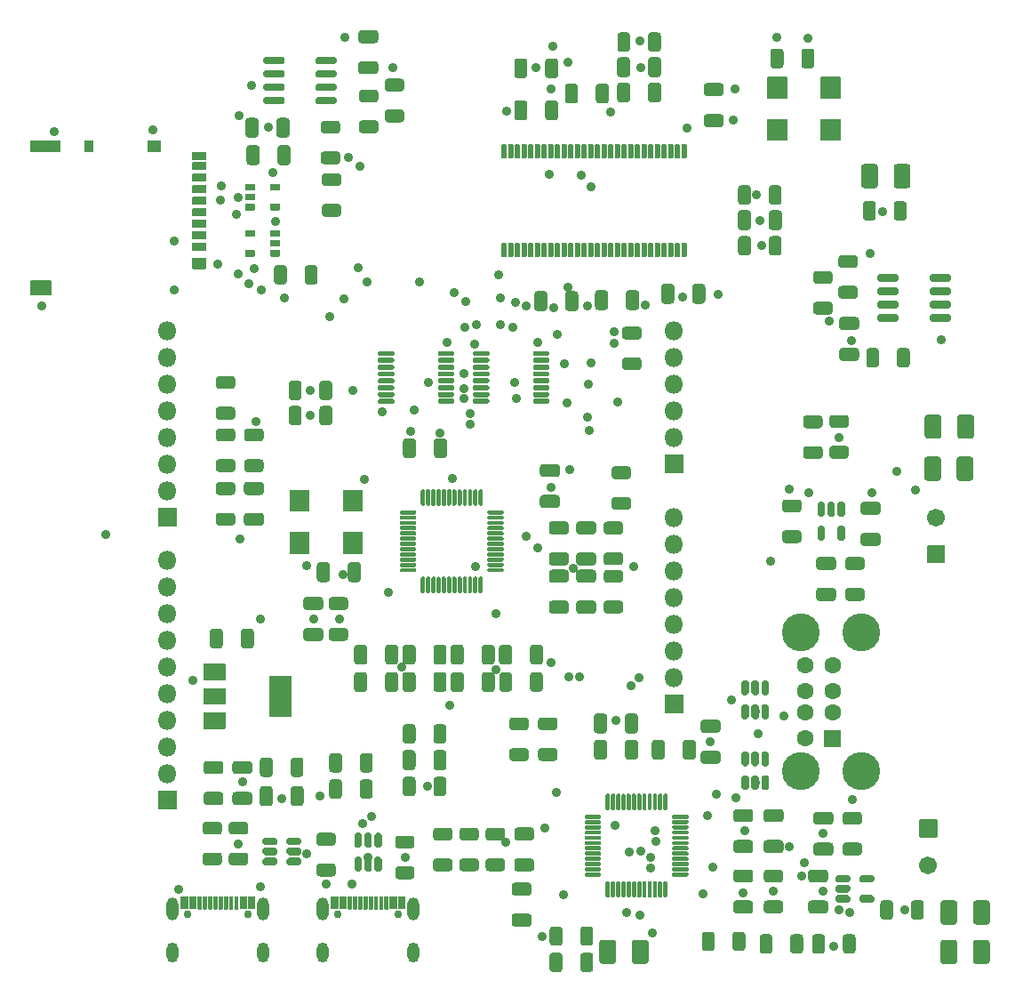
<source format=gts>
G04 #@! TF.GenerationSoftware,KiCad,Pcbnew,7.0.7-7.0.7~ubuntu23.04.1*
G04 #@! TF.CreationDate,2023-09-22T06:11:18+00:00*
G04 #@! TF.ProjectId,mbed-ce-ci-shield-v2,6d626564-2d63-4652-9d63-692d73686965,0*
G04 #@! TF.SameCoordinates,Original*
G04 #@! TF.FileFunction,Soldermask,Top*
G04 #@! TF.FilePolarity,Negative*
%FSLAX46Y46*%
G04 Gerber Fmt 4.6, Leading zero omitted, Abs format (unit mm)*
G04 Created by KiCad (PCBNEW 7.0.7-7.0.7~ubuntu23.04.1) date 2023-09-22 06:11:18*
%MOMM*%
%LPD*%
G01*
G04 APERTURE LIST*
%ADD10O,1.801600X1.801600*%
%ADD11C,1.701600*%
%ADD12C,0.751600*%
%ADD13O,1.101600X2.201600*%
%ADD14O,1.101600X1.901600*%
%ADD15C,1.601600*%
%ADD16C,3.601600*%
%ADD17C,0.901600*%
G04 APERTURE END LIST*
G36*
G01*
X131150000Y-31536859D02*
X132450000Y-31536859D01*
G75*
G02*
X132750800Y-31837659I0J-300800D01*
G01*
X132750800Y-32487659D01*
G75*
G02*
X132450000Y-32788459I-300800J0D01*
G01*
X131150000Y-32788459D01*
G75*
G02*
X130849200Y-32487659I0J300800D01*
G01*
X130849200Y-31837659D01*
G75*
G02*
X131150000Y-31536859I300800J0D01*
G01*
G37*
G36*
G01*
X131150000Y-34486859D02*
X132450000Y-34486859D01*
G75*
G02*
X132750800Y-34787659I0J-300800D01*
G01*
X132750800Y-35437659D01*
G75*
G02*
X132450000Y-35738459I-300800J0D01*
G01*
X131150000Y-35738459D01*
G75*
G02*
X130849200Y-35437659I0J300800D01*
G01*
X130849200Y-34787659D01*
G75*
G02*
X131150000Y-34486859I300800J0D01*
G01*
G37*
G36*
G01*
X117000800Y-33487659D02*
X117000800Y-34787659D01*
G75*
G02*
X116700000Y-35088459I-300800J0D01*
G01*
X116050000Y-35088459D01*
G75*
G02*
X115749200Y-34787659I0J300800D01*
G01*
X115749200Y-33487659D01*
G75*
G02*
X116050000Y-33186859I300800J0D01*
G01*
X116700000Y-33186859D01*
G75*
G02*
X117000800Y-33487659I0J-300800D01*
G01*
G37*
G36*
G01*
X114050800Y-33487659D02*
X114050800Y-34787659D01*
G75*
G02*
X113750000Y-35088459I-300800J0D01*
G01*
X113100000Y-35088459D01*
G75*
G02*
X112799200Y-34787659I0J300800D01*
G01*
X112799200Y-33487659D01*
G75*
G02*
X113100000Y-33186859I300800J0D01*
G01*
X113750000Y-33186859D01*
G75*
G02*
X114050800Y-33487659I0J-300800D01*
G01*
G37*
G36*
G01*
X120399200Y-93150000D02*
X120399200Y-91850000D01*
G75*
G02*
X120700000Y-91549200I300800J0D01*
G01*
X121350000Y-91549200D01*
G75*
G02*
X121650800Y-91850000I0J-300800D01*
G01*
X121650800Y-93150000D01*
G75*
G02*
X121350000Y-93450800I-300800J0D01*
G01*
X120700000Y-93450800D01*
G75*
G02*
X120399200Y-93150000I0J300800D01*
G01*
G37*
G36*
G01*
X123349200Y-93150000D02*
X123349200Y-91850000D01*
G75*
G02*
X123650000Y-91549200I300800J0D01*
G01*
X124300000Y-91549200D01*
G75*
G02*
X124600800Y-91850000I0J-300800D01*
G01*
X124600800Y-93150000D01*
G75*
G02*
X124300000Y-93450800I-300800J0D01*
G01*
X123650000Y-93450800D01*
G75*
G02*
X123349200Y-93150000I0J300800D01*
G01*
G37*
G36*
G01*
X128772500Y-37386859D02*
X129172500Y-37386859D01*
G75*
G02*
X129223300Y-37437659I0J-50800D01*
G01*
X129223300Y-38637659D01*
G75*
G02*
X129172500Y-38688459I-50800J0D01*
G01*
X128772500Y-38688459D01*
G75*
G02*
X128721700Y-38637659I0J50800D01*
G01*
X128721700Y-37437659D01*
G75*
G02*
X128772500Y-37386859I50800J0D01*
G01*
G37*
G36*
G01*
X128137500Y-37386859D02*
X128537500Y-37386859D01*
G75*
G02*
X128588300Y-37437659I0J-50800D01*
G01*
X128588300Y-38637659D01*
G75*
G02*
X128537500Y-38688459I-50800J0D01*
G01*
X128137500Y-38688459D01*
G75*
G02*
X128086700Y-38637659I0J50800D01*
G01*
X128086700Y-37437659D01*
G75*
G02*
X128137500Y-37386859I50800J0D01*
G01*
G37*
G36*
G01*
X127502500Y-37386859D02*
X127902500Y-37386859D01*
G75*
G02*
X127953300Y-37437659I0J-50800D01*
G01*
X127953300Y-38637659D01*
G75*
G02*
X127902500Y-38688459I-50800J0D01*
G01*
X127502500Y-38688459D01*
G75*
G02*
X127451700Y-38637659I0J50800D01*
G01*
X127451700Y-37437659D01*
G75*
G02*
X127502500Y-37386859I50800J0D01*
G01*
G37*
G36*
G01*
X126867500Y-37386859D02*
X127267500Y-37386859D01*
G75*
G02*
X127318300Y-37437659I0J-50800D01*
G01*
X127318300Y-38637659D01*
G75*
G02*
X127267500Y-38688459I-50800J0D01*
G01*
X126867500Y-38688459D01*
G75*
G02*
X126816700Y-38637659I0J50800D01*
G01*
X126816700Y-37437659D01*
G75*
G02*
X126867500Y-37386859I50800J0D01*
G01*
G37*
G36*
G01*
X126232500Y-37386859D02*
X126632500Y-37386859D01*
G75*
G02*
X126683300Y-37437659I0J-50800D01*
G01*
X126683300Y-38637659D01*
G75*
G02*
X126632500Y-38688459I-50800J0D01*
G01*
X126232500Y-38688459D01*
G75*
G02*
X126181700Y-38637659I0J50800D01*
G01*
X126181700Y-37437659D01*
G75*
G02*
X126232500Y-37386859I50800J0D01*
G01*
G37*
G36*
G01*
X125597500Y-37386859D02*
X125997500Y-37386859D01*
G75*
G02*
X126048300Y-37437659I0J-50800D01*
G01*
X126048300Y-38637659D01*
G75*
G02*
X125997500Y-38688459I-50800J0D01*
G01*
X125597500Y-38688459D01*
G75*
G02*
X125546700Y-38637659I0J50800D01*
G01*
X125546700Y-37437659D01*
G75*
G02*
X125597500Y-37386859I50800J0D01*
G01*
G37*
G36*
G01*
X124962500Y-37386859D02*
X125362500Y-37386859D01*
G75*
G02*
X125413300Y-37437659I0J-50800D01*
G01*
X125413300Y-38637659D01*
G75*
G02*
X125362500Y-38688459I-50800J0D01*
G01*
X124962500Y-38688459D01*
G75*
G02*
X124911700Y-38637659I0J50800D01*
G01*
X124911700Y-37437659D01*
G75*
G02*
X124962500Y-37386859I50800J0D01*
G01*
G37*
G36*
G01*
X124327500Y-37386859D02*
X124727500Y-37386859D01*
G75*
G02*
X124778300Y-37437659I0J-50800D01*
G01*
X124778300Y-38637659D01*
G75*
G02*
X124727500Y-38688459I-50800J0D01*
G01*
X124327500Y-38688459D01*
G75*
G02*
X124276700Y-38637659I0J50800D01*
G01*
X124276700Y-37437659D01*
G75*
G02*
X124327500Y-37386859I50800J0D01*
G01*
G37*
G36*
G01*
X123692500Y-37386859D02*
X124092500Y-37386859D01*
G75*
G02*
X124143300Y-37437659I0J-50800D01*
G01*
X124143300Y-38637659D01*
G75*
G02*
X124092500Y-38688459I-50800J0D01*
G01*
X123692500Y-38688459D01*
G75*
G02*
X123641700Y-38637659I0J50800D01*
G01*
X123641700Y-37437659D01*
G75*
G02*
X123692500Y-37386859I50800J0D01*
G01*
G37*
G36*
G01*
X123057500Y-37386859D02*
X123457500Y-37386859D01*
G75*
G02*
X123508300Y-37437659I0J-50800D01*
G01*
X123508300Y-38637659D01*
G75*
G02*
X123457500Y-38688459I-50800J0D01*
G01*
X123057500Y-38688459D01*
G75*
G02*
X123006700Y-38637659I0J50800D01*
G01*
X123006700Y-37437659D01*
G75*
G02*
X123057500Y-37386859I50800J0D01*
G01*
G37*
G36*
G01*
X122422500Y-37386859D02*
X122822500Y-37386859D01*
G75*
G02*
X122873300Y-37437659I0J-50800D01*
G01*
X122873300Y-38637659D01*
G75*
G02*
X122822500Y-38688459I-50800J0D01*
G01*
X122422500Y-38688459D01*
G75*
G02*
X122371700Y-38637659I0J50800D01*
G01*
X122371700Y-37437659D01*
G75*
G02*
X122422500Y-37386859I50800J0D01*
G01*
G37*
G36*
G01*
X121787500Y-37386859D02*
X122187500Y-37386859D01*
G75*
G02*
X122238300Y-37437659I0J-50800D01*
G01*
X122238300Y-38637659D01*
G75*
G02*
X122187500Y-38688459I-50800J0D01*
G01*
X121787500Y-38688459D01*
G75*
G02*
X121736700Y-38637659I0J50800D01*
G01*
X121736700Y-37437659D01*
G75*
G02*
X121787500Y-37386859I50800J0D01*
G01*
G37*
G36*
G01*
X121152500Y-37386859D02*
X121552500Y-37386859D01*
G75*
G02*
X121603300Y-37437659I0J-50800D01*
G01*
X121603300Y-38637659D01*
G75*
G02*
X121552500Y-38688459I-50800J0D01*
G01*
X121152500Y-38688459D01*
G75*
G02*
X121101700Y-38637659I0J50800D01*
G01*
X121101700Y-37437659D01*
G75*
G02*
X121152500Y-37386859I50800J0D01*
G01*
G37*
G36*
G01*
X120517500Y-37386859D02*
X120917500Y-37386859D01*
G75*
G02*
X120968300Y-37437659I0J-50800D01*
G01*
X120968300Y-38637659D01*
G75*
G02*
X120917500Y-38688459I-50800J0D01*
G01*
X120517500Y-38688459D01*
G75*
G02*
X120466700Y-38637659I0J50800D01*
G01*
X120466700Y-37437659D01*
G75*
G02*
X120517500Y-37386859I50800J0D01*
G01*
G37*
G36*
G01*
X119882500Y-37386859D02*
X120282500Y-37386859D01*
G75*
G02*
X120333300Y-37437659I0J-50800D01*
G01*
X120333300Y-38637659D01*
G75*
G02*
X120282500Y-38688459I-50800J0D01*
G01*
X119882500Y-38688459D01*
G75*
G02*
X119831700Y-38637659I0J50800D01*
G01*
X119831700Y-37437659D01*
G75*
G02*
X119882500Y-37386859I50800J0D01*
G01*
G37*
G36*
G01*
X119247500Y-37386859D02*
X119647500Y-37386859D01*
G75*
G02*
X119698300Y-37437659I0J-50800D01*
G01*
X119698300Y-38637659D01*
G75*
G02*
X119647500Y-38688459I-50800J0D01*
G01*
X119247500Y-38688459D01*
G75*
G02*
X119196700Y-38637659I0J50800D01*
G01*
X119196700Y-37437659D01*
G75*
G02*
X119247500Y-37386859I50800J0D01*
G01*
G37*
G36*
G01*
X118612500Y-37386859D02*
X119012500Y-37386859D01*
G75*
G02*
X119063300Y-37437659I0J-50800D01*
G01*
X119063300Y-38637659D01*
G75*
G02*
X119012500Y-38688459I-50800J0D01*
G01*
X118612500Y-38688459D01*
G75*
G02*
X118561700Y-38637659I0J50800D01*
G01*
X118561700Y-37437659D01*
G75*
G02*
X118612500Y-37386859I50800J0D01*
G01*
G37*
G36*
G01*
X117977500Y-37386859D02*
X118377500Y-37386859D01*
G75*
G02*
X118428300Y-37437659I0J-50800D01*
G01*
X118428300Y-38637659D01*
G75*
G02*
X118377500Y-38688459I-50800J0D01*
G01*
X117977500Y-38688459D01*
G75*
G02*
X117926700Y-38637659I0J50800D01*
G01*
X117926700Y-37437659D01*
G75*
G02*
X117977500Y-37386859I50800J0D01*
G01*
G37*
G36*
G01*
X117342500Y-37386859D02*
X117742500Y-37386859D01*
G75*
G02*
X117793300Y-37437659I0J-50800D01*
G01*
X117793300Y-38637659D01*
G75*
G02*
X117742500Y-38688459I-50800J0D01*
G01*
X117342500Y-38688459D01*
G75*
G02*
X117291700Y-38637659I0J50800D01*
G01*
X117291700Y-37437659D01*
G75*
G02*
X117342500Y-37386859I50800J0D01*
G01*
G37*
G36*
G01*
X116707500Y-37386859D02*
X117107500Y-37386859D01*
G75*
G02*
X117158300Y-37437659I0J-50800D01*
G01*
X117158300Y-38637659D01*
G75*
G02*
X117107500Y-38688459I-50800J0D01*
G01*
X116707500Y-38688459D01*
G75*
G02*
X116656700Y-38637659I0J50800D01*
G01*
X116656700Y-37437659D01*
G75*
G02*
X116707500Y-37386859I50800J0D01*
G01*
G37*
G36*
G01*
X116072500Y-37386859D02*
X116472500Y-37386859D01*
G75*
G02*
X116523300Y-37437659I0J-50800D01*
G01*
X116523300Y-38637659D01*
G75*
G02*
X116472500Y-38688459I-50800J0D01*
G01*
X116072500Y-38688459D01*
G75*
G02*
X116021700Y-38637659I0J50800D01*
G01*
X116021700Y-37437659D01*
G75*
G02*
X116072500Y-37386859I50800J0D01*
G01*
G37*
G36*
G01*
X115437500Y-37386859D02*
X115837500Y-37386859D01*
G75*
G02*
X115888300Y-37437659I0J-50800D01*
G01*
X115888300Y-38637659D01*
G75*
G02*
X115837500Y-38688459I-50800J0D01*
G01*
X115437500Y-38688459D01*
G75*
G02*
X115386700Y-38637659I0J50800D01*
G01*
X115386700Y-37437659D01*
G75*
G02*
X115437500Y-37386859I50800J0D01*
G01*
G37*
G36*
G01*
X114802500Y-37386859D02*
X115202500Y-37386859D01*
G75*
G02*
X115253300Y-37437659I0J-50800D01*
G01*
X115253300Y-38637659D01*
G75*
G02*
X115202500Y-38688459I-50800J0D01*
G01*
X114802500Y-38688459D01*
G75*
G02*
X114751700Y-38637659I0J50800D01*
G01*
X114751700Y-37437659D01*
G75*
G02*
X114802500Y-37386859I50800J0D01*
G01*
G37*
G36*
G01*
X114167500Y-37386859D02*
X114567500Y-37386859D01*
G75*
G02*
X114618300Y-37437659I0J-50800D01*
G01*
X114618300Y-38637659D01*
G75*
G02*
X114567500Y-38688459I-50800J0D01*
G01*
X114167500Y-38688459D01*
G75*
G02*
X114116700Y-38637659I0J50800D01*
G01*
X114116700Y-37437659D01*
G75*
G02*
X114167500Y-37386859I50800J0D01*
G01*
G37*
G36*
G01*
X113532500Y-37386859D02*
X113932500Y-37386859D01*
G75*
G02*
X113983300Y-37437659I0J-50800D01*
G01*
X113983300Y-38637659D01*
G75*
G02*
X113932500Y-38688459I-50800J0D01*
G01*
X113532500Y-38688459D01*
G75*
G02*
X113481700Y-38637659I0J50800D01*
G01*
X113481700Y-37437659D01*
G75*
G02*
X113532500Y-37386859I50800J0D01*
G01*
G37*
G36*
G01*
X112897500Y-37386859D02*
X113297500Y-37386859D01*
G75*
G02*
X113348300Y-37437659I0J-50800D01*
G01*
X113348300Y-38637659D01*
G75*
G02*
X113297500Y-38688459I-50800J0D01*
G01*
X112897500Y-38688459D01*
G75*
G02*
X112846700Y-38637659I0J50800D01*
G01*
X112846700Y-37437659D01*
G75*
G02*
X112897500Y-37386859I50800J0D01*
G01*
G37*
G36*
G01*
X112262500Y-37386859D02*
X112662500Y-37386859D01*
G75*
G02*
X112713300Y-37437659I0J-50800D01*
G01*
X112713300Y-38637659D01*
G75*
G02*
X112662500Y-38688459I-50800J0D01*
G01*
X112262500Y-38688459D01*
G75*
G02*
X112211700Y-38637659I0J50800D01*
G01*
X112211700Y-37437659D01*
G75*
G02*
X112262500Y-37386859I50800J0D01*
G01*
G37*
G36*
G01*
X111627500Y-37386859D02*
X112027500Y-37386859D01*
G75*
G02*
X112078300Y-37437659I0J-50800D01*
G01*
X112078300Y-38637659D01*
G75*
G02*
X112027500Y-38688459I-50800J0D01*
G01*
X111627500Y-38688459D01*
G75*
G02*
X111576700Y-38637659I0J50800D01*
G01*
X111576700Y-37437659D01*
G75*
G02*
X111627500Y-37386859I50800J0D01*
G01*
G37*
G36*
G01*
X111627500Y-46786859D02*
X112027500Y-46786859D01*
G75*
G02*
X112078300Y-46837659I0J-50800D01*
G01*
X112078300Y-48037659D01*
G75*
G02*
X112027500Y-48088459I-50800J0D01*
G01*
X111627500Y-48088459D01*
G75*
G02*
X111576700Y-48037659I0J50800D01*
G01*
X111576700Y-46837659D01*
G75*
G02*
X111627500Y-46786859I50800J0D01*
G01*
G37*
G36*
G01*
X112262500Y-46786859D02*
X112662500Y-46786859D01*
G75*
G02*
X112713300Y-46837659I0J-50800D01*
G01*
X112713300Y-48037659D01*
G75*
G02*
X112662500Y-48088459I-50800J0D01*
G01*
X112262500Y-48088459D01*
G75*
G02*
X112211700Y-48037659I0J50800D01*
G01*
X112211700Y-46837659D01*
G75*
G02*
X112262500Y-46786859I50800J0D01*
G01*
G37*
G36*
G01*
X112897500Y-46786859D02*
X113297500Y-46786859D01*
G75*
G02*
X113348300Y-46837659I0J-50800D01*
G01*
X113348300Y-48037659D01*
G75*
G02*
X113297500Y-48088459I-50800J0D01*
G01*
X112897500Y-48088459D01*
G75*
G02*
X112846700Y-48037659I0J50800D01*
G01*
X112846700Y-46837659D01*
G75*
G02*
X112897500Y-46786859I50800J0D01*
G01*
G37*
G36*
G01*
X113532500Y-46786859D02*
X113932500Y-46786859D01*
G75*
G02*
X113983300Y-46837659I0J-50800D01*
G01*
X113983300Y-48037659D01*
G75*
G02*
X113932500Y-48088459I-50800J0D01*
G01*
X113532500Y-48088459D01*
G75*
G02*
X113481700Y-48037659I0J50800D01*
G01*
X113481700Y-46837659D01*
G75*
G02*
X113532500Y-46786859I50800J0D01*
G01*
G37*
G36*
G01*
X114167500Y-46786859D02*
X114567500Y-46786859D01*
G75*
G02*
X114618300Y-46837659I0J-50800D01*
G01*
X114618300Y-48037659D01*
G75*
G02*
X114567500Y-48088459I-50800J0D01*
G01*
X114167500Y-48088459D01*
G75*
G02*
X114116700Y-48037659I0J50800D01*
G01*
X114116700Y-46837659D01*
G75*
G02*
X114167500Y-46786859I50800J0D01*
G01*
G37*
G36*
G01*
X114802500Y-46786859D02*
X115202500Y-46786859D01*
G75*
G02*
X115253300Y-46837659I0J-50800D01*
G01*
X115253300Y-48037659D01*
G75*
G02*
X115202500Y-48088459I-50800J0D01*
G01*
X114802500Y-48088459D01*
G75*
G02*
X114751700Y-48037659I0J50800D01*
G01*
X114751700Y-46837659D01*
G75*
G02*
X114802500Y-46786859I50800J0D01*
G01*
G37*
G36*
G01*
X115437500Y-46786859D02*
X115837500Y-46786859D01*
G75*
G02*
X115888300Y-46837659I0J-50800D01*
G01*
X115888300Y-48037659D01*
G75*
G02*
X115837500Y-48088459I-50800J0D01*
G01*
X115437500Y-48088459D01*
G75*
G02*
X115386700Y-48037659I0J50800D01*
G01*
X115386700Y-46837659D01*
G75*
G02*
X115437500Y-46786859I50800J0D01*
G01*
G37*
G36*
G01*
X116072500Y-46786859D02*
X116472500Y-46786859D01*
G75*
G02*
X116523300Y-46837659I0J-50800D01*
G01*
X116523300Y-48037659D01*
G75*
G02*
X116472500Y-48088459I-50800J0D01*
G01*
X116072500Y-48088459D01*
G75*
G02*
X116021700Y-48037659I0J50800D01*
G01*
X116021700Y-46837659D01*
G75*
G02*
X116072500Y-46786859I50800J0D01*
G01*
G37*
G36*
G01*
X116707500Y-46786859D02*
X117107500Y-46786859D01*
G75*
G02*
X117158300Y-46837659I0J-50800D01*
G01*
X117158300Y-48037659D01*
G75*
G02*
X117107500Y-48088459I-50800J0D01*
G01*
X116707500Y-48088459D01*
G75*
G02*
X116656700Y-48037659I0J50800D01*
G01*
X116656700Y-46837659D01*
G75*
G02*
X116707500Y-46786859I50800J0D01*
G01*
G37*
G36*
G01*
X117342500Y-46786859D02*
X117742500Y-46786859D01*
G75*
G02*
X117793300Y-46837659I0J-50800D01*
G01*
X117793300Y-48037659D01*
G75*
G02*
X117742500Y-48088459I-50800J0D01*
G01*
X117342500Y-48088459D01*
G75*
G02*
X117291700Y-48037659I0J50800D01*
G01*
X117291700Y-46837659D01*
G75*
G02*
X117342500Y-46786859I50800J0D01*
G01*
G37*
G36*
G01*
X117977500Y-46786859D02*
X118377500Y-46786859D01*
G75*
G02*
X118428300Y-46837659I0J-50800D01*
G01*
X118428300Y-48037659D01*
G75*
G02*
X118377500Y-48088459I-50800J0D01*
G01*
X117977500Y-48088459D01*
G75*
G02*
X117926700Y-48037659I0J50800D01*
G01*
X117926700Y-46837659D01*
G75*
G02*
X117977500Y-46786859I50800J0D01*
G01*
G37*
G36*
G01*
X118612500Y-46786859D02*
X119012500Y-46786859D01*
G75*
G02*
X119063300Y-46837659I0J-50800D01*
G01*
X119063300Y-48037659D01*
G75*
G02*
X119012500Y-48088459I-50800J0D01*
G01*
X118612500Y-48088459D01*
G75*
G02*
X118561700Y-48037659I0J50800D01*
G01*
X118561700Y-46837659D01*
G75*
G02*
X118612500Y-46786859I50800J0D01*
G01*
G37*
G36*
G01*
X119247500Y-46786859D02*
X119647500Y-46786859D01*
G75*
G02*
X119698300Y-46837659I0J-50800D01*
G01*
X119698300Y-48037659D01*
G75*
G02*
X119647500Y-48088459I-50800J0D01*
G01*
X119247500Y-48088459D01*
G75*
G02*
X119196700Y-48037659I0J50800D01*
G01*
X119196700Y-46837659D01*
G75*
G02*
X119247500Y-46786859I50800J0D01*
G01*
G37*
G36*
G01*
X119882500Y-46786859D02*
X120282500Y-46786859D01*
G75*
G02*
X120333300Y-46837659I0J-50800D01*
G01*
X120333300Y-48037659D01*
G75*
G02*
X120282500Y-48088459I-50800J0D01*
G01*
X119882500Y-48088459D01*
G75*
G02*
X119831700Y-48037659I0J50800D01*
G01*
X119831700Y-46837659D01*
G75*
G02*
X119882500Y-46786859I50800J0D01*
G01*
G37*
G36*
G01*
X120517500Y-46786859D02*
X120917500Y-46786859D01*
G75*
G02*
X120968300Y-46837659I0J-50800D01*
G01*
X120968300Y-48037659D01*
G75*
G02*
X120917500Y-48088459I-50800J0D01*
G01*
X120517500Y-48088459D01*
G75*
G02*
X120466700Y-48037659I0J50800D01*
G01*
X120466700Y-46837659D01*
G75*
G02*
X120517500Y-46786859I50800J0D01*
G01*
G37*
G36*
G01*
X121152500Y-46786859D02*
X121552500Y-46786859D01*
G75*
G02*
X121603300Y-46837659I0J-50800D01*
G01*
X121603300Y-48037659D01*
G75*
G02*
X121552500Y-48088459I-50800J0D01*
G01*
X121152500Y-48088459D01*
G75*
G02*
X121101700Y-48037659I0J50800D01*
G01*
X121101700Y-46837659D01*
G75*
G02*
X121152500Y-46786859I50800J0D01*
G01*
G37*
G36*
G01*
X121787500Y-46786859D02*
X122187500Y-46786859D01*
G75*
G02*
X122238300Y-46837659I0J-50800D01*
G01*
X122238300Y-48037659D01*
G75*
G02*
X122187500Y-48088459I-50800J0D01*
G01*
X121787500Y-48088459D01*
G75*
G02*
X121736700Y-48037659I0J50800D01*
G01*
X121736700Y-46837659D01*
G75*
G02*
X121787500Y-46786859I50800J0D01*
G01*
G37*
G36*
G01*
X122422500Y-46786859D02*
X122822500Y-46786859D01*
G75*
G02*
X122873300Y-46837659I0J-50800D01*
G01*
X122873300Y-48037659D01*
G75*
G02*
X122822500Y-48088459I-50800J0D01*
G01*
X122422500Y-48088459D01*
G75*
G02*
X122371700Y-48037659I0J50800D01*
G01*
X122371700Y-46837659D01*
G75*
G02*
X122422500Y-46786859I50800J0D01*
G01*
G37*
G36*
G01*
X123057500Y-46786859D02*
X123457500Y-46786859D01*
G75*
G02*
X123508300Y-46837659I0J-50800D01*
G01*
X123508300Y-48037659D01*
G75*
G02*
X123457500Y-48088459I-50800J0D01*
G01*
X123057500Y-48088459D01*
G75*
G02*
X123006700Y-48037659I0J50800D01*
G01*
X123006700Y-46837659D01*
G75*
G02*
X123057500Y-46786859I50800J0D01*
G01*
G37*
G36*
G01*
X123692500Y-46786859D02*
X124092500Y-46786859D01*
G75*
G02*
X124143300Y-46837659I0J-50800D01*
G01*
X124143300Y-48037659D01*
G75*
G02*
X124092500Y-48088459I-50800J0D01*
G01*
X123692500Y-48088459D01*
G75*
G02*
X123641700Y-48037659I0J50800D01*
G01*
X123641700Y-46837659D01*
G75*
G02*
X123692500Y-46786859I50800J0D01*
G01*
G37*
G36*
G01*
X124327500Y-46786859D02*
X124727500Y-46786859D01*
G75*
G02*
X124778300Y-46837659I0J-50800D01*
G01*
X124778300Y-48037659D01*
G75*
G02*
X124727500Y-48088459I-50800J0D01*
G01*
X124327500Y-48088459D01*
G75*
G02*
X124276700Y-48037659I0J50800D01*
G01*
X124276700Y-46837659D01*
G75*
G02*
X124327500Y-46786859I50800J0D01*
G01*
G37*
G36*
G01*
X124962500Y-46786859D02*
X125362500Y-46786859D01*
G75*
G02*
X125413300Y-46837659I0J-50800D01*
G01*
X125413300Y-48037659D01*
G75*
G02*
X125362500Y-48088459I-50800J0D01*
G01*
X124962500Y-48088459D01*
G75*
G02*
X124911700Y-48037659I0J50800D01*
G01*
X124911700Y-46837659D01*
G75*
G02*
X124962500Y-46786859I50800J0D01*
G01*
G37*
G36*
G01*
X125597500Y-46786859D02*
X125997500Y-46786859D01*
G75*
G02*
X126048300Y-46837659I0J-50800D01*
G01*
X126048300Y-48037659D01*
G75*
G02*
X125997500Y-48088459I-50800J0D01*
G01*
X125597500Y-48088459D01*
G75*
G02*
X125546700Y-48037659I0J50800D01*
G01*
X125546700Y-46837659D01*
G75*
G02*
X125597500Y-46786859I50800J0D01*
G01*
G37*
G36*
G01*
X126232500Y-46786859D02*
X126632500Y-46786859D01*
G75*
G02*
X126683300Y-46837659I0J-50800D01*
G01*
X126683300Y-48037659D01*
G75*
G02*
X126632500Y-48088459I-50800J0D01*
G01*
X126232500Y-48088459D01*
G75*
G02*
X126181700Y-48037659I0J50800D01*
G01*
X126181700Y-46837659D01*
G75*
G02*
X126232500Y-46786859I50800J0D01*
G01*
G37*
G36*
G01*
X126867500Y-46786859D02*
X127267500Y-46786859D01*
G75*
G02*
X127318300Y-46837659I0J-50800D01*
G01*
X127318300Y-48037659D01*
G75*
G02*
X127267500Y-48088459I-50800J0D01*
G01*
X126867500Y-48088459D01*
G75*
G02*
X126816700Y-48037659I0J50800D01*
G01*
X126816700Y-46837659D01*
G75*
G02*
X126867500Y-46786859I50800J0D01*
G01*
G37*
G36*
G01*
X127502500Y-46786859D02*
X127902500Y-46786859D01*
G75*
G02*
X127953300Y-46837659I0J-50800D01*
G01*
X127953300Y-48037659D01*
G75*
G02*
X127902500Y-48088459I-50800J0D01*
G01*
X127502500Y-48088459D01*
G75*
G02*
X127451700Y-48037659I0J50800D01*
G01*
X127451700Y-46837659D01*
G75*
G02*
X127502500Y-46786859I50800J0D01*
G01*
G37*
G36*
G01*
X128137500Y-46786859D02*
X128537500Y-46786859D01*
G75*
G02*
X128588300Y-46837659I0J-50800D01*
G01*
X128588300Y-48037659D01*
G75*
G02*
X128537500Y-48088459I-50800J0D01*
G01*
X128137500Y-48088459D01*
G75*
G02*
X128086700Y-48037659I0J50800D01*
G01*
X128086700Y-46837659D01*
G75*
G02*
X128137500Y-46786859I50800J0D01*
G01*
G37*
G36*
G01*
X128772500Y-46786859D02*
X129172500Y-46786859D01*
G75*
G02*
X129223300Y-46837659I0J-50800D01*
G01*
X129223300Y-48037659D01*
G75*
G02*
X129172500Y-48088459I-50800J0D01*
G01*
X128772500Y-48088459D01*
G75*
G02*
X128721700Y-48037659I0J50800D01*
G01*
X128721700Y-46837659D01*
G75*
G02*
X128772500Y-46786859I50800J0D01*
G01*
G37*
G36*
G01*
X120399200Y-95650000D02*
X120399200Y-94350000D01*
G75*
G02*
X120700000Y-94049200I300800J0D01*
G01*
X121350000Y-94049200D01*
G75*
G02*
X121650800Y-94350000I0J-300800D01*
G01*
X121650800Y-95650000D01*
G75*
G02*
X121350000Y-95950800I-300800J0D01*
G01*
X120700000Y-95950800D01*
G75*
G02*
X120399200Y-95650000I0J300800D01*
G01*
G37*
G36*
G01*
X123349200Y-95650000D02*
X123349200Y-94350000D01*
G75*
G02*
X123650000Y-94049200I300800J0D01*
G01*
X124300000Y-94049200D01*
G75*
G02*
X124600800Y-94350000I0J-300800D01*
G01*
X124600800Y-95650000D01*
G75*
G02*
X124300000Y-95950800I-300800J0D01*
G01*
X123650000Y-95950800D01*
G75*
G02*
X123349200Y-95650000I0J300800D01*
G01*
G37*
G36*
G01*
X91400800Y-35150000D02*
X91400800Y-36450000D01*
G75*
G02*
X91100000Y-36750800I-300800J0D01*
G01*
X90450000Y-36750800D01*
G75*
G02*
X90149200Y-36450000I0J300800D01*
G01*
X90149200Y-35150000D01*
G75*
G02*
X90450000Y-34849200I300800J0D01*
G01*
X91100000Y-34849200D01*
G75*
G02*
X91400800Y-35150000I0J-300800D01*
G01*
G37*
G36*
G01*
X88450800Y-35150000D02*
X88450800Y-36450000D01*
G75*
G02*
X88150000Y-36750800I-300800J0D01*
G01*
X87500000Y-36750800D01*
G75*
G02*
X87199200Y-36450000I0J300800D01*
G01*
X87199200Y-35150000D01*
G75*
G02*
X87500000Y-34849200I300800J0D01*
G01*
X88150000Y-34849200D01*
G75*
G02*
X88450800Y-35150000I0J-300800D01*
G01*
G37*
G36*
G01*
X144625000Y-76674200D02*
X145875000Y-76674200D01*
G75*
G02*
X146175800Y-76975000I0J-300800D01*
G01*
X146175800Y-77600000D01*
G75*
G02*
X145875000Y-77900800I-300800J0D01*
G01*
X144625000Y-77900800D01*
G75*
G02*
X144324200Y-77600000I0J300800D01*
G01*
X144324200Y-76975000D01*
G75*
G02*
X144625000Y-76674200I300800J0D01*
G01*
G37*
G36*
G01*
X144625000Y-79599200D02*
X145875000Y-79599200D01*
G75*
G02*
X146175800Y-79900000I0J-300800D01*
G01*
X146175800Y-80525000D01*
G75*
G02*
X145875000Y-80825800I-300800J0D01*
G01*
X144625000Y-80825800D01*
G75*
G02*
X144324200Y-80525000I0J300800D01*
G01*
X144324200Y-79900000D01*
G75*
G02*
X144625000Y-79599200I300800J0D01*
G01*
G37*
G36*
G01*
X138275800Y-41575000D02*
X138275800Y-42825000D01*
G75*
G02*
X137975000Y-43125800I-300800J0D01*
G01*
X137350000Y-43125800D01*
G75*
G02*
X137049200Y-42825000I0J300800D01*
G01*
X137049200Y-41575000D01*
G75*
G02*
X137350000Y-41274200I300800J0D01*
G01*
X137975000Y-41274200D01*
G75*
G02*
X138275800Y-41575000I0J-300800D01*
G01*
G37*
G36*
G01*
X135350800Y-41575000D02*
X135350800Y-42825000D01*
G75*
G02*
X135050000Y-43125800I-300800J0D01*
G01*
X134425000Y-43125800D01*
G75*
G02*
X134124200Y-42825000I0J300800D01*
G01*
X134124200Y-41575000D01*
G75*
G02*
X134425000Y-41274200I300800J0D01*
G01*
X135050000Y-41274200D01*
G75*
G02*
X135350800Y-41575000I0J-300800D01*
G01*
G37*
G36*
G01*
X143150000Y-80850800D02*
X141850000Y-80850800D01*
G75*
G02*
X141549200Y-80550000I0J300800D01*
G01*
X141549200Y-79900000D01*
G75*
G02*
X141850000Y-79599200I300800J0D01*
G01*
X143150000Y-79599200D01*
G75*
G02*
X143450800Y-79900000I0J-300800D01*
G01*
X143450800Y-80550000D01*
G75*
G02*
X143150000Y-80850800I-300800J0D01*
G01*
G37*
G36*
G01*
X143150000Y-77900800D02*
X141850000Y-77900800D01*
G75*
G02*
X141549200Y-77600000I0J300800D01*
G01*
X141549200Y-76950000D01*
G75*
G02*
X141850000Y-76649200I300800J0D01*
G01*
X143150000Y-76649200D01*
G75*
G02*
X143450800Y-76950000I0J-300800D01*
G01*
X143450800Y-77600000D01*
G75*
G02*
X143150000Y-77900800I-300800J0D01*
G01*
G37*
G36*
G01*
X145625000Y-105075800D02*
X144375000Y-105075800D01*
G75*
G02*
X144074200Y-104775000I0J300800D01*
G01*
X144074200Y-104150000D01*
G75*
G02*
X144375000Y-103849200I300800J0D01*
G01*
X145625000Y-103849200D01*
G75*
G02*
X145925800Y-104150000I0J-300800D01*
G01*
X145925800Y-104775000D01*
G75*
G02*
X145625000Y-105075800I-300800J0D01*
G01*
G37*
G36*
G01*
X145625000Y-102150800D02*
X144375000Y-102150800D01*
G75*
G02*
X144074200Y-101850000I0J300800D01*
G01*
X144074200Y-101225000D01*
G75*
G02*
X144375000Y-100924200I300800J0D01*
G01*
X145625000Y-100924200D01*
G75*
G02*
X145925800Y-101225000I0J-300800D01*
G01*
X145925800Y-101850000D01*
G75*
G02*
X145625000Y-102150800I-300800J0D01*
G01*
G37*
G36*
G01*
X113100000Y-102399200D02*
X114400000Y-102399200D01*
G75*
G02*
X114700800Y-102700000I0J-300800D01*
G01*
X114700800Y-103350000D01*
G75*
G02*
X114400000Y-103650800I-300800J0D01*
G01*
X113100000Y-103650800D01*
G75*
G02*
X112799200Y-103350000I0J300800D01*
G01*
X112799200Y-102700000D01*
G75*
G02*
X113100000Y-102399200I300800J0D01*
G01*
G37*
G36*
G01*
X113100000Y-105349200D02*
X114400000Y-105349200D01*
G75*
G02*
X114700800Y-105650000I0J-300800D01*
G01*
X114700800Y-106300000D01*
G75*
G02*
X114400000Y-106600800I-300800J0D01*
G01*
X113100000Y-106600800D01*
G75*
G02*
X112799200Y-106300000I0J300800D01*
G01*
X112799200Y-105650000D01*
G75*
G02*
X113100000Y-105349200I300800J0D01*
G01*
G37*
G36*
G01*
X119000000Y-77861700D02*
X120300000Y-77861700D01*
G75*
G02*
X120600800Y-78162500I0J-300800D01*
G01*
X120600800Y-78812500D01*
G75*
G02*
X120300000Y-79113300I-300800J0D01*
G01*
X119000000Y-79113300D01*
G75*
G02*
X118699200Y-78812500I0J300800D01*
G01*
X118699200Y-78162500D01*
G75*
G02*
X119000000Y-77861700I300800J0D01*
G01*
G37*
G36*
G01*
X119000000Y-80811700D02*
X120300000Y-80811700D01*
G75*
G02*
X120600800Y-81112500I0J-300800D01*
G01*
X120600800Y-81762500D01*
G75*
G02*
X120300000Y-82063300I-300800J0D01*
G01*
X119000000Y-82063300D01*
G75*
G02*
X118699200Y-81762500I0J300800D01*
G01*
X118699200Y-81112500D01*
G75*
G02*
X119000000Y-80811700I300800J0D01*
G01*
G37*
G36*
G01*
X98250000Y-26499200D02*
X99550000Y-26499200D01*
G75*
G02*
X99850800Y-26800000I0J-300800D01*
G01*
X99850800Y-27450000D01*
G75*
G02*
X99550000Y-27750800I-300800J0D01*
G01*
X98250000Y-27750800D01*
G75*
G02*
X97949200Y-27450000I0J300800D01*
G01*
X97949200Y-26800000D01*
G75*
G02*
X98250000Y-26499200I300800J0D01*
G01*
G37*
G36*
G01*
X98250000Y-29449200D02*
X99550000Y-29449200D01*
G75*
G02*
X99850800Y-29750000I0J-300800D01*
G01*
X99850800Y-30400000D01*
G75*
G02*
X99550000Y-30700800I-300800J0D01*
G01*
X98250000Y-30700800D01*
G75*
G02*
X97949200Y-30400000I0J300800D01*
G01*
X97949200Y-29750000D01*
G75*
G02*
X98250000Y-29449200I300800J0D01*
G01*
G37*
G36*
G01*
X101750800Y-87912500D02*
X101750800Y-89212500D01*
G75*
G02*
X101450000Y-89513300I-300800J0D01*
G01*
X100800000Y-89513300D01*
G75*
G02*
X100499200Y-89212500I0J300800D01*
G01*
X100499200Y-87912500D01*
G75*
G02*
X100800000Y-87611700I300800J0D01*
G01*
X101450000Y-87611700D01*
G75*
G02*
X101750800Y-87912500I0J-300800D01*
G01*
G37*
G36*
G01*
X98800800Y-87912500D02*
X98800800Y-89212500D01*
G75*
G02*
X98500000Y-89513300I-300800J0D01*
G01*
X97850000Y-89513300D01*
G75*
G02*
X97549200Y-89212500I0J300800D01*
G01*
X97549200Y-87912500D01*
G75*
G02*
X97850000Y-87611700I300800J0D01*
G01*
X98500000Y-87611700D01*
G75*
G02*
X98800800Y-87912500I0J-300800D01*
G01*
G37*
G36*
G01*
X95475800Y-60175000D02*
X95475800Y-61425000D01*
G75*
G02*
X95175000Y-61725800I-300800J0D01*
G01*
X94550000Y-61725800D01*
G75*
G02*
X94249200Y-61425000I0J300800D01*
G01*
X94249200Y-60175000D01*
G75*
G02*
X94550000Y-59874200I300800J0D01*
G01*
X95175000Y-59874200D01*
G75*
G02*
X95475800Y-60175000I0J-300800D01*
G01*
G37*
G36*
G01*
X92550800Y-60175000D02*
X92550800Y-61425000D01*
G75*
G02*
X92250000Y-61725800I-300800J0D01*
G01*
X91625000Y-61725800D01*
G75*
G02*
X91324200Y-61425000I0J300800D01*
G01*
X91324200Y-60175000D01*
G75*
G02*
X91625000Y-59874200I300800J0D01*
G01*
X92250000Y-59874200D01*
G75*
G02*
X92550800Y-60175000I0J-300800D01*
G01*
G37*
G36*
G01*
X80650800Y-72020000D02*
X80650800Y-73720000D01*
G75*
G02*
X80600000Y-73770800I-50800J0D01*
G01*
X78900000Y-73770800D01*
G75*
G02*
X78849200Y-73720000I0J50800D01*
G01*
X78849200Y-72020000D01*
G75*
G02*
X78900000Y-71969200I50800J0D01*
G01*
X80600000Y-71969200D01*
G75*
G02*
X80650800Y-72020000I0J-50800D01*
G01*
G37*
D10*
X79750000Y-70330000D03*
X79750000Y-67790000D03*
X79750000Y-65250000D03*
X79750000Y-62710000D03*
X79750000Y-60170000D03*
X79750000Y-57630000D03*
X79750000Y-55090000D03*
G36*
G01*
X153800000Y-77253451D02*
X152200000Y-77253451D01*
G75*
G02*
X152149200Y-77202651I0J50800D01*
G01*
X152149200Y-75602651D01*
G75*
G02*
X152200000Y-75551851I50800J0D01*
G01*
X153800000Y-75551851D01*
G75*
G02*
X153850800Y-75602651I0J-50800D01*
G01*
X153850800Y-77202651D01*
G75*
G02*
X153800000Y-77253451I-50800J0D01*
G01*
G37*
D11*
X153000000Y-72902651D03*
G36*
G01*
X84800000Y-100275800D02*
X83500000Y-100275800D01*
G75*
G02*
X83199200Y-99975000I0J300800D01*
G01*
X83199200Y-99325000D01*
G75*
G02*
X83500000Y-99024200I300800J0D01*
G01*
X84800000Y-99024200D01*
G75*
G02*
X85100800Y-99325000I0J-300800D01*
G01*
X85100800Y-99975000D01*
G75*
G02*
X84800000Y-100275800I-300800J0D01*
G01*
G37*
G36*
G01*
X84800000Y-97325800D02*
X83500000Y-97325800D01*
G75*
G02*
X83199200Y-97025000I0J300800D01*
G01*
X83199200Y-96375000D01*
G75*
G02*
X83500000Y-96074200I300800J0D01*
G01*
X84800000Y-96074200D01*
G75*
G02*
X85100800Y-96375000I0J-300800D01*
G01*
X85100800Y-97025000D01*
G75*
G02*
X84800000Y-97325800I-300800J0D01*
G01*
G37*
G36*
G01*
X107100800Y-61737500D02*
X107100800Y-61937500D01*
G75*
G02*
X106950000Y-62088300I-150800J0D01*
G01*
X105675000Y-62088300D01*
G75*
G02*
X105524200Y-61937500I0J150800D01*
G01*
X105524200Y-61737500D01*
G75*
G02*
X105675000Y-61586700I150800J0D01*
G01*
X106950000Y-61586700D01*
G75*
G02*
X107100800Y-61737500I0J-150800D01*
G01*
G37*
G36*
G01*
X107100800Y-61087500D02*
X107100800Y-61287500D01*
G75*
G02*
X106950000Y-61438300I-150800J0D01*
G01*
X105675000Y-61438300D01*
G75*
G02*
X105524200Y-61287500I0J150800D01*
G01*
X105524200Y-61087500D01*
G75*
G02*
X105675000Y-60936700I150800J0D01*
G01*
X106950000Y-60936700D01*
G75*
G02*
X107100800Y-61087500I0J-150800D01*
G01*
G37*
G36*
G01*
X107100800Y-60437500D02*
X107100800Y-60637500D01*
G75*
G02*
X106950000Y-60788300I-150800J0D01*
G01*
X105675000Y-60788300D01*
G75*
G02*
X105524200Y-60637500I0J150800D01*
G01*
X105524200Y-60437500D01*
G75*
G02*
X105675000Y-60286700I150800J0D01*
G01*
X106950000Y-60286700D01*
G75*
G02*
X107100800Y-60437500I0J-150800D01*
G01*
G37*
G36*
G01*
X107100800Y-59787500D02*
X107100800Y-59987500D01*
G75*
G02*
X106950000Y-60138300I-150800J0D01*
G01*
X105675000Y-60138300D01*
G75*
G02*
X105524200Y-59987500I0J150800D01*
G01*
X105524200Y-59787500D01*
G75*
G02*
X105675000Y-59636700I150800J0D01*
G01*
X106950000Y-59636700D01*
G75*
G02*
X107100800Y-59787500I0J-150800D01*
G01*
G37*
G36*
G01*
X107100800Y-59137500D02*
X107100800Y-59337500D01*
G75*
G02*
X106950000Y-59488300I-150800J0D01*
G01*
X105675000Y-59488300D01*
G75*
G02*
X105524200Y-59337500I0J150800D01*
G01*
X105524200Y-59137500D01*
G75*
G02*
X105675000Y-58986700I150800J0D01*
G01*
X106950000Y-58986700D01*
G75*
G02*
X107100800Y-59137500I0J-150800D01*
G01*
G37*
G36*
G01*
X107100800Y-58487500D02*
X107100800Y-58687500D01*
G75*
G02*
X106950000Y-58838300I-150800J0D01*
G01*
X105675000Y-58838300D01*
G75*
G02*
X105524200Y-58687500I0J150800D01*
G01*
X105524200Y-58487500D01*
G75*
G02*
X105675000Y-58336700I150800J0D01*
G01*
X106950000Y-58336700D01*
G75*
G02*
X107100800Y-58487500I0J-150800D01*
G01*
G37*
G36*
G01*
X107100800Y-57837500D02*
X107100800Y-58037500D01*
G75*
G02*
X106950000Y-58188300I-150800J0D01*
G01*
X105675000Y-58188300D01*
G75*
G02*
X105524200Y-58037500I0J150800D01*
G01*
X105524200Y-57837500D01*
G75*
G02*
X105675000Y-57686700I150800J0D01*
G01*
X106950000Y-57686700D01*
G75*
G02*
X107100800Y-57837500I0J-150800D01*
G01*
G37*
G36*
G01*
X107100800Y-57187500D02*
X107100800Y-57387500D01*
G75*
G02*
X106950000Y-57538300I-150800J0D01*
G01*
X105675000Y-57538300D01*
G75*
G02*
X105524200Y-57387500I0J150800D01*
G01*
X105524200Y-57187500D01*
G75*
G02*
X105675000Y-57036700I150800J0D01*
G01*
X106950000Y-57036700D01*
G75*
G02*
X107100800Y-57187500I0J-150800D01*
G01*
G37*
G36*
G01*
X101375800Y-57187500D02*
X101375800Y-57387500D01*
G75*
G02*
X101225000Y-57538300I-150800J0D01*
G01*
X99950000Y-57538300D01*
G75*
G02*
X99799200Y-57387500I0J150800D01*
G01*
X99799200Y-57187500D01*
G75*
G02*
X99950000Y-57036700I150800J0D01*
G01*
X101225000Y-57036700D01*
G75*
G02*
X101375800Y-57187500I0J-150800D01*
G01*
G37*
G36*
G01*
X101375800Y-57837500D02*
X101375800Y-58037500D01*
G75*
G02*
X101225000Y-58188300I-150800J0D01*
G01*
X99950000Y-58188300D01*
G75*
G02*
X99799200Y-58037500I0J150800D01*
G01*
X99799200Y-57837500D01*
G75*
G02*
X99950000Y-57686700I150800J0D01*
G01*
X101225000Y-57686700D01*
G75*
G02*
X101375800Y-57837500I0J-150800D01*
G01*
G37*
G36*
G01*
X101375800Y-58487500D02*
X101375800Y-58687500D01*
G75*
G02*
X101225000Y-58838300I-150800J0D01*
G01*
X99950000Y-58838300D01*
G75*
G02*
X99799200Y-58687500I0J150800D01*
G01*
X99799200Y-58487500D01*
G75*
G02*
X99950000Y-58336700I150800J0D01*
G01*
X101225000Y-58336700D01*
G75*
G02*
X101375800Y-58487500I0J-150800D01*
G01*
G37*
G36*
G01*
X101375800Y-59137500D02*
X101375800Y-59337500D01*
G75*
G02*
X101225000Y-59488300I-150800J0D01*
G01*
X99950000Y-59488300D01*
G75*
G02*
X99799200Y-59337500I0J150800D01*
G01*
X99799200Y-59137500D01*
G75*
G02*
X99950000Y-58986700I150800J0D01*
G01*
X101225000Y-58986700D01*
G75*
G02*
X101375800Y-59137500I0J-150800D01*
G01*
G37*
G36*
G01*
X101375800Y-59787500D02*
X101375800Y-59987500D01*
G75*
G02*
X101225000Y-60138300I-150800J0D01*
G01*
X99950000Y-60138300D01*
G75*
G02*
X99799200Y-59987500I0J150800D01*
G01*
X99799200Y-59787500D01*
G75*
G02*
X99950000Y-59636700I150800J0D01*
G01*
X101225000Y-59636700D01*
G75*
G02*
X101375800Y-59787500I0J-150800D01*
G01*
G37*
G36*
G01*
X101375800Y-60437500D02*
X101375800Y-60637500D01*
G75*
G02*
X101225000Y-60788300I-150800J0D01*
G01*
X99950000Y-60788300D01*
G75*
G02*
X99799200Y-60637500I0J150800D01*
G01*
X99799200Y-60437500D01*
G75*
G02*
X99950000Y-60286700I150800J0D01*
G01*
X101225000Y-60286700D01*
G75*
G02*
X101375800Y-60437500I0J-150800D01*
G01*
G37*
G36*
G01*
X101375800Y-61087500D02*
X101375800Y-61287500D01*
G75*
G02*
X101225000Y-61438300I-150800J0D01*
G01*
X99950000Y-61438300D01*
G75*
G02*
X99799200Y-61287500I0J150800D01*
G01*
X99799200Y-61087500D01*
G75*
G02*
X99950000Y-60936700I150800J0D01*
G01*
X101225000Y-60936700D01*
G75*
G02*
X101375800Y-61087500I0J-150800D01*
G01*
G37*
G36*
G01*
X101375800Y-61737500D02*
X101375800Y-61937500D01*
G75*
G02*
X101225000Y-62088300I-150800J0D01*
G01*
X99950000Y-62088300D01*
G75*
G02*
X99799200Y-61937500I0J150800D01*
G01*
X99799200Y-61737500D01*
G75*
G02*
X99950000Y-61586700I150800J0D01*
G01*
X101225000Y-61586700D01*
G75*
G02*
X101375800Y-61737500I0J-150800D01*
G01*
G37*
G36*
G01*
X136550000Y-95149200D02*
X136850000Y-95149200D01*
G75*
G02*
X137050800Y-95350000I0J-200800D01*
G01*
X137050800Y-96375000D01*
G75*
G02*
X136850000Y-96575800I-200800J0D01*
G01*
X136550000Y-96575800D01*
G75*
G02*
X136349200Y-96375000I0J200800D01*
G01*
X136349200Y-95350000D01*
G75*
G02*
X136550000Y-95149200I200800J0D01*
G01*
G37*
G36*
G01*
X135600000Y-95149200D02*
X135900000Y-95149200D01*
G75*
G02*
X136100800Y-95350000I0J-200800D01*
G01*
X136100800Y-96375000D01*
G75*
G02*
X135900000Y-96575800I-200800J0D01*
G01*
X135600000Y-96575800D01*
G75*
G02*
X135399200Y-96375000I0J200800D01*
G01*
X135399200Y-95350000D01*
G75*
G02*
X135600000Y-95149200I200800J0D01*
G01*
G37*
G36*
G01*
X134650000Y-95149200D02*
X134950000Y-95149200D01*
G75*
G02*
X135150800Y-95350000I0J-200800D01*
G01*
X135150800Y-96375000D01*
G75*
G02*
X134950000Y-96575800I-200800J0D01*
G01*
X134650000Y-96575800D01*
G75*
G02*
X134449200Y-96375000I0J200800D01*
G01*
X134449200Y-95350000D01*
G75*
G02*
X134650000Y-95149200I200800J0D01*
G01*
G37*
G36*
G01*
X134650000Y-97424200D02*
X134950000Y-97424200D01*
G75*
G02*
X135150800Y-97625000I0J-200800D01*
G01*
X135150800Y-98650000D01*
G75*
G02*
X134950000Y-98850800I-200800J0D01*
G01*
X134650000Y-98850800D01*
G75*
G02*
X134449200Y-98650000I0J200800D01*
G01*
X134449200Y-97625000D01*
G75*
G02*
X134650000Y-97424200I200800J0D01*
G01*
G37*
G36*
G01*
X135600000Y-97424200D02*
X135900000Y-97424200D01*
G75*
G02*
X136100800Y-97625000I0J-200800D01*
G01*
X136100800Y-98650000D01*
G75*
G02*
X135900000Y-98850800I-200800J0D01*
G01*
X135600000Y-98850800D01*
G75*
G02*
X135399200Y-98650000I0J200800D01*
G01*
X135399200Y-97625000D01*
G75*
G02*
X135600000Y-97424200I200800J0D01*
G01*
G37*
G36*
G01*
X136550000Y-97424200D02*
X136850000Y-97424200D01*
G75*
G02*
X137050800Y-97625000I0J-200800D01*
G01*
X137050800Y-98650000D01*
G75*
G02*
X136850000Y-98850800I-200800J0D01*
G01*
X136550000Y-98850800D01*
G75*
G02*
X136349200Y-98650000I0J200800D01*
G01*
X136349200Y-97625000D01*
G75*
G02*
X136550000Y-97424200I200800J0D01*
G01*
G37*
G36*
G01*
X126775800Y-27012659D02*
X126775800Y-28262659D01*
G75*
G02*
X126475000Y-28563459I-300800J0D01*
G01*
X125850000Y-28563459D01*
G75*
G02*
X125549200Y-28262659I0J300800D01*
G01*
X125549200Y-27012659D01*
G75*
G02*
X125850000Y-26711859I300800J0D01*
G01*
X126475000Y-26711859D01*
G75*
G02*
X126775800Y-27012659I0J-300800D01*
G01*
G37*
G36*
G01*
X123850800Y-27012659D02*
X123850800Y-28262659D01*
G75*
G02*
X123550000Y-28563459I-300800J0D01*
G01*
X122925000Y-28563459D01*
G75*
G02*
X122624200Y-28262659I0J300800D01*
G01*
X122624200Y-27012659D01*
G75*
G02*
X122925000Y-26711859I300800J0D01*
G01*
X123550000Y-26711859D01*
G75*
G02*
X123850800Y-27012659I0J-300800D01*
G01*
G37*
G36*
G01*
X111800800Y-77837500D02*
X111800800Y-77987500D01*
G75*
G02*
X111675000Y-78113300I-125800J0D01*
G01*
X110350000Y-78113300D01*
G75*
G02*
X110224200Y-77987500I0J125800D01*
G01*
X110224200Y-77837500D01*
G75*
G02*
X110350000Y-77711700I125800J0D01*
G01*
X111675000Y-77711700D01*
G75*
G02*
X111800800Y-77837500I0J-125800D01*
G01*
G37*
G36*
G01*
X111800800Y-77337500D02*
X111800800Y-77487500D01*
G75*
G02*
X111675000Y-77613300I-125800J0D01*
G01*
X110350000Y-77613300D01*
G75*
G02*
X110224200Y-77487500I0J125800D01*
G01*
X110224200Y-77337500D01*
G75*
G02*
X110350000Y-77211700I125800J0D01*
G01*
X111675000Y-77211700D01*
G75*
G02*
X111800800Y-77337500I0J-125800D01*
G01*
G37*
G36*
G01*
X111800800Y-76837500D02*
X111800800Y-76987500D01*
G75*
G02*
X111675000Y-77113300I-125800J0D01*
G01*
X110350000Y-77113300D01*
G75*
G02*
X110224200Y-76987500I0J125800D01*
G01*
X110224200Y-76837500D01*
G75*
G02*
X110350000Y-76711700I125800J0D01*
G01*
X111675000Y-76711700D01*
G75*
G02*
X111800800Y-76837500I0J-125800D01*
G01*
G37*
G36*
G01*
X111800800Y-76337500D02*
X111800800Y-76487500D01*
G75*
G02*
X111675000Y-76613300I-125800J0D01*
G01*
X110350000Y-76613300D01*
G75*
G02*
X110224200Y-76487500I0J125800D01*
G01*
X110224200Y-76337500D01*
G75*
G02*
X110350000Y-76211700I125800J0D01*
G01*
X111675000Y-76211700D01*
G75*
G02*
X111800800Y-76337500I0J-125800D01*
G01*
G37*
G36*
G01*
X111800800Y-75837500D02*
X111800800Y-75987500D01*
G75*
G02*
X111675000Y-76113300I-125800J0D01*
G01*
X110350000Y-76113300D01*
G75*
G02*
X110224200Y-75987500I0J125800D01*
G01*
X110224200Y-75837500D01*
G75*
G02*
X110350000Y-75711700I125800J0D01*
G01*
X111675000Y-75711700D01*
G75*
G02*
X111800800Y-75837500I0J-125800D01*
G01*
G37*
G36*
G01*
X111800800Y-75337500D02*
X111800800Y-75487500D01*
G75*
G02*
X111675000Y-75613300I-125800J0D01*
G01*
X110350000Y-75613300D01*
G75*
G02*
X110224200Y-75487500I0J125800D01*
G01*
X110224200Y-75337500D01*
G75*
G02*
X110350000Y-75211700I125800J0D01*
G01*
X111675000Y-75211700D01*
G75*
G02*
X111800800Y-75337500I0J-125800D01*
G01*
G37*
G36*
G01*
X111800800Y-74837500D02*
X111800800Y-74987500D01*
G75*
G02*
X111675000Y-75113300I-125800J0D01*
G01*
X110350000Y-75113300D01*
G75*
G02*
X110224200Y-74987500I0J125800D01*
G01*
X110224200Y-74837500D01*
G75*
G02*
X110350000Y-74711700I125800J0D01*
G01*
X111675000Y-74711700D01*
G75*
G02*
X111800800Y-74837500I0J-125800D01*
G01*
G37*
G36*
G01*
X111800800Y-74337500D02*
X111800800Y-74487500D01*
G75*
G02*
X111675000Y-74613300I-125800J0D01*
G01*
X110350000Y-74613300D01*
G75*
G02*
X110224200Y-74487500I0J125800D01*
G01*
X110224200Y-74337500D01*
G75*
G02*
X110350000Y-74211700I125800J0D01*
G01*
X111675000Y-74211700D01*
G75*
G02*
X111800800Y-74337500I0J-125800D01*
G01*
G37*
G36*
G01*
X111800800Y-73837500D02*
X111800800Y-73987500D01*
G75*
G02*
X111675000Y-74113300I-125800J0D01*
G01*
X110350000Y-74113300D01*
G75*
G02*
X110224200Y-73987500I0J125800D01*
G01*
X110224200Y-73837500D01*
G75*
G02*
X110350000Y-73711700I125800J0D01*
G01*
X111675000Y-73711700D01*
G75*
G02*
X111800800Y-73837500I0J-125800D01*
G01*
G37*
G36*
G01*
X111800800Y-73337500D02*
X111800800Y-73487500D01*
G75*
G02*
X111675000Y-73613300I-125800J0D01*
G01*
X110350000Y-73613300D01*
G75*
G02*
X110224200Y-73487500I0J125800D01*
G01*
X110224200Y-73337500D01*
G75*
G02*
X110350000Y-73211700I125800J0D01*
G01*
X111675000Y-73211700D01*
G75*
G02*
X111800800Y-73337500I0J-125800D01*
G01*
G37*
G36*
G01*
X111800800Y-72837500D02*
X111800800Y-72987500D01*
G75*
G02*
X111675000Y-73113300I-125800J0D01*
G01*
X110350000Y-73113300D01*
G75*
G02*
X110224200Y-72987500I0J125800D01*
G01*
X110224200Y-72837500D01*
G75*
G02*
X110350000Y-72711700I125800J0D01*
G01*
X111675000Y-72711700D01*
G75*
G02*
X111800800Y-72837500I0J-125800D01*
G01*
G37*
G36*
G01*
X111800800Y-72337500D02*
X111800800Y-72487500D01*
G75*
G02*
X111675000Y-72613300I-125800J0D01*
G01*
X110350000Y-72613300D01*
G75*
G02*
X110224200Y-72487500I0J125800D01*
G01*
X110224200Y-72337500D01*
G75*
G02*
X110350000Y-72211700I125800J0D01*
G01*
X111675000Y-72211700D01*
G75*
G02*
X111800800Y-72337500I0J-125800D01*
G01*
G37*
G36*
G01*
X109800800Y-70337500D02*
X109800800Y-71662500D01*
G75*
G02*
X109675000Y-71788300I-125800J0D01*
G01*
X109525000Y-71788300D01*
G75*
G02*
X109399200Y-71662500I0J125800D01*
G01*
X109399200Y-70337500D01*
G75*
G02*
X109525000Y-70211700I125800J0D01*
G01*
X109675000Y-70211700D01*
G75*
G02*
X109800800Y-70337500I0J-125800D01*
G01*
G37*
G36*
G01*
X109300800Y-70337500D02*
X109300800Y-71662500D01*
G75*
G02*
X109175000Y-71788300I-125800J0D01*
G01*
X109025000Y-71788300D01*
G75*
G02*
X108899200Y-71662500I0J125800D01*
G01*
X108899200Y-70337500D01*
G75*
G02*
X109025000Y-70211700I125800J0D01*
G01*
X109175000Y-70211700D01*
G75*
G02*
X109300800Y-70337500I0J-125800D01*
G01*
G37*
G36*
G01*
X108800800Y-70337500D02*
X108800800Y-71662500D01*
G75*
G02*
X108675000Y-71788300I-125800J0D01*
G01*
X108525000Y-71788300D01*
G75*
G02*
X108399200Y-71662500I0J125800D01*
G01*
X108399200Y-70337500D01*
G75*
G02*
X108525000Y-70211700I125800J0D01*
G01*
X108675000Y-70211700D01*
G75*
G02*
X108800800Y-70337500I0J-125800D01*
G01*
G37*
G36*
G01*
X108300800Y-70337500D02*
X108300800Y-71662500D01*
G75*
G02*
X108175000Y-71788300I-125800J0D01*
G01*
X108025000Y-71788300D01*
G75*
G02*
X107899200Y-71662500I0J125800D01*
G01*
X107899200Y-70337500D01*
G75*
G02*
X108025000Y-70211700I125800J0D01*
G01*
X108175000Y-70211700D01*
G75*
G02*
X108300800Y-70337500I0J-125800D01*
G01*
G37*
G36*
G01*
X107800800Y-70337500D02*
X107800800Y-71662500D01*
G75*
G02*
X107675000Y-71788300I-125800J0D01*
G01*
X107525000Y-71788300D01*
G75*
G02*
X107399200Y-71662500I0J125800D01*
G01*
X107399200Y-70337500D01*
G75*
G02*
X107525000Y-70211700I125800J0D01*
G01*
X107675000Y-70211700D01*
G75*
G02*
X107800800Y-70337500I0J-125800D01*
G01*
G37*
G36*
G01*
X107300800Y-70337500D02*
X107300800Y-71662500D01*
G75*
G02*
X107175000Y-71788300I-125800J0D01*
G01*
X107025000Y-71788300D01*
G75*
G02*
X106899200Y-71662500I0J125800D01*
G01*
X106899200Y-70337500D01*
G75*
G02*
X107025000Y-70211700I125800J0D01*
G01*
X107175000Y-70211700D01*
G75*
G02*
X107300800Y-70337500I0J-125800D01*
G01*
G37*
G36*
G01*
X106800800Y-70337500D02*
X106800800Y-71662500D01*
G75*
G02*
X106675000Y-71788300I-125800J0D01*
G01*
X106525000Y-71788300D01*
G75*
G02*
X106399200Y-71662500I0J125800D01*
G01*
X106399200Y-70337500D01*
G75*
G02*
X106525000Y-70211700I125800J0D01*
G01*
X106675000Y-70211700D01*
G75*
G02*
X106800800Y-70337500I0J-125800D01*
G01*
G37*
G36*
G01*
X106300800Y-70337500D02*
X106300800Y-71662500D01*
G75*
G02*
X106175000Y-71788300I-125800J0D01*
G01*
X106025000Y-71788300D01*
G75*
G02*
X105899200Y-71662500I0J125800D01*
G01*
X105899200Y-70337500D01*
G75*
G02*
X106025000Y-70211700I125800J0D01*
G01*
X106175000Y-70211700D01*
G75*
G02*
X106300800Y-70337500I0J-125800D01*
G01*
G37*
G36*
G01*
X105800800Y-70337500D02*
X105800800Y-71662500D01*
G75*
G02*
X105675000Y-71788300I-125800J0D01*
G01*
X105525000Y-71788300D01*
G75*
G02*
X105399200Y-71662500I0J125800D01*
G01*
X105399200Y-70337500D01*
G75*
G02*
X105525000Y-70211700I125800J0D01*
G01*
X105675000Y-70211700D01*
G75*
G02*
X105800800Y-70337500I0J-125800D01*
G01*
G37*
G36*
G01*
X105300800Y-70337500D02*
X105300800Y-71662500D01*
G75*
G02*
X105175000Y-71788300I-125800J0D01*
G01*
X105025000Y-71788300D01*
G75*
G02*
X104899200Y-71662500I0J125800D01*
G01*
X104899200Y-70337500D01*
G75*
G02*
X105025000Y-70211700I125800J0D01*
G01*
X105175000Y-70211700D01*
G75*
G02*
X105300800Y-70337500I0J-125800D01*
G01*
G37*
G36*
G01*
X104800800Y-70337500D02*
X104800800Y-71662500D01*
G75*
G02*
X104675000Y-71788300I-125800J0D01*
G01*
X104525000Y-71788300D01*
G75*
G02*
X104399200Y-71662500I0J125800D01*
G01*
X104399200Y-70337500D01*
G75*
G02*
X104525000Y-70211700I125800J0D01*
G01*
X104675000Y-70211700D01*
G75*
G02*
X104800800Y-70337500I0J-125800D01*
G01*
G37*
G36*
G01*
X104300800Y-70337500D02*
X104300800Y-71662500D01*
G75*
G02*
X104175000Y-71788300I-125800J0D01*
G01*
X104025000Y-71788300D01*
G75*
G02*
X103899200Y-71662500I0J125800D01*
G01*
X103899200Y-70337500D01*
G75*
G02*
X104025000Y-70211700I125800J0D01*
G01*
X104175000Y-70211700D01*
G75*
G02*
X104300800Y-70337500I0J-125800D01*
G01*
G37*
G36*
G01*
X103475800Y-72337500D02*
X103475800Y-72487500D01*
G75*
G02*
X103350000Y-72613300I-125800J0D01*
G01*
X102025000Y-72613300D01*
G75*
G02*
X101899200Y-72487500I0J125800D01*
G01*
X101899200Y-72337500D01*
G75*
G02*
X102025000Y-72211700I125800J0D01*
G01*
X103350000Y-72211700D01*
G75*
G02*
X103475800Y-72337500I0J-125800D01*
G01*
G37*
G36*
G01*
X103475800Y-72837500D02*
X103475800Y-72987500D01*
G75*
G02*
X103350000Y-73113300I-125800J0D01*
G01*
X102025000Y-73113300D01*
G75*
G02*
X101899200Y-72987500I0J125800D01*
G01*
X101899200Y-72837500D01*
G75*
G02*
X102025000Y-72711700I125800J0D01*
G01*
X103350000Y-72711700D01*
G75*
G02*
X103475800Y-72837500I0J-125800D01*
G01*
G37*
G36*
G01*
X103475800Y-73337500D02*
X103475800Y-73487500D01*
G75*
G02*
X103350000Y-73613300I-125800J0D01*
G01*
X102025000Y-73613300D01*
G75*
G02*
X101899200Y-73487500I0J125800D01*
G01*
X101899200Y-73337500D01*
G75*
G02*
X102025000Y-73211700I125800J0D01*
G01*
X103350000Y-73211700D01*
G75*
G02*
X103475800Y-73337500I0J-125800D01*
G01*
G37*
G36*
G01*
X103475800Y-73837500D02*
X103475800Y-73987500D01*
G75*
G02*
X103350000Y-74113300I-125800J0D01*
G01*
X102025000Y-74113300D01*
G75*
G02*
X101899200Y-73987500I0J125800D01*
G01*
X101899200Y-73837500D01*
G75*
G02*
X102025000Y-73711700I125800J0D01*
G01*
X103350000Y-73711700D01*
G75*
G02*
X103475800Y-73837500I0J-125800D01*
G01*
G37*
G36*
G01*
X103475800Y-74337500D02*
X103475800Y-74487500D01*
G75*
G02*
X103350000Y-74613300I-125800J0D01*
G01*
X102025000Y-74613300D01*
G75*
G02*
X101899200Y-74487500I0J125800D01*
G01*
X101899200Y-74337500D01*
G75*
G02*
X102025000Y-74211700I125800J0D01*
G01*
X103350000Y-74211700D01*
G75*
G02*
X103475800Y-74337500I0J-125800D01*
G01*
G37*
G36*
G01*
X103475800Y-74837500D02*
X103475800Y-74987500D01*
G75*
G02*
X103350000Y-75113300I-125800J0D01*
G01*
X102025000Y-75113300D01*
G75*
G02*
X101899200Y-74987500I0J125800D01*
G01*
X101899200Y-74837500D01*
G75*
G02*
X102025000Y-74711700I125800J0D01*
G01*
X103350000Y-74711700D01*
G75*
G02*
X103475800Y-74837500I0J-125800D01*
G01*
G37*
G36*
G01*
X103475800Y-75337500D02*
X103475800Y-75487500D01*
G75*
G02*
X103350000Y-75613300I-125800J0D01*
G01*
X102025000Y-75613300D01*
G75*
G02*
X101899200Y-75487500I0J125800D01*
G01*
X101899200Y-75337500D01*
G75*
G02*
X102025000Y-75211700I125800J0D01*
G01*
X103350000Y-75211700D01*
G75*
G02*
X103475800Y-75337500I0J-125800D01*
G01*
G37*
G36*
G01*
X103475800Y-75837500D02*
X103475800Y-75987500D01*
G75*
G02*
X103350000Y-76113300I-125800J0D01*
G01*
X102025000Y-76113300D01*
G75*
G02*
X101899200Y-75987500I0J125800D01*
G01*
X101899200Y-75837500D01*
G75*
G02*
X102025000Y-75711700I125800J0D01*
G01*
X103350000Y-75711700D01*
G75*
G02*
X103475800Y-75837500I0J-125800D01*
G01*
G37*
G36*
G01*
X103475800Y-76337500D02*
X103475800Y-76487500D01*
G75*
G02*
X103350000Y-76613300I-125800J0D01*
G01*
X102025000Y-76613300D01*
G75*
G02*
X101899200Y-76487500I0J125800D01*
G01*
X101899200Y-76337500D01*
G75*
G02*
X102025000Y-76211700I125800J0D01*
G01*
X103350000Y-76211700D01*
G75*
G02*
X103475800Y-76337500I0J-125800D01*
G01*
G37*
G36*
G01*
X103475800Y-76837500D02*
X103475800Y-76987500D01*
G75*
G02*
X103350000Y-77113300I-125800J0D01*
G01*
X102025000Y-77113300D01*
G75*
G02*
X101899200Y-76987500I0J125800D01*
G01*
X101899200Y-76837500D01*
G75*
G02*
X102025000Y-76711700I125800J0D01*
G01*
X103350000Y-76711700D01*
G75*
G02*
X103475800Y-76837500I0J-125800D01*
G01*
G37*
G36*
G01*
X103475800Y-77337500D02*
X103475800Y-77487500D01*
G75*
G02*
X103350000Y-77613300I-125800J0D01*
G01*
X102025000Y-77613300D01*
G75*
G02*
X101899200Y-77487500I0J125800D01*
G01*
X101899200Y-77337500D01*
G75*
G02*
X102025000Y-77211700I125800J0D01*
G01*
X103350000Y-77211700D01*
G75*
G02*
X103475800Y-77337500I0J-125800D01*
G01*
G37*
G36*
G01*
X103475800Y-77837500D02*
X103475800Y-77987500D01*
G75*
G02*
X103350000Y-78113300I-125800J0D01*
G01*
X102025000Y-78113300D01*
G75*
G02*
X101899200Y-77987500I0J125800D01*
G01*
X101899200Y-77837500D01*
G75*
G02*
X102025000Y-77711700I125800J0D01*
G01*
X103350000Y-77711700D01*
G75*
G02*
X103475800Y-77837500I0J-125800D01*
G01*
G37*
G36*
G01*
X104300800Y-78662500D02*
X104300800Y-79987500D01*
G75*
G02*
X104175000Y-80113300I-125800J0D01*
G01*
X104025000Y-80113300D01*
G75*
G02*
X103899200Y-79987500I0J125800D01*
G01*
X103899200Y-78662500D01*
G75*
G02*
X104025000Y-78536700I125800J0D01*
G01*
X104175000Y-78536700D01*
G75*
G02*
X104300800Y-78662500I0J-125800D01*
G01*
G37*
G36*
G01*
X104800800Y-78662500D02*
X104800800Y-79987500D01*
G75*
G02*
X104675000Y-80113300I-125800J0D01*
G01*
X104525000Y-80113300D01*
G75*
G02*
X104399200Y-79987500I0J125800D01*
G01*
X104399200Y-78662500D01*
G75*
G02*
X104525000Y-78536700I125800J0D01*
G01*
X104675000Y-78536700D01*
G75*
G02*
X104800800Y-78662500I0J-125800D01*
G01*
G37*
G36*
G01*
X105300800Y-78662500D02*
X105300800Y-79987500D01*
G75*
G02*
X105175000Y-80113300I-125800J0D01*
G01*
X105025000Y-80113300D01*
G75*
G02*
X104899200Y-79987500I0J125800D01*
G01*
X104899200Y-78662500D01*
G75*
G02*
X105025000Y-78536700I125800J0D01*
G01*
X105175000Y-78536700D01*
G75*
G02*
X105300800Y-78662500I0J-125800D01*
G01*
G37*
G36*
G01*
X105800800Y-78662500D02*
X105800800Y-79987500D01*
G75*
G02*
X105675000Y-80113300I-125800J0D01*
G01*
X105525000Y-80113300D01*
G75*
G02*
X105399200Y-79987500I0J125800D01*
G01*
X105399200Y-78662500D01*
G75*
G02*
X105525000Y-78536700I125800J0D01*
G01*
X105675000Y-78536700D01*
G75*
G02*
X105800800Y-78662500I0J-125800D01*
G01*
G37*
G36*
G01*
X106300800Y-78662500D02*
X106300800Y-79987500D01*
G75*
G02*
X106175000Y-80113300I-125800J0D01*
G01*
X106025000Y-80113300D01*
G75*
G02*
X105899200Y-79987500I0J125800D01*
G01*
X105899200Y-78662500D01*
G75*
G02*
X106025000Y-78536700I125800J0D01*
G01*
X106175000Y-78536700D01*
G75*
G02*
X106300800Y-78662500I0J-125800D01*
G01*
G37*
G36*
G01*
X106800800Y-78662500D02*
X106800800Y-79987500D01*
G75*
G02*
X106675000Y-80113300I-125800J0D01*
G01*
X106525000Y-80113300D01*
G75*
G02*
X106399200Y-79987500I0J125800D01*
G01*
X106399200Y-78662500D01*
G75*
G02*
X106525000Y-78536700I125800J0D01*
G01*
X106675000Y-78536700D01*
G75*
G02*
X106800800Y-78662500I0J-125800D01*
G01*
G37*
G36*
G01*
X107300800Y-78662500D02*
X107300800Y-79987500D01*
G75*
G02*
X107175000Y-80113300I-125800J0D01*
G01*
X107025000Y-80113300D01*
G75*
G02*
X106899200Y-79987500I0J125800D01*
G01*
X106899200Y-78662500D01*
G75*
G02*
X107025000Y-78536700I125800J0D01*
G01*
X107175000Y-78536700D01*
G75*
G02*
X107300800Y-78662500I0J-125800D01*
G01*
G37*
G36*
G01*
X107800800Y-78662500D02*
X107800800Y-79987500D01*
G75*
G02*
X107675000Y-80113300I-125800J0D01*
G01*
X107525000Y-80113300D01*
G75*
G02*
X107399200Y-79987500I0J125800D01*
G01*
X107399200Y-78662500D01*
G75*
G02*
X107525000Y-78536700I125800J0D01*
G01*
X107675000Y-78536700D01*
G75*
G02*
X107800800Y-78662500I0J-125800D01*
G01*
G37*
G36*
G01*
X108300800Y-78662500D02*
X108300800Y-79987500D01*
G75*
G02*
X108175000Y-80113300I-125800J0D01*
G01*
X108025000Y-80113300D01*
G75*
G02*
X107899200Y-79987500I0J125800D01*
G01*
X107899200Y-78662500D01*
G75*
G02*
X108025000Y-78536700I125800J0D01*
G01*
X108175000Y-78536700D01*
G75*
G02*
X108300800Y-78662500I0J-125800D01*
G01*
G37*
G36*
G01*
X108800800Y-78662500D02*
X108800800Y-79987500D01*
G75*
G02*
X108675000Y-80113300I-125800J0D01*
G01*
X108525000Y-80113300D01*
G75*
G02*
X108399200Y-79987500I0J125800D01*
G01*
X108399200Y-78662500D01*
G75*
G02*
X108525000Y-78536700I125800J0D01*
G01*
X108675000Y-78536700D01*
G75*
G02*
X108800800Y-78662500I0J-125800D01*
G01*
G37*
G36*
G01*
X109300800Y-78662500D02*
X109300800Y-79987500D01*
G75*
G02*
X109175000Y-80113300I-125800J0D01*
G01*
X109025000Y-80113300D01*
G75*
G02*
X108899200Y-79987500I0J125800D01*
G01*
X108899200Y-78662500D01*
G75*
G02*
X109025000Y-78536700I125800J0D01*
G01*
X109175000Y-78536700D01*
G75*
G02*
X109300800Y-78662500I0J-125800D01*
G01*
G37*
G36*
G01*
X109800800Y-78662500D02*
X109800800Y-79987500D01*
G75*
G02*
X109675000Y-80113300I-125800J0D01*
G01*
X109525000Y-80113300D01*
G75*
G02*
X109399200Y-79987500I0J125800D01*
G01*
X109399200Y-78662500D01*
G75*
G02*
X109525000Y-78536700I125800J0D01*
G01*
X109675000Y-78536700D01*
G75*
G02*
X109800800Y-78662500I0J-125800D01*
G01*
G37*
G36*
G01*
X120325800Y-114625000D02*
X120325800Y-115875000D01*
G75*
G02*
X120025000Y-116175800I-300800J0D01*
G01*
X119400000Y-116175800D01*
G75*
G02*
X119099200Y-115875000I0J300800D01*
G01*
X119099200Y-114625000D01*
G75*
G02*
X119400000Y-114324200I300800J0D01*
G01*
X120025000Y-114324200D01*
G75*
G02*
X120325800Y-114625000I0J-300800D01*
G01*
G37*
G36*
G01*
X117400800Y-114625000D02*
X117400800Y-115875000D01*
G75*
G02*
X117100000Y-116175800I-300800J0D01*
G01*
X116475000Y-116175800D01*
G75*
G02*
X116174200Y-115875000I0J300800D01*
G01*
X116174200Y-114625000D01*
G75*
G02*
X116475000Y-114324200I300800J0D01*
G01*
X117100000Y-114324200D01*
G75*
G02*
X117400800Y-114625000I0J-300800D01*
G01*
G37*
G36*
G01*
X126799200Y-52250000D02*
X126799200Y-50950000D01*
G75*
G02*
X127100000Y-50649200I300800J0D01*
G01*
X127750000Y-50649200D01*
G75*
G02*
X128050800Y-50950000I0J-300800D01*
G01*
X128050800Y-52250000D01*
G75*
G02*
X127750000Y-52550800I-300800J0D01*
G01*
X127100000Y-52550800D01*
G75*
G02*
X126799200Y-52250000I0J300800D01*
G01*
G37*
G36*
G01*
X129749200Y-52250000D02*
X129749200Y-50950000D01*
G75*
G02*
X130050000Y-50649200I300800J0D01*
G01*
X130700000Y-50649200D01*
G75*
G02*
X131000800Y-50950000I0J-300800D01*
G01*
X131000800Y-52250000D01*
G75*
G02*
X130700000Y-52550800I-300800J0D01*
G01*
X130050000Y-52550800D01*
G75*
G02*
X129749200Y-52250000I0J300800D01*
G01*
G37*
G36*
G01*
X130674200Y-113875000D02*
X130674200Y-112625000D01*
G75*
G02*
X130975000Y-112324200I300800J0D01*
G01*
X131600000Y-112324200D01*
G75*
G02*
X131900800Y-112625000I0J-300800D01*
G01*
X131900800Y-113875000D01*
G75*
G02*
X131600000Y-114175800I-300800J0D01*
G01*
X130975000Y-114175800D01*
G75*
G02*
X130674200Y-113875000I0J300800D01*
G01*
G37*
G36*
G01*
X133599200Y-113875000D02*
X133599200Y-112625000D01*
G75*
G02*
X133900000Y-112324200I300800J0D01*
G01*
X134525000Y-112324200D01*
G75*
G02*
X134825800Y-112625000I0J-300800D01*
G01*
X134825800Y-113875000D01*
G75*
G02*
X134525000Y-114175800I-300800J0D01*
G01*
X133900000Y-114175800D01*
G75*
G02*
X133599200Y-113875000I0J300800D01*
G01*
G37*
G36*
G01*
X84675000Y-69524200D02*
X85925000Y-69524200D01*
G75*
G02*
X86225800Y-69825000I0J-300800D01*
G01*
X86225800Y-70450000D01*
G75*
G02*
X85925000Y-70750800I-300800J0D01*
G01*
X84675000Y-70750800D01*
G75*
G02*
X84374200Y-70450000I0J300800D01*
G01*
X84374200Y-69825000D01*
G75*
G02*
X84675000Y-69524200I300800J0D01*
G01*
G37*
G36*
G01*
X84675000Y-72449200D02*
X85925000Y-72449200D01*
G75*
G02*
X86225800Y-72750000I0J-300800D01*
G01*
X86225800Y-73375000D01*
G75*
G02*
X85925000Y-73675800I-300800J0D01*
G01*
X84675000Y-73675800D01*
G75*
G02*
X84374200Y-73375000I0J300800D01*
G01*
X84374200Y-72750000D01*
G75*
G02*
X84675000Y-72449200I300800J0D01*
G01*
G37*
G36*
G01*
X89924200Y-50425000D02*
X89924200Y-49175000D01*
G75*
G02*
X90225000Y-48874200I300800J0D01*
G01*
X90850000Y-48874200D01*
G75*
G02*
X91150800Y-49175000I0J-300800D01*
G01*
X91150800Y-50425000D01*
G75*
G02*
X90850000Y-50725800I-300800J0D01*
G01*
X90225000Y-50725800D01*
G75*
G02*
X89924200Y-50425000I0J300800D01*
G01*
G37*
G36*
G01*
X92849200Y-50425000D02*
X92849200Y-49175000D01*
G75*
G02*
X93150000Y-48874200I300800J0D01*
G01*
X93775000Y-48874200D01*
G75*
G02*
X94075800Y-49175000I0J-300800D01*
G01*
X94075800Y-50425000D01*
G75*
G02*
X93775000Y-50725800I-300800J0D01*
G01*
X93150000Y-50725800D01*
G75*
G02*
X92849200Y-50425000I0J300800D01*
G01*
G37*
G36*
G01*
X126800800Y-29387659D02*
X126800800Y-30687659D01*
G75*
G02*
X126500000Y-30988459I-300800J0D01*
G01*
X125850000Y-30988459D01*
G75*
G02*
X125549200Y-30687659I0J300800D01*
G01*
X125549200Y-29387659D01*
G75*
G02*
X125850000Y-29086859I300800J0D01*
G01*
X126500000Y-29086859D01*
G75*
G02*
X126800800Y-29387659I0J-300800D01*
G01*
G37*
G36*
G01*
X123850800Y-29387659D02*
X123850800Y-30687659D01*
G75*
G02*
X123550000Y-30988459I-300800J0D01*
G01*
X122900000Y-30988459D01*
G75*
G02*
X122599200Y-30687659I0J300800D01*
G01*
X122599200Y-29387659D01*
G75*
G02*
X122900000Y-29086859I300800J0D01*
G01*
X123550000Y-29086859D01*
G75*
G02*
X123850800Y-29387659I0J-300800D01*
G01*
G37*
G36*
G01*
X80650800Y-98944000D02*
X80650800Y-100644000D01*
G75*
G02*
X80600000Y-100694800I-50800J0D01*
G01*
X78900000Y-100694800D01*
G75*
G02*
X78849200Y-100644000I0J50800D01*
G01*
X78849200Y-98944000D01*
G75*
G02*
X78900000Y-98893200I50800J0D01*
G01*
X80600000Y-98893200D01*
G75*
G02*
X80650800Y-98944000I0J-50800D01*
G01*
G37*
D10*
X79750000Y-97254000D03*
X79750000Y-94714000D03*
X79750000Y-92174000D03*
X79750000Y-89634000D03*
X79750000Y-87094000D03*
X79750000Y-84554000D03*
X79750000Y-82014000D03*
X79750000Y-79474000D03*
X79750000Y-76934000D03*
G36*
G01*
X114150000Y-111850800D02*
X112850000Y-111850800D01*
G75*
G02*
X112549200Y-111550000I0J300800D01*
G01*
X112549200Y-110900000D01*
G75*
G02*
X112850000Y-110599200I300800J0D01*
G01*
X114150000Y-110599200D01*
G75*
G02*
X114450800Y-110900000I0J-300800D01*
G01*
X114450800Y-111550000D01*
G75*
G02*
X114150000Y-111850800I-300800J0D01*
G01*
G37*
G36*
G01*
X114150000Y-108900800D02*
X112850000Y-108900800D01*
G75*
G02*
X112549200Y-108600000I0J300800D01*
G01*
X112549200Y-107950000D01*
G75*
G02*
X112850000Y-107649200I300800J0D01*
G01*
X114150000Y-107649200D01*
G75*
G02*
X114450800Y-107950000I0J-300800D01*
G01*
X114450800Y-108600000D01*
G75*
G02*
X114150000Y-108900800I-300800J0D01*
G01*
G37*
G36*
G01*
X110375000Y-102424200D02*
X111625000Y-102424200D01*
G75*
G02*
X111925800Y-102725000I0J-300800D01*
G01*
X111925800Y-103350000D01*
G75*
G02*
X111625000Y-103650800I-300800J0D01*
G01*
X110375000Y-103650800D01*
G75*
G02*
X110074200Y-103350000I0J300800D01*
G01*
X110074200Y-102725000D01*
G75*
G02*
X110375000Y-102424200I300800J0D01*
G01*
G37*
G36*
G01*
X110375000Y-105349200D02*
X111625000Y-105349200D01*
G75*
G02*
X111925800Y-105650000I0J-300800D01*
G01*
X111925800Y-106275000D01*
G75*
G02*
X111625000Y-106575800I-300800J0D01*
G01*
X110375000Y-106575800D01*
G75*
G02*
X110074200Y-106275000I0J300800D01*
G01*
X110074200Y-105650000D01*
G75*
G02*
X110375000Y-105349200I300800J0D01*
G01*
G37*
G36*
G01*
X116400000Y-77861700D02*
X117700000Y-77861700D01*
G75*
G02*
X118000800Y-78162500I0J-300800D01*
G01*
X118000800Y-78812500D01*
G75*
G02*
X117700000Y-79113300I-300800J0D01*
G01*
X116400000Y-79113300D01*
G75*
G02*
X116099200Y-78812500I0J300800D01*
G01*
X116099200Y-78162500D01*
G75*
G02*
X116400000Y-77861700I300800J0D01*
G01*
G37*
G36*
G01*
X116400000Y-80811700D02*
X117700000Y-80811700D01*
G75*
G02*
X118000800Y-81112500I0J-300800D01*
G01*
X118000800Y-81762500D01*
G75*
G02*
X117700000Y-82063300I-300800J0D01*
G01*
X116400000Y-82063300D01*
G75*
G02*
X116099200Y-81762500I0J300800D01*
G01*
X116099200Y-81112500D01*
G75*
G02*
X116400000Y-80811700I300800J0D01*
G01*
G37*
G36*
G01*
X154400800Y-53755000D02*
X154400800Y-54055000D01*
G75*
G02*
X154200000Y-54255800I-200800J0D01*
G01*
X152550000Y-54255800D01*
G75*
G02*
X152349200Y-54055000I0J200800D01*
G01*
X152349200Y-53755000D01*
G75*
G02*
X152550000Y-53554200I200800J0D01*
G01*
X154200000Y-53554200D01*
G75*
G02*
X154400800Y-53755000I0J-200800D01*
G01*
G37*
G36*
G01*
X154400800Y-52485000D02*
X154400800Y-52785000D01*
G75*
G02*
X154200000Y-52985800I-200800J0D01*
G01*
X152550000Y-52985800D01*
G75*
G02*
X152349200Y-52785000I0J200800D01*
G01*
X152349200Y-52485000D01*
G75*
G02*
X152550000Y-52284200I200800J0D01*
G01*
X154200000Y-52284200D01*
G75*
G02*
X154400800Y-52485000I0J-200800D01*
G01*
G37*
G36*
G01*
X154400800Y-51215000D02*
X154400800Y-51515000D01*
G75*
G02*
X154200000Y-51715800I-200800J0D01*
G01*
X152550000Y-51715800D01*
G75*
G02*
X152349200Y-51515000I0J200800D01*
G01*
X152349200Y-51215000D01*
G75*
G02*
X152550000Y-51014200I200800J0D01*
G01*
X154200000Y-51014200D01*
G75*
G02*
X154400800Y-51215000I0J-200800D01*
G01*
G37*
G36*
G01*
X154400800Y-49945000D02*
X154400800Y-50245000D01*
G75*
G02*
X154200000Y-50445800I-200800J0D01*
G01*
X152550000Y-50445800D01*
G75*
G02*
X152349200Y-50245000I0J200800D01*
G01*
X152349200Y-49945000D01*
G75*
G02*
X152550000Y-49744200I200800J0D01*
G01*
X154200000Y-49744200D01*
G75*
G02*
X154400800Y-49945000I0J-200800D01*
G01*
G37*
G36*
G01*
X149450800Y-49945000D02*
X149450800Y-50245000D01*
G75*
G02*
X149250000Y-50445800I-200800J0D01*
G01*
X147600000Y-50445800D01*
G75*
G02*
X147399200Y-50245000I0J200800D01*
G01*
X147399200Y-49945000D01*
G75*
G02*
X147600000Y-49744200I200800J0D01*
G01*
X149250000Y-49744200D01*
G75*
G02*
X149450800Y-49945000I0J-200800D01*
G01*
G37*
G36*
G01*
X149450800Y-51215000D02*
X149450800Y-51515000D01*
G75*
G02*
X149250000Y-51715800I-200800J0D01*
G01*
X147600000Y-51715800D01*
G75*
G02*
X147399200Y-51515000I0J200800D01*
G01*
X147399200Y-51215000D01*
G75*
G02*
X147600000Y-51014200I200800J0D01*
G01*
X149250000Y-51014200D01*
G75*
G02*
X149450800Y-51215000I0J-200800D01*
G01*
G37*
G36*
G01*
X149450800Y-52485000D02*
X149450800Y-52785000D01*
G75*
G02*
X149250000Y-52985800I-200800J0D01*
G01*
X147600000Y-52985800D01*
G75*
G02*
X147399200Y-52785000I0J200800D01*
G01*
X147399200Y-52485000D01*
G75*
G02*
X147600000Y-52284200I200800J0D01*
G01*
X149250000Y-52284200D01*
G75*
G02*
X149450800Y-52485000I0J-200800D01*
G01*
G37*
G36*
G01*
X149450800Y-53755000D02*
X149450800Y-54055000D01*
G75*
G02*
X149250000Y-54255800I-200800J0D01*
G01*
X147600000Y-54255800D01*
G75*
G02*
X147399200Y-54055000I0J200800D01*
G01*
X147399200Y-53755000D01*
G75*
G02*
X147600000Y-53554200I200800J0D01*
G01*
X149250000Y-53554200D01*
G75*
G02*
X149450800Y-53755000I0J-200800D01*
G01*
G37*
G36*
G01*
X143890800Y-31000000D02*
X143890800Y-33000000D01*
G75*
G02*
X143840000Y-33050800I-50800J0D01*
G01*
X142040000Y-33050800D01*
G75*
G02*
X141989200Y-33000000I0J50800D01*
G01*
X141989200Y-31000000D01*
G75*
G02*
X142040000Y-30949200I50800J0D01*
G01*
X143840000Y-30949200D01*
G75*
G02*
X143890800Y-31000000I0J-50800D01*
G01*
G37*
G36*
G01*
X138810800Y-31000000D02*
X138810800Y-33000000D01*
G75*
G02*
X138760000Y-33050800I-50800J0D01*
G01*
X136960000Y-33050800D01*
G75*
G02*
X136909200Y-33000000I0J50800D01*
G01*
X136909200Y-31000000D01*
G75*
G02*
X136960000Y-30949200I50800J0D01*
G01*
X138760000Y-30949200D01*
G75*
G02*
X138810800Y-31000000I0J-50800D01*
G01*
G37*
G36*
G01*
X138810800Y-35000000D02*
X138810800Y-37000000D01*
G75*
G02*
X138760000Y-37050800I-50800J0D01*
G01*
X136960000Y-37050800D01*
G75*
G02*
X136909200Y-37000000I0J50800D01*
G01*
X136909200Y-35000000D01*
G75*
G02*
X136960000Y-34949200I50800J0D01*
G01*
X138760000Y-34949200D01*
G75*
G02*
X138810800Y-35000000I0J-50800D01*
G01*
G37*
G36*
G01*
X143890800Y-35000000D02*
X143890800Y-37000000D01*
G75*
G02*
X143840000Y-37050800I-50800J0D01*
G01*
X142040000Y-37050800D01*
G75*
G02*
X141989200Y-37000000I0J50800D01*
G01*
X141989200Y-35000000D01*
G75*
G02*
X142040000Y-34949200I50800J0D01*
G01*
X143840000Y-34949200D01*
G75*
G02*
X143890800Y-35000000I0J-50800D01*
G01*
G37*
G36*
G01*
X143125000Y-63136700D02*
X144375000Y-63136700D01*
G75*
G02*
X144675800Y-63437500I0J-300800D01*
G01*
X144675800Y-64062500D01*
G75*
G02*
X144375000Y-64363300I-300800J0D01*
G01*
X143125000Y-64363300D01*
G75*
G02*
X142824200Y-64062500I0J300800D01*
G01*
X142824200Y-63437500D01*
G75*
G02*
X143125000Y-63136700I300800J0D01*
G01*
G37*
G36*
G01*
X143125000Y-66061700D02*
X144375000Y-66061700D01*
G75*
G02*
X144675800Y-66362500I0J-300800D01*
G01*
X144675800Y-66987500D01*
G75*
G02*
X144375000Y-67288300I-300800J0D01*
G01*
X143125000Y-67288300D01*
G75*
G02*
X142824200Y-66987500I0J300800D01*
G01*
X142824200Y-66362500D01*
G75*
G02*
X143125000Y-66061700I300800J0D01*
G01*
G37*
G36*
G01*
X87550000Y-100275800D02*
X86250000Y-100275800D01*
G75*
G02*
X85949200Y-99975000I0J300800D01*
G01*
X85949200Y-99325000D01*
G75*
G02*
X86250000Y-99024200I300800J0D01*
G01*
X87550000Y-99024200D01*
G75*
G02*
X87850800Y-99325000I0J-300800D01*
G01*
X87850800Y-99975000D01*
G75*
G02*
X87550000Y-100275800I-300800J0D01*
G01*
G37*
G36*
G01*
X87550000Y-97325800D02*
X86250000Y-97325800D01*
G75*
G02*
X85949200Y-97025000I0J300800D01*
G01*
X85949200Y-96375000D01*
G75*
G02*
X86250000Y-96074200I300800J0D01*
G01*
X87550000Y-96074200D01*
G75*
G02*
X87850800Y-96375000I0J-300800D01*
G01*
X87850800Y-97025000D01*
G75*
G02*
X87550000Y-97325800I-300800J0D01*
G01*
G37*
D12*
X95995051Y-110660000D03*
X101775051Y-110660000D03*
G36*
G01*
X95334251Y-110115000D02*
X95334251Y-109010000D01*
G75*
G02*
X95385051Y-108959200I50800J0D01*
G01*
X95985051Y-108959200D01*
G75*
G02*
X96035851Y-109010000I0J-50800D01*
G01*
X96035851Y-110115000D01*
G75*
G02*
X95985051Y-110165800I-50800J0D01*
G01*
X95385051Y-110165800D01*
G75*
G02*
X95334251Y-110115000I0J50800D01*
G01*
G37*
G36*
G01*
X96134251Y-110115000D02*
X96134251Y-109010000D01*
G75*
G02*
X96185051Y-108959200I50800J0D01*
G01*
X96785051Y-108959200D01*
G75*
G02*
X96835851Y-109010000I0J-50800D01*
G01*
X96835851Y-110115000D01*
G75*
G02*
X96785051Y-110165800I-50800J0D01*
G01*
X96185051Y-110165800D01*
G75*
G02*
X96134251Y-110115000I0J50800D01*
G01*
G37*
G36*
G01*
X97434251Y-110160000D02*
X97434251Y-109010000D01*
G75*
G02*
X97485051Y-108959200I50800J0D01*
G01*
X97785051Y-108959200D01*
G75*
G02*
X97835851Y-109010000I0J-50800D01*
G01*
X97835851Y-110160000D01*
G75*
G02*
X97785051Y-110210800I-50800J0D01*
G01*
X97485051Y-110210800D01*
G75*
G02*
X97434251Y-110160000I0J50800D01*
G01*
G37*
G36*
G01*
X98434251Y-110160000D02*
X98434251Y-109010000D01*
G75*
G02*
X98485051Y-108959200I50800J0D01*
G01*
X98785051Y-108959200D01*
G75*
G02*
X98835851Y-109010000I0J-50800D01*
G01*
X98835851Y-110160000D01*
G75*
G02*
X98785051Y-110210800I-50800J0D01*
G01*
X98485051Y-110210800D01*
G75*
G02*
X98434251Y-110160000I0J50800D01*
G01*
G37*
G36*
G01*
X98934251Y-110160000D02*
X98934251Y-109010000D01*
G75*
G02*
X98985051Y-108959200I50800J0D01*
G01*
X99285051Y-108959200D01*
G75*
G02*
X99335851Y-109010000I0J-50800D01*
G01*
X99335851Y-110160000D01*
G75*
G02*
X99285051Y-110210800I-50800J0D01*
G01*
X98985051Y-110210800D01*
G75*
G02*
X98934251Y-110160000I0J50800D01*
G01*
G37*
G36*
G01*
X99934251Y-110160000D02*
X99934251Y-109010000D01*
G75*
G02*
X99985051Y-108959200I50800J0D01*
G01*
X100285051Y-108959200D01*
G75*
G02*
X100335851Y-109010000I0J-50800D01*
G01*
X100335851Y-110160000D01*
G75*
G02*
X100285051Y-110210800I-50800J0D01*
G01*
X99985051Y-110210800D01*
G75*
G02*
X99934251Y-110160000I0J50800D01*
G01*
G37*
G36*
G01*
X100934251Y-110115000D02*
X100934251Y-109010000D01*
G75*
G02*
X100985051Y-108959200I50800J0D01*
G01*
X101585051Y-108959200D01*
G75*
G02*
X101635851Y-109010000I0J-50800D01*
G01*
X101635851Y-110115000D01*
G75*
G02*
X101585051Y-110165800I-50800J0D01*
G01*
X100985051Y-110165800D01*
G75*
G02*
X100934251Y-110115000I0J50800D01*
G01*
G37*
G36*
G01*
X101734251Y-110115000D02*
X101734251Y-109010000D01*
G75*
G02*
X101785051Y-108959200I50800J0D01*
G01*
X102385051Y-108959200D01*
G75*
G02*
X102435851Y-109010000I0J-50800D01*
G01*
X102435851Y-110115000D01*
G75*
G02*
X102385051Y-110165800I-50800J0D01*
G01*
X101785051Y-110165800D01*
G75*
G02*
X101734251Y-110115000I0J50800D01*
G01*
G37*
G36*
G01*
X101734251Y-110115000D02*
X101734251Y-109010000D01*
G75*
G02*
X101785051Y-108959200I50800J0D01*
G01*
X102385051Y-108959200D01*
G75*
G02*
X102435851Y-109010000I0J-50800D01*
G01*
X102435851Y-110115000D01*
G75*
G02*
X102385051Y-110165800I-50800J0D01*
G01*
X101785051Y-110165800D01*
G75*
G02*
X101734251Y-110115000I0J50800D01*
G01*
G37*
G36*
G01*
X100934251Y-110115000D02*
X100934251Y-109010000D01*
G75*
G02*
X100985051Y-108959200I50800J0D01*
G01*
X101585051Y-108959200D01*
G75*
G02*
X101635851Y-109010000I0J-50800D01*
G01*
X101635851Y-110115000D01*
G75*
G02*
X101585051Y-110165800I-50800J0D01*
G01*
X100985051Y-110165800D01*
G75*
G02*
X100934251Y-110115000I0J50800D01*
G01*
G37*
G36*
G01*
X100434251Y-110160000D02*
X100434251Y-109010000D01*
G75*
G02*
X100485051Y-108959200I50800J0D01*
G01*
X100785051Y-108959200D01*
G75*
G02*
X100835851Y-109010000I0J-50800D01*
G01*
X100835851Y-110160000D01*
G75*
G02*
X100785051Y-110210800I-50800J0D01*
G01*
X100485051Y-110210800D01*
G75*
G02*
X100434251Y-110160000I0J50800D01*
G01*
G37*
G36*
G01*
X99434251Y-110160000D02*
X99434251Y-109010000D01*
G75*
G02*
X99485051Y-108959200I50800J0D01*
G01*
X99785051Y-108959200D01*
G75*
G02*
X99835851Y-109010000I0J-50800D01*
G01*
X99835851Y-110160000D01*
G75*
G02*
X99785051Y-110210800I-50800J0D01*
G01*
X99485051Y-110210800D01*
G75*
G02*
X99434251Y-110160000I0J50800D01*
G01*
G37*
G36*
G01*
X97934251Y-110160000D02*
X97934251Y-109010000D01*
G75*
G02*
X97985051Y-108959200I50800J0D01*
G01*
X98285051Y-108959200D01*
G75*
G02*
X98335851Y-109010000I0J-50800D01*
G01*
X98335851Y-110160000D01*
G75*
G02*
X98285051Y-110210800I-50800J0D01*
G01*
X97985051Y-110210800D01*
G75*
G02*
X97934251Y-110160000I0J50800D01*
G01*
G37*
G36*
G01*
X96934251Y-110160000D02*
X96934251Y-109010000D01*
G75*
G02*
X96985051Y-108959200I50800J0D01*
G01*
X97285051Y-108959200D01*
G75*
G02*
X97335851Y-109010000I0J-50800D01*
G01*
X97335851Y-110160000D01*
G75*
G02*
X97285051Y-110210800I-50800J0D01*
G01*
X96985051Y-110210800D01*
G75*
G02*
X96934251Y-110160000I0J50800D01*
G01*
G37*
G36*
G01*
X96134251Y-110115000D02*
X96134251Y-109010000D01*
G75*
G02*
X96185051Y-108959200I50800J0D01*
G01*
X96785051Y-108959200D01*
G75*
G02*
X96835851Y-109010000I0J-50800D01*
G01*
X96835851Y-110115000D01*
G75*
G02*
X96785051Y-110165800I-50800J0D01*
G01*
X96185051Y-110165800D01*
G75*
G02*
X96134251Y-110115000I0J50800D01*
G01*
G37*
G36*
G01*
X95334251Y-110115000D02*
X95334251Y-109010000D01*
G75*
G02*
X95385051Y-108959200I50800J0D01*
G01*
X95985051Y-108959200D01*
G75*
G02*
X96035851Y-109010000I0J-50800D01*
G01*
X96035851Y-110115000D01*
G75*
G02*
X95985051Y-110165800I-50800J0D01*
G01*
X95385051Y-110165800D01*
G75*
G02*
X95334251Y-110115000I0J50800D01*
G01*
G37*
D13*
X94565051Y-110160000D03*
D14*
X94565051Y-114340000D03*
D13*
X103205051Y-110160000D03*
D14*
X103205051Y-114340000D03*
G36*
G01*
X92523351Y-105490000D02*
X92523351Y-105790000D01*
G75*
G02*
X92322551Y-105990800I-200800J0D01*
G01*
X91297551Y-105990800D01*
G75*
G02*
X91096751Y-105790000I0J200800D01*
G01*
X91096751Y-105490000D01*
G75*
G02*
X91297551Y-105289200I200800J0D01*
G01*
X92322551Y-105289200D01*
G75*
G02*
X92523351Y-105490000I0J-200800D01*
G01*
G37*
G36*
G01*
X92523351Y-104540000D02*
X92523351Y-104840000D01*
G75*
G02*
X92322551Y-105040800I-200800J0D01*
G01*
X91297551Y-105040800D01*
G75*
G02*
X91096751Y-104840000I0J200800D01*
G01*
X91096751Y-104540000D01*
G75*
G02*
X91297551Y-104339200I200800J0D01*
G01*
X92322551Y-104339200D01*
G75*
G02*
X92523351Y-104540000I0J-200800D01*
G01*
G37*
G36*
G01*
X92523351Y-103590000D02*
X92523351Y-103890000D01*
G75*
G02*
X92322551Y-104090800I-200800J0D01*
G01*
X91297551Y-104090800D01*
G75*
G02*
X91096751Y-103890000I0J200800D01*
G01*
X91096751Y-103590000D01*
G75*
G02*
X91297551Y-103389200I200800J0D01*
G01*
X92322551Y-103389200D01*
G75*
G02*
X92523351Y-103590000I0J-200800D01*
G01*
G37*
G36*
G01*
X90248351Y-103590000D02*
X90248351Y-103890000D01*
G75*
G02*
X90047551Y-104090800I-200800J0D01*
G01*
X89022551Y-104090800D01*
G75*
G02*
X88821751Y-103890000I0J200800D01*
G01*
X88821751Y-103590000D01*
G75*
G02*
X89022551Y-103389200I200800J0D01*
G01*
X90047551Y-103389200D01*
G75*
G02*
X90248351Y-103590000I0J-200800D01*
G01*
G37*
G36*
G01*
X90248351Y-104540000D02*
X90248351Y-104840000D01*
G75*
G02*
X90047551Y-105040800I-200800J0D01*
G01*
X89022551Y-105040800D01*
G75*
G02*
X88821751Y-104840000I0J200800D01*
G01*
X88821751Y-104540000D01*
G75*
G02*
X89022551Y-104339200I200800J0D01*
G01*
X90047551Y-104339200D01*
G75*
G02*
X90248351Y-104540000I0J-200800D01*
G01*
G37*
G36*
G01*
X90248351Y-105490000D02*
X90248351Y-105790000D01*
G75*
G02*
X90047551Y-105990800I-200800J0D01*
G01*
X89022551Y-105990800D01*
G75*
G02*
X88821751Y-105790000I0J200800D01*
G01*
X88821751Y-105490000D01*
G75*
G02*
X89022551Y-105289200I200800J0D01*
G01*
X90047551Y-105289200D01*
G75*
G02*
X90248351Y-105490000I0J-200800D01*
G01*
G37*
G36*
G01*
X94675000Y-35124200D02*
X95925000Y-35124200D01*
G75*
G02*
X96225800Y-35425000I0J-300800D01*
G01*
X96225800Y-36050000D01*
G75*
G02*
X95925000Y-36350800I-300800J0D01*
G01*
X94675000Y-36350800D01*
G75*
G02*
X94374200Y-36050000I0J300800D01*
G01*
X94374200Y-35425000D01*
G75*
G02*
X94675000Y-35124200I300800J0D01*
G01*
G37*
G36*
G01*
X94675000Y-38049200D02*
X95925000Y-38049200D01*
G75*
G02*
X96225800Y-38350000I0J-300800D01*
G01*
X96225800Y-38975000D01*
G75*
G02*
X95925000Y-39275800I-300800J0D01*
G01*
X94675000Y-39275800D01*
G75*
G02*
X94374200Y-38975000I0J300800D01*
G01*
X94374200Y-38350000D01*
G75*
G02*
X94675000Y-38049200I300800J0D01*
G01*
G37*
G36*
G01*
X143800000Y-71399200D02*
X144100000Y-71399200D01*
G75*
G02*
X144300800Y-71600000I0J-200800D01*
G01*
X144300800Y-72625000D01*
G75*
G02*
X144100000Y-72825800I-200800J0D01*
G01*
X143800000Y-72825800D01*
G75*
G02*
X143599200Y-72625000I0J200800D01*
G01*
X143599200Y-71600000D01*
G75*
G02*
X143800000Y-71399200I200800J0D01*
G01*
G37*
G36*
G01*
X142850000Y-71399200D02*
X143150000Y-71399200D01*
G75*
G02*
X143350800Y-71600000I0J-200800D01*
G01*
X143350800Y-72625000D01*
G75*
G02*
X143150000Y-72825800I-200800J0D01*
G01*
X142850000Y-72825800D01*
G75*
G02*
X142649200Y-72625000I0J200800D01*
G01*
X142649200Y-71600000D01*
G75*
G02*
X142850000Y-71399200I200800J0D01*
G01*
G37*
G36*
G01*
X141900000Y-71399200D02*
X142200000Y-71399200D01*
G75*
G02*
X142400800Y-71600000I0J-200800D01*
G01*
X142400800Y-72625000D01*
G75*
G02*
X142200000Y-72825800I-200800J0D01*
G01*
X141900000Y-72825800D01*
G75*
G02*
X141699200Y-72625000I0J200800D01*
G01*
X141699200Y-71600000D01*
G75*
G02*
X141900000Y-71399200I200800J0D01*
G01*
G37*
G36*
G01*
X141900000Y-73674200D02*
X142200000Y-73674200D01*
G75*
G02*
X142400800Y-73875000I0J-200800D01*
G01*
X142400800Y-74900000D01*
G75*
G02*
X142200000Y-75100800I-200800J0D01*
G01*
X141900000Y-75100800D01*
G75*
G02*
X141699200Y-74900000I0J200800D01*
G01*
X141699200Y-73875000D01*
G75*
G02*
X141900000Y-73674200I200800J0D01*
G01*
G37*
G36*
G01*
X143800000Y-73674200D02*
X144100000Y-73674200D01*
G75*
G02*
X144300800Y-73875000I0J-200800D01*
G01*
X144300800Y-74900000D01*
G75*
G02*
X144100000Y-75100800I-200800J0D01*
G01*
X143800000Y-75100800D01*
G75*
G02*
X143599200Y-74900000I0J200800D01*
G01*
X143599200Y-73875000D01*
G75*
G02*
X143800000Y-73674200I200800J0D01*
G01*
G37*
G36*
G01*
X96675000Y-84638300D02*
X95425000Y-84638300D01*
G75*
G02*
X95124200Y-84337500I0J300800D01*
G01*
X95124200Y-83712500D01*
G75*
G02*
X95425000Y-83411700I300800J0D01*
G01*
X96675000Y-83411700D01*
G75*
G02*
X96975800Y-83712500I0J-300800D01*
G01*
X96975800Y-84337500D01*
G75*
G02*
X96675000Y-84638300I-300800J0D01*
G01*
G37*
G36*
G01*
X96675000Y-81713300D02*
X95425000Y-81713300D01*
G75*
G02*
X95124200Y-81412500I0J300800D01*
G01*
X95124200Y-80787500D01*
G75*
G02*
X95425000Y-80486700I300800J0D01*
G01*
X96675000Y-80486700D01*
G75*
G02*
X96975800Y-80787500I0J-300800D01*
G01*
X96975800Y-81412500D01*
G75*
G02*
X96675000Y-81713300I-300800J0D01*
G01*
G37*
G36*
G01*
X88650000Y-73700800D02*
X87350000Y-73700800D01*
G75*
G02*
X87049200Y-73400000I0J300800D01*
G01*
X87049200Y-72750000D01*
G75*
G02*
X87350000Y-72449200I300800J0D01*
G01*
X88650000Y-72449200D01*
G75*
G02*
X88950800Y-72750000I0J-300800D01*
G01*
X88950800Y-73400000D01*
G75*
G02*
X88650000Y-73700800I-300800J0D01*
G01*
G37*
G36*
G01*
X88650000Y-70750800D02*
X87350000Y-70750800D01*
G75*
G02*
X87049200Y-70450000I0J300800D01*
G01*
X87049200Y-69800000D01*
G75*
G02*
X87350000Y-69499200I300800J0D01*
G01*
X88650000Y-69499200D01*
G75*
G02*
X88950800Y-69800000I0J-300800D01*
G01*
X88950800Y-70450000D01*
G75*
G02*
X88650000Y-70750800I-300800J0D01*
G01*
G37*
G36*
G01*
X126800800Y-31787659D02*
X126800800Y-33087659D01*
G75*
G02*
X126500000Y-33388459I-300800J0D01*
G01*
X125850000Y-33388459D01*
G75*
G02*
X125549200Y-33087659I0J300800D01*
G01*
X125549200Y-31787659D01*
G75*
G02*
X125850000Y-31486859I300800J0D01*
G01*
X126500000Y-31486859D01*
G75*
G02*
X126800800Y-31787659I0J-300800D01*
G01*
G37*
G36*
G01*
X123850800Y-31787659D02*
X123850800Y-33087659D01*
G75*
G02*
X123550000Y-33388459I-300800J0D01*
G01*
X122900000Y-33388459D01*
G75*
G02*
X122599200Y-33087659I0J300800D01*
G01*
X122599200Y-31787659D01*
G75*
G02*
X122900000Y-31486859I300800J0D01*
G01*
X123550000Y-31486859D01*
G75*
G02*
X123850800Y-31787659I0J-300800D01*
G01*
G37*
G36*
G01*
X124625000Y-58875800D02*
X123375000Y-58875800D01*
G75*
G02*
X123074200Y-58575000I0J300800D01*
G01*
X123074200Y-57950000D01*
G75*
G02*
X123375000Y-57649200I300800J0D01*
G01*
X124625000Y-57649200D01*
G75*
G02*
X124925800Y-57950000I0J-300800D01*
G01*
X124925800Y-58575000D01*
G75*
G02*
X124625000Y-58875800I-300800J0D01*
G01*
G37*
G36*
G01*
X124625000Y-55950800D02*
X123375000Y-55950800D01*
G75*
G02*
X123074200Y-55650000I0J300800D01*
G01*
X123074200Y-55025000D01*
G75*
G02*
X123375000Y-54724200I300800J0D01*
G01*
X124625000Y-54724200D01*
G75*
G02*
X124925800Y-55025000I0J-300800D01*
G01*
X124925800Y-55650000D01*
G75*
G02*
X124625000Y-55950800I-300800J0D01*
G01*
G37*
G36*
G01*
X115375000Y-91924200D02*
X116625000Y-91924200D01*
G75*
G02*
X116925800Y-92225000I0J-300800D01*
G01*
X116925800Y-92850000D01*
G75*
G02*
X116625000Y-93150800I-300800J0D01*
G01*
X115375000Y-93150800D01*
G75*
G02*
X115074200Y-92850000I0J300800D01*
G01*
X115074200Y-92225000D01*
G75*
G02*
X115375000Y-91924200I300800J0D01*
G01*
G37*
G36*
G01*
X115375000Y-94849200D02*
X116625000Y-94849200D01*
G75*
G02*
X116925800Y-95150000I0J-300800D01*
G01*
X116925800Y-95775000D01*
G75*
G02*
X116625000Y-96075800I-300800J0D01*
G01*
X115375000Y-96075800D01*
G75*
G02*
X115074200Y-95775000I0J300800D01*
G01*
X115074200Y-95150000D01*
G75*
G02*
X115375000Y-94849200I300800J0D01*
G01*
G37*
G36*
G01*
X138300800Y-43950000D02*
X138300800Y-45250000D01*
G75*
G02*
X138000000Y-45550800I-300800J0D01*
G01*
X137350000Y-45550800D01*
G75*
G02*
X137049200Y-45250000I0J300800D01*
G01*
X137049200Y-43950000D01*
G75*
G02*
X137350000Y-43649200I300800J0D01*
G01*
X138000000Y-43649200D01*
G75*
G02*
X138300800Y-43950000I0J-300800D01*
G01*
G37*
G36*
G01*
X135350800Y-43950000D02*
X135350800Y-45250000D01*
G75*
G02*
X135050000Y-45550800I-300800J0D01*
G01*
X134400000Y-45550800D01*
G75*
G02*
X134099200Y-45250000I0J300800D01*
G01*
X134099200Y-43950000D01*
G75*
G02*
X134400000Y-43649200I300800J0D01*
G01*
X135050000Y-43649200D01*
G75*
G02*
X135350800Y-43950000I0J-300800D01*
G01*
G37*
G36*
G01*
X87160051Y-106015800D02*
X85910051Y-106015800D01*
G75*
G02*
X85609251Y-105715000I0J300800D01*
G01*
X85609251Y-105090000D01*
G75*
G02*
X85910051Y-104789200I300800J0D01*
G01*
X87160051Y-104789200D01*
G75*
G02*
X87460851Y-105090000I0J-300800D01*
G01*
X87460851Y-105715000D01*
G75*
G02*
X87160051Y-106015800I-300800J0D01*
G01*
G37*
G36*
G01*
X87160051Y-103090800D02*
X85910051Y-103090800D01*
G75*
G02*
X85609251Y-102790000I0J300800D01*
G01*
X85609251Y-102165000D01*
G75*
G02*
X85910051Y-101864200I300800J0D01*
G01*
X87160051Y-101864200D01*
G75*
G02*
X87460851Y-102165000I0J-300800D01*
G01*
X87460851Y-102790000D01*
G75*
G02*
X87160051Y-103090800I-300800J0D01*
G01*
G37*
G36*
G01*
X138275800Y-46412659D02*
X138275800Y-47662659D01*
G75*
G02*
X137975000Y-47963459I-300800J0D01*
G01*
X137350000Y-47963459D01*
G75*
G02*
X137049200Y-47662659I0J300800D01*
G01*
X137049200Y-46412659D01*
G75*
G02*
X137350000Y-46111859I300800J0D01*
G01*
X137975000Y-46111859D01*
G75*
G02*
X138275800Y-46412659I0J-300800D01*
G01*
G37*
G36*
G01*
X135350800Y-46412659D02*
X135350800Y-47662659D01*
G75*
G02*
X135050000Y-47963459I-300800J0D01*
G01*
X134425000Y-47963459D01*
G75*
G02*
X134124200Y-47662659I0J300800D01*
G01*
X134124200Y-46412659D01*
G75*
G02*
X134425000Y-46111859I300800J0D01*
G01*
X135050000Y-46111859D01*
G75*
G02*
X135350800Y-46412659I0J-300800D01*
G01*
G37*
G36*
G01*
X130850000Y-92149200D02*
X132150000Y-92149200D01*
G75*
G02*
X132450800Y-92450000I0J-300800D01*
G01*
X132450800Y-93100000D01*
G75*
G02*
X132150000Y-93400800I-300800J0D01*
G01*
X130850000Y-93400800D01*
G75*
G02*
X130549200Y-93100000I0J300800D01*
G01*
X130549200Y-92450000D01*
G75*
G02*
X130850000Y-92149200I300800J0D01*
G01*
G37*
G36*
G01*
X130850000Y-95099200D02*
X132150000Y-95099200D01*
G75*
G02*
X132450800Y-95400000I0J-300800D01*
G01*
X132450800Y-96050000D01*
G75*
G02*
X132150000Y-96350800I-300800J0D01*
G01*
X130850000Y-96350800D01*
G75*
G02*
X130549200Y-96050000I0J300800D01*
G01*
X130549200Y-95400000D01*
G75*
G02*
X130850000Y-95099200I300800J0D01*
G01*
G37*
G36*
G01*
X154999200Y-65125000D02*
X154999200Y-63375000D01*
G75*
G02*
X155275000Y-63099200I275800J0D01*
G01*
X156325000Y-63099200D01*
G75*
G02*
X156600800Y-63375000I0J-275800D01*
G01*
X156600800Y-65125000D01*
G75*
G02*
X156325000Y-65400800I-275800J0D01*
G01*
X155275000Y-65400800D01*
G75*
G02*
X154999200Y-65125000I0J275800D01*
G01*
G37*
G36*
G01*
X151899200Y-65125000D02*
X151899200Y-63375000D01*
G75*
G02*
X152175000Y-63099200I275800J0D01*
G01*
X153225000Y-63099200D01*
G75*
G02*
X153500800Y-63375000I0J-275800D01*
G01*
X153500800Y-65125000D01*
G75*
G02*
X153225000Y-65400800I-275800J0D01*
G01*
X152175000Y-65400800D01*
G75*
G02*
X151899200Y-65125000I0J275800D01*
G01*
G37*
G36*
G01*
X99555000Y-36315800D02*
X98305000Y-36315800D01*
G75*
G02*
X98004200Y-36015000I0J300800D01*
G01*
X98004200Y-35390000D01*
G75*
G02*
X98305000Y-35089200I300800J0D01*
G01*
X99555000Y-35089200D01*
G75*
G02*
X99855800Y-35390000I0J-300800D01*
G01*
X99855800Y-36015000D01*
G75*
G02*
X99555000Y-36315800I-300800J0D01*
G01*
G37*
G36*
G01*
X99555000Y-33390800D02*
X98305000Y-33390800D01*
G75*
G02*
X98004200Y-33090000I0J300800D01*
G01*
X98004200Y-32465000D01*
G75*
G02*
X98305000Y-32164200I300800J0D01*
G01*
X99555000Y-32164200D01*
G75*
G02*
X99855800Y-32465000I0J-300800D01*
G01*
X99855800Y-33090000D01*
G75*
G02*
X99555000Y-33390800I-300800J0D01*
G01*
G37*
G36*
G01*
X145350000Y-58000800D02*
X144050000Y-58000800D01*
G75*
G02*
X143749200Y-57700000I0J300800D01*
G01*
X143749200Y-57050000D01*
G75*
G02*
X144050000Y-56749200I300800J0D01*
G01*
X145350000Y-56749200D01*
G75*
G02*
X145650800Y-57050000I0J-300800D01*
G01*
X145650800Y-57700000D01*
G75*
G02*
X145350000Y-58000800I-300800J0D01*
G01*
G37*
G36*
G01*
X145350000Y-55050800D02*
X144050000Y-55050800D01*
G75*
G02*
X143749200Y-54750000I0J300800D01*
G01*
X143749200Y-54100000D01*
G75*
G02*
X144050000Y-53799200I300800J0D01*
G01*
X145350000Y-53799200D01*
G75*
G02*
X145650800Y-54100000I0J-300800D01*
G01*
X145650800Y-54750000D01*
G75*
G02*
X145350000Y-55050800I-300800J0D01*
G01*
G37*
G36*
G01*
X116150800Y-61737500D02*
X116150800Y-61937500D01*
G75*
G02*
X116000000Y-62088300I-150800J0D01*
G01*
X114725000Y-62088300D01*
G75*
G02*
X114574200Y-61937500I0J150800D01*
G01*
X114574200Y-61737500D01*
G75*
G02*
X114725000Y-61586700I150800J0D01*
G01*
X116000000Y-61586700D01*
G75*
G02*
X116150800Y-61737500I0J-150800D01*
G01*
G37*
G36*
G01*
X116150800Y-61087500D02*
X116150800Y-61287500D01*
G75*
G02*
X116000000Y-61438300I-150800J0D01*
G01*
X114725000Y-61438300D01*
G75*
G02*
X114574200Y-61287500I0J150800D01*
G01*
X114574200Y-61087500D01*
G75*
G02*
X114725000Y-60936700I150800J0D01*
G01*
X116000000Y-60936700D01*
G75*
G02*
X116150800Y-61087500I0J-150800D01*
G01*
G37*
G36*
G01*
X116150800Y-60437500D02*
X116150800Y-60637500D01*
G75*
G02*
X116000000Y-60788300I-150800J0D01*
G01*
X114725000Y-60788300D01*
G75*
G02*
X114574200Y-60637500I0J150800D01*
G01*
X114574200Y-60437500D01*
G75*
G02*
X114725000Y-60286700I150800J0D01*
G01*
X116000000Y-60286700D01*
G75*
G02*
X116150800Y-60437500I0J-150800D01*
G01*
G37*
G36*
G01*
X116150800Y-59787500D02*
X116150800Y-59987500D01*
G75*
G02*
X116000000Y-60138300I-150800J0D01*
G01*
X114725000Y-60138300D01*
G75*
G02*
X114574200Y-59987500I0J150800D01*
G01*
X114574200Y-59787500D01*
G75*
G02*
X114725000Y-59636700I150800J0D01*
G01*
X116000000Y-59636700D01*
G75*
G02*
X116150800Y-59787500I0J-150800D01*
G01*
G37*
G36*
G01*
X116150800Y-59137500D02*
X116150800Y-59337500D01*
G75*
G02*
X116000000Y-59488300I-150800J0D01*
G01*
X114725000Y-59488300D01*
G75*
G02*
X114574200Y-59337500I0J150800D01*
G01*
X114574200Y-59137500D01*
G75*
G02*
X114725000Y-58986700I150800J0D01*
G01*
X116000000Y-58986700D01*
G75*
G02*
X116150800Y-59137500I0J-150800D01*
G01*
G37*
G36*
G01*
X116150800Y-58487500D02*
X116150800Y-58687500D01*
G75*
G02*
X116000000Y-58838300I-150800J0D01*
G01*
X114725000Y-58838300D01*
G75*
G02*
X114574200Y-58687500I0J150800D01*
G01*
X114574200Y-58487500D01*
G75*
G02*
X114725000Y-58336700I150800J0D01*
G01*
X116000000Y-58336700D01*
G75*
G02*
X116150800Y-58487500I0J-150800D01*
G01*
G37*
G36*
G01*
X116150800Y-57837500D02*
X116150800Y-58037500D01*
G75*
G02*
X116000000Y-58188300I-150800J0D01*
G01*
X114725000Y-58188300D01*
G75*
G02*
X114574200Y-58037500I0J150800D01*
G01*
X114574200Y-57837500D01*
G75*
G02*
X114725000Y-57686700I150800J0D01*
G01*
X116000000Y-57686700D01*
G75*
G02*
X116150800Y-57837500I0J-150800D01*
G01*
G37*
G36*
G01*
X116150800Y-57187500D02*
X116150800Y-57387500D01*
G75*
G02*
X116000000Y-57538300I-150800J0D01*
G01*
X114725000Y-57538300D01*
G75*
G02*
X114574200Y-57387500I0J150800D01*
G01*
X114574200Y-57187500D01*
G75*
G02*
X114725000Y-57036700I150800J0D01*
G01*
X116000000Y-57036700D01*
G75*
G02*
X116150800Y-57187500I0J-150800D01*
G01*
G37*
G36*
G01*
X110425800Y-57187500D02*
X110425800Y-57387500D01*
G75*
G02*
X110275000Y-57538300I-150800J0D01*
G01*
X109000000Y-57538300D01*
G75*
G02*
X108849200Y-57387500I0J150800D01*
G01*
X108849200Y-57187500D01*
G75*
G02*
X109000000Y-57036700I150800J0D01*
G01*
X110275000Y-57036700D01*
G75*
G02*
X110425800Y-57187500I0J-150800D01*
G01*
G37*
G36*
G01*
X110425800Y-57837500D02*
X110425800Y-58037500D01*
G75*
G02*
X110275000Y-58188300I-150800J0D01*
G01*
X109000000Y-58188300D01*
G75*
G02*
X108849200Y-58037500I0J150800D01*
G01*
X108849200Y-57837500D01*
G75*
G02*
X109000000Y-57686700I150800J0D01*
G01*
X110275000Y-57686700D01*
G75*
G02*
X110425800Y-57837500I0J-150800D01*
G01*
G37*
G36*
G01*
X110425800Y-58487500D02*
X110425800Y-58687500D01*
G75*
G02*
X110275000Y-58838300I-150800J0D01*
G01*
X109000000Y-58838300D01*
G75*
G02*
X108849200Y-58687500I0J150800D01*
G01*
X108849200Y-58487500D01*
G75*
G02*
X109000000Y-58336700I150800J0D01*
G01*
X110275000Y-58336700D01*
G75*
G02*
X110425800Y-58487500I0J-150800D01*
G01*
G37*
G36*
G01*
X110425800Y-59137500D02*
X110425800Y-59337500D01*
G75*
G02*
X110275000Y-59488300I-150800J0D01*
G01*
X109000000Y-59488300D01*
G75*
G02*
X108849200Y-59337500I0J150800D01*
G01*
X108849200Y-59137500D01*
G75*
G02*
X109000000Y-58986700I150800J0D01*
G01*
X110275000Y-58986700D01*
G75*
G02*
X110425800Y-59137500I0J-150800D01*
G01*
G37*
G36*
G01*
X110425800Y-59787500D02*
X110425800Y-59987500D01*
G75*
G02*
X110275000Y-60138300I-150800J0D01*
G01*
X109000000Y-60138300D01*
G75*
G02*
X108849200Y-59987500I0J150800D01*
G01*
X108849200Y-59787500D01*
G75*
G02*
X109000000Y-59636700I150800J0D01*
G01*
X110275000Y-59636700D01*
G75*
G02*
X110425800Y-59787500I0J-150800D01*
G01*
G37*
G36*
G01*
X110425800Y-60437500D02*
X110425800Y-60637500D01*
G75*
G02*
X110275000Y-60788300I-150800J0D01*
G01*
X109000000Y-60788300D01*
G75*
G02*
X108849200Y-60637500I0J150800D01*
G01*
X108849200Y-60437500D01*
G75*
G02*
X109000000Y-60286700I150800J0D01*
G01*
X110275000Y-60286700D01*
G75*
G02*
X110425800Y-60437500I0J-150800D01*
G01*
G37*
G36*
G01*
X110425800Y-61087500D02*
X110425800Y-61287500D01*
G75*
G02*
X110275000Y-61438300I-150800J0D01*
G01*
X109000000Y-61438300D01*
G75*
G02*
X108849200Y-61287500I0J150800D01*
G01*
X108849200Y-61087500D01*
G75*
G02*
X109000000Y-60936700I150800J0D01*
G01*
X110275000Y-60936700D01*
G75*
G02*
X110425800Y-61087500I0J-150800D01*
G01*
G37*
G36*
G01*
X110425800Y-61737500D02*
X110425800Y-61937500D01*
G75*
G02*
X110275000Y-62088300I-150800J0D01*
G01*
X109000000Y-62088300D01*
G75*
G02*
X108849200Y-61937500I0J150800D01*
G01*
X108849200Y-61737500D01*
G75*
G02*
X109000000Y-61586700I150800J0D01*
G01*
X110275000Y-61586700D01*
G75*
G02*
X110425800Y-61737500I0J-150800D01*
G01*
G37*
G36*
G01*
X84660051Y-106015800D02*
X83410051Y-106015800D01*
G75*
G02*
X83109251Y-105715000I0J300800D01*
G01*
X83109251Y-105090000D01*
G75*
G02*
X83410051Y-104789200I300800J0D01*
G01*
X84660051Y-104789200D01*
G75*
G02*
X84960851Y-105090000I0J-300800D01*
G01*
X84960851Y-105715000D01*
G75*
G02*
X84660051Y-106015800I-300800J0D01*
G01*
G37*
G36*
G01*
X84660051Y-103090800D02*
X83410051Y-103090800D01*
G75*
G02*
X83109251Y-102790000I0J300800D01*
G01*
X83109251Y-102165000D01*
G75*
G02*
X83410051Y-101864200I300800J0D01*
G01*
X84660051Y-101864200D01*
G75*
G02*
X84960851Y-102165000I0J-300800D01*
G01*
X84960851Y-102790000D01*
G75*
G02*
X84660051Y-103090800I-300800J0D01*
G01*
G37*
G36*
G01*
X138125000Y-110575800D02*
X136875000Y-110575800D01*
G75*
G02*
X136574200Y-110275000I0J300800D01*
G01*
X136574200Y-109650000D01*
G75*
G02*
X136875000Y-109349200I300800J0D01*
G01*
X138125000Y-109349200D01*
G75*
G02*
X138425800Y-109650000I0J-300800D01*
G01*
X138425800Y-110275000D01*
G75*
G02*
X138125000Y-110575800I-300800J0D01*
G01*
G37*
G36*
G01*
X138125000Y-107650800D02*
X136875000Y-107650800D01*
G75*
G02*
X136574200Y-107350000I0J300800D01*
G01*
X136574200Y-106725000D01*
G75*
G02*
X136875000Y-106424200I300800J0D01*
G01*
X138125000Y-106424200D01*
G75*
G02*
X138425800Y-106725000I0J-300800D01*
G01*
X138425800Y-107350000D01*
G75*
G02*
X138125000Y-107650800I-300800J0D01*
G01*
G37*
G36*
G01*
X133970000Y-100649200D02*
X135270000Y-100649200D01*
G75*
G02*
X135570800Y-100950000I0J-300800D01*
G01*
X135570800Y-101600000D01*
G75*
G02*
X135270000Y-101900800I-300800J0D01*
G01*
X133970000Y-101900800D01*
G75*
G02*
X133669200Y-101600000I0J300800D01*
G01*
X133669200Y-100950000D01*
G75*
G02*
X133970000Y-100649200I300800J0D01*
G01*
G37*
G36*
G01*
X133970000Y-103599200D02*
X135270000Y-103599200D01*
G75*
G02*
X135570800Y-103900000I0J-300800D01*
G01*
X135570800Y-104550000D01*
G75*
G02*
X135270000Y-104850800I-300800J0D01*
G01*
X133970000Y-104850800D01*
G75*
G02*
X133669200Y-104550000I0J300800D01*
G01*
X133669200Y-103900000D01*
G75*
G02*
X133970000Y-103599200I300800J0D01*
G01*
G37*
G36*
G01*
X128910800Y-89800000D02*
X128910800Y-91500000D01*
G75*
G02*
X128860000Y-91550800I-50800J0D01*
G01*
X127160000Y-91550800D01*
G75*
G02*
X127109200Y-91500000I0J50800D01*
G01*
X127109200Y-89800000D01*
G75*
G02*
X127160000Y-89749200I50800J0D01*
G01*
X128860000Y-89749200D01*
G75*
G02*
X128910800Y-89800000I0J-50800D01*
G01*
G37*
D10*
X128010000Y-88110000D03*
X128010000Y-85570000D03*
X128010000Y-83030000D03*
X128010000Y-80490000D03*
X128010000Y-77950000D03*
X128010000Y-75410000D03*
X128010000Y-72870000D03*
G36*
G01*
X129410800Y-106815000D02*
X129410800Y-106965000D01*
G75*
G02*
X129285000Y-107090800I-125800J0D01*
G01*
X127960000Y-107090800D01*
G75*
G02*
X127834200Y-106965000I0J125800D01*
G01*
X127834200Y-106815000D01*
G75*
G02*
X127960000Y-106689200I125800J0D01*
G01*
X129285000Y-106689200D01*
G75*
G02*
X129410800Y-106815000I0J-125800D01*
G01*
G37*
G36*
G01*
X129410800Y-106315000D02*
X129410800Y-106465000D01*
G75*
G02*
X129285000Y-106590800I-125800J0D01*
G01*
X127960000Y-106590800D01*
G75*
G02*
X127834200Y-106465000I0J125800D01*
G01*
X127834200Y-106315000D01*
G75*
G02*
X127960000Y-106189200I125800J0D01*
G01*
X129285000Y-106189200D01*
G75*
G02*
X129410800Y-106315000I0J-125800D01*
G01*
G37*
G36*
G01*
X129410800Y-105815000D02*
X129410800Y-105965000D01*
G75*
G02*
X129285000Y-106090800I-125800J0D01*
G01*
X127960000Y-106090800D01*
G75*
G02*
X127834200Y-105965000I0J125800D01*
G01*
X127834200Y-105815000D01*
G75*
G02*
X127960000Y-105689200I125800J0D01*
G01*
X129285000Y-105689200D01*
G75*
G02*
X129410800Y-105815000I0J-125800D01*
G01*
G37*
G36*
G01*
X129410800Y-105315000D02*
X129410800Y-105465000D01*
G75*
G02*
X129285000Y-105590800I-125800J0D01*
G01*
X127960000Y-105590800D01*
G75*
G02*
X127834200Y-105465000I0J125800D01*
G01*
X127834200Y-105315000D01*
G75*
G02*
X127960000Y-105189200I125800J0D01*
G01*
X129285000Y-105189200D01*
G75*
G02*
X129410800Y-105315000I0J-125800D01*
G01*
G37*
G36*
G01*
X129410800Y-104815000D02*
X129410800Y-104965000D01*
G75*
G02*
X129285000Y-105090800I-125800J0D01*
G01*
X127960000Y-105090800D01*
G75*
G02*
X127834200Y-104965000I0J125800D01*
G01*
X127834200Y-104815000D01*
G75*
G02*
X127960000Y-104689200I125800J0D01*
G01*
X129285000Y-104689200D01*
G75*
G02*
X129410800Y-104815000I0J-125800D01*
G01*
G37*
G36*
G01*
X129410800Y-104315000D02*
X129410800Y-104465000D01*
G75*
G02*
X129285000Y-104590800I-125800J0D01*
G01*
X127960000Y-104590800D01*
G75*
G02*
X127834200Y-104465000I0J125800D01*
G01*
X127834200Y-104315000D01*
G75*
G02*
X127960000Y-104189200I125800J0D01*
G01*
X129285000Y-104189200D01*
G75*
G02*
X129410800Y-104315000I0J-125800D01*
G01*
G37*
G36*
G01*
X129410800Y-103815000D02*
X129410800Y-103965000D01*
G75*
G02*
X129285000Y-104090800I-125800J0D01*
G01*
X127960000Y-104090800D01*
G75*
G02*
X127834200Y-103965000I0J125800D01*
G01*
X127834200Y-103815000D01*
G75*
G02*
X127960000Y-103689200I125800J0D01*
G01*
X129285000Y-103689200D01*
G75*
G02*
X129410800Y-103815000I0J-125800D01*
G01*
G37*
G36*
G01*
X129410800Y-103315000D02*
X129410800Y-103465000D01*
G75*
G02*
X129285000Y-103590800I-125800J0D01*
G01*
X127960000Y-103590800D01*
G75*
G02*
X127834200Y-103465000I0J125800D01*
G01*
X127834200Y-103315000D01*
G75*
G02*
X127960000Y-103189200I125800J0D01*
G01*
X129285000Y-103189200D01*
G75*
G02*
X129410800Y-103315000I0J-125800D01*
G01*
G37*
G36*
G01*
X129410800Y-102815000D02*
X129410800Y-102965000D01*
G75*
G02*
X129285000Y-103090800I-125800J0D01*
G01*
X127960000Y-103090800D01*
G75*
G02*
X127834200Y-102965000I0J125800D01*
G01*
X127834200Y-102815000D01*
G75*
G02*
X127960000Y-102689200I125800J0D01*
G01*
X129285000Y-102689200D01*
G75*
G02*
X129410800Y-102815000I0J-125800D01*
G01*
G37*
G36*
G01*
X129410800Y-102315000D02*
X129410800Y-102465000D01*
G75*
G02*
X129285000Y-102590800I-125800J0D01*
G01*
X127960000Y-102590800D01*
G75*
G02*
X127834200Y-102465000I0J125800D01*
G01*
X127834200Y-102315000D01*
G75*
G02*
X127960000Y-102189200I125800J0D01*
G01*
X129285000Y-102189200D01*
G75*
G02*
X129410800Y-102315000I0J-125800D01*
G01*
G37*
G36*
G01*
X129410800Y-101815000D02*
X129410800Y-101965000D01*
G75*
G02*
X129285000Y-102090800I-125800J0D01*
G01*
X127960000Y-102090800D01*
G75*
G02*
X127834200Y-101965000I0J125800D01*
G01*
X127834200Y-101815000D01*
G75*
G02*
X127960000Y-101689200I125800J0D01*
G01*
X129285000Y-101689200D01*
G75*
G02*
X129410800Y-101815000I0J-125800D01*
G01*
G37*
G36*
G01*
X129410800Y-101315000D02*
X129410800Y-101465000D01*
G75*
G02*
X129285000Y-101590800I-125800J0D01*
G01*
X127960000Y-101590800D01*
G75*
G02*
X127834200Y-101465000I0J125800D01*
G01*
X127834200Y-101315000D01*
G75*
G02*
X127960000Y-101189200I125800J0D01*
G01*
X129285000Y-101189200D01*
G75*
G02*
X129410800Y-101315000I0J-125800D01*
G01*
G37*
G36*
G01*
X127410800Y-99315000D02*
X127410800Y-100640000D01*
G75*
G02*
X127285000Y-100765800I-125800J0D01*
G01*
X127135000Y-100765800D01*
G75*
G02*
X127009200Y-100640000I0J125800D01*
G01*
X127009200Y-99315000D01*
G75*
G02*
X127135000Y-99189200I125800J0D01*
G01*
X127285000Y-99189200D01*
G75*
G02*
X127410800Y-99315000I0J-125800D01*
G01*
G37*
G36*
G01*
X126910800Y-99315000D02*
X126910800Y-100640000D01*
G75*
G02*
X126785000Y-100765800I-125800J0D01*
G01*
X126635000Y-100765800D01*
G75*
G02*
X126509200Y-100640000I0J125800D01*
G01*
X126509200Y-99315000D01*
G75*
G02*
X126635000Y-99189200I125800J0D01*
G01*
X126785000Y-99189200D01*
G75*
G02*
X126910800Y-99315000I0J-125800D01*
G01*
G37*
G36*
G01*
X126410800Y-99315000D02*
X126410800Y-100640000D01*
G75*
G02*
X126285000Y-100765800I-125800J0D01*
G01*
X126135000Y-100765800D01*
G75*
G02*
X126009200Y-100640000I0J125800D01*
G01*
X126009200Y-99315000D01*
G75*
G02*
X126135000Y-99189200I125800J0D01*
G01*
X126285000Y-99189200D01*
G75*
G02*
X126410800Y-99315000I0J-125800D01*
G01*
G37*
G36*
G01*
X125910800Y-99315000D02*
X125910800Y-100640000D01*
G75*
G02*
X125785000Y-100765800I-125800J0D01*
G01*
X125635000Y-100765800D01*
G75*
G02*
X125509200Y-100640000I0J125800D01*
G01*
X125509200Y-99315000D01*
G75*
G02*
X125635000Y-99189200I125800J0D01*
G01*
X125785000Y-99189200D01*
G75*
G02*
X125910800Y-99315000I0J-125800D01*
G01*
G37*
G36*
G01*
X125410800Y-99315000D02*
X125410800Y-100640000D01*
G75*
G02*
X125285000Y-100765800I-125800J0D01*
G01*
X125135000Y-100765800D01*
G75*
G02*
X125009200Y-100640000I0J125800D01*
G01*
X125009200Y-99315000D01*
G75*
G02*
X125135000Y-99189200I125800J0D01*
G01*
X125285000Y-99189200D01*
G75*
G02*
X125410800Y-99315000I0J-125800D01*
G01*
G37*
G36*
G01*
X124910800Y-99315000D02*
X124910800Y-100640000D01*
G75*
G02*
X124785000Y-100765800I-125800J0D01*
G01*
X124635000Y-100765800D01*
G75*
G02*
X124509200Y-100640000I0J125800D01*
G01*
X124509200Y-99315000D01*
G75*
G02*
X124635000Y-99189200I125800J0D01*
G01*
X124785000Y-99189200D01*
G75*
G02*
X124910800Y-99315000I0J-125800D01*
G01*
G37*
G36*
G01*
X124410800Y-99315000D02*
X124410800Y-100640000D01*
G75*
G02*
X124285000Y-100765800I-125800J0D01*
G01*
X124135000Y-100765800D01*
G75*
G02*
X124009200Y-100640000I0J125800D01*
G01*
X124009200Y-99315000D01*
G75*
G02*
X124135000Y-99189200I125800J0D01*
G01*
X124285000Y-99189200D01*
G75*
G02*
X124410800Y-99315000I0J-125800D01*
G01*
G37*
G36*
G01*
X123910800Y-99315000D02*
X123910800Y-100640000D01*
G75*
G02*
X123785000Y-100765800I-125800J0D01*
G01*
X123635000Y-100765800D01*
G75*
G02*
X123509200Y-100640000I0J125800D01*
G01*
X123509200Y-99315000D01*
G75*
G02*
X123635000Y-99189200I125800J0D01*
G01*
X123785000Y-99189200D01*
G75*
G02*
X123910800Y-99315000I0J-125800D01*
G01*
G37*
G36*
G01*
X123410800Y-99315000D02*
X123410800Y-100640000D01*
G75*
G02*
X123285000Y-100765800I-125800J0D01*
G01*
X123135000Y-100765800D01*
G75*
G02*
X123009200Y-100640000I0J125800D01*
G01*
X123009200Y-99315000D01*
G75*
G02*
X123135000Y-99189200I125800J0D01*
G01*
X123285000Y-99189200D01*
G75*
G02*
X123410800Y-99315000I0J-125800D01*
G01*
G37*
G36*
G01*
X122910800Y-99315000D02*
X122910800Y-100640000D01*
G75*
G02*
X122785000Y-100765800I-125800J0D01*
G01*
X122635000Y-100765800D01*
G75*
G02*
X122509200Y-100640000I0J125800D01*
G01*
X122509200Y-99315000D01*
G75*
G02*
X122635000Y-99189200I125800J0D01*
G01*
X122785000Y-99189200D01*
G75*
G02*
X122910800Y-99315000I0J-125800D01*
G01*
G37*
G36*
G01*
X122410800Y-99315000D02*
X122410800Y-100640000D01*
G75*
G02*
X122285000Y-100765800I-125800J0D01*
G01*
X122135000Y-100765800D01*
G75*
G02*
X122009200Y-100640000I0J125800D01*
G01*
X122009200Y-99315000D01*
G75*
G02*
X122135000Y-99189200I125800J0D01*
G01*
X122285000Y-99189200D01*
G75*
G02*
X122410800Y-99315000I0J-125800D01*
G01*
G37*
G36*
G01*
X121910800Y-99315000D02*
X121910800Y-100640000D01*
G75*
G02*
X121785000Y-100765800I-125800J0D01*
G01*
X121635000Y-100765800D01*
G75*
G02*
X121509200Y-100640000I0J125800D01*
G01*
X121509200Y-99315000D01*
G75*
G02*
X121635000Y-99189200I125800J0D01*
G01*
X121785000Y-99189200D01*
G75*
G02*
X121910800Y-99315000I0J-125800D01*
G01*
G37*
G36*
G01*
X121085800Y-101315000D02*
X121085800Y-101465000D01*
G75*
G02*
X120960000Y-101590800I-125800J0D01*
G01*
X119635000Y-101590800D01*
G75*
G02*
X119509200Y-101465000I0J125800D01*
G01*
X119509200Y-101315000D01*
G75*
G02*
X119635000Y-101189200I125800J0D01*
G01*
X120960000Y-101189200D01*
G75*
G02*
X121085800Y-101315000I0J-125800D01*
G01*
G37*
G36*
G01*
X121085800Y-101815000D02*
X121085800Y-101965000D01*
G75*
G02*
X120960000Y-102090800I-125800J0D01*
G01*
X119635000Y-102090800D01*
G75*
G02*
X119509200Y-101965000I0J125800D01*
G01*
X119509200Y-101815000D01*
G75*
G02*
X119635000Y-101689200I125800J0D01*
G01*
X120960000Y-101689200D01*
G75*
G02*
X121085800Y-101815000I0J-125800D01*
G01*
G37*
G36*
G01*
X121085800Y-102315000D02*
X121085800Y-102465000D01*
G75*
G02*
X120960000Y-102590800I-125800J0D01*
G01*
X119635000Y-102590800D01*
G75*
G02*
X119509200Y-102465000I0J125800D01*
G01*
X119509200Y-102315000D01*
G75*
G02*
X119635000Y-102189200I125800J0D01*
G01*
X120960000Y-102189200D01*
G75*
G02*
X121085800Y-102315000I0J-125800D01*
G01*
G37*
G36*
G01*
X121085800Y-102815000D02*
X121085800Y-102965000D01*
G75*
G02*
X120960000Y-103090800I-125800J0D01*
G01*
X119635000Y-103090800D01*
G75*
G02*
X119509200Y-102965000I0J125800D01*
G01*
X119509200Y-102815000D01*
G75*
G02*
X119635000Y-102689200I125800J0D01*
G01*
X120960000Y-102689200D01*
G75*
G02*
X121085800Y-102815000I0J-125800D01*
G01*
G37*
G36*
G01*
X121085800Y-103315000D02*
X121085800Y-103465000D01*
G75*
G02*
X120960000Y-103590800I-125800J0D01*
G01*
X119635000Y-103590800D01*
G75*
G02*
X119509200Y-103465000I0J125800D01*
G01*
X119509200Y-103315000D01*
G75*
G02*
X119635000Y-103189200I125800J0D01*
G01*
X120960000Y-103189200D01*
G75*
G02*
X121085800Y-103315000I0J-125800D01*
G01*
G37*
G36*
G01*
X121085800Y-103815000D02*
X121085800Y-103965000D01*
G75*
G02*
X120960000Y-104090800I-125800J0D01*
G01*
X119635000Y-104090800D01*
G75*
G02*
X119509200Y-103965000I0J125800D01*
G01*
X119509200Y-103815000D01*
G75*
G02*
X119635000Y-103689200I125800J0D01*
G01*
X120960000Y-103689200D01*
G75*
G02*
X121085800Y-103815000I0J-125800D01*
G01*
G37*
G36*
G01*
X121085800Y-104315000D02*
X121085800Y-104465000D01*
G75*
G02*
X120960000Y-104590800I-125800J0D01*
G01*
X119635000Y-104590800D01*
G75*
G02*
X119509200Y-104465000I0J125800D01*
G01*
X119509200Y-104315000D01*
G75*
G02*
X119635000Y-104189200I125800J0D01*
G01*
X120960000Y-104189200D01*
G75*
G02*
X121085800Y-104315000I0J-125800D01*
G01*
G37*
G36*
G01*
X121085800Y-104815000D02*
X121085800Y-104965000D01*
G75*
G02*
X120960000Y-105090800I-125800J0D01*
G01*
X119635000Y-105090800D01*
G75*
G02*
X119509200Y-104965000I0J125800D01*
G01*
X119509200Y-104815000D01*
G75*
G02*
X119635000Y-104689200I125800J0D01*
G01*
X120960000Y-104689200D01*
G75*
G02*
X121085800Y-104815000I0J-125800D01*
G01*
G37*
G36*
G01*
X121085800Y-105315000D02*
X121085800Y-105465000D01*
G75*
G02*
X120960000Y-105590800I-125800J0D01*
G01*
X119635000Y-105590800D01*
G75*
G02*
X119509200Y-105465000I0J125800D01*
G01*
X119509200Y-105315000D01*
G75*
G02*
X119635000Y-105189200I125800J0D01*
G01*
X120960000Y-105189200D01*
G75*
G02*
X121085800Y-105315000I0J-125800D01*
G01*
G37*
G36*
G01*
X121085800Y-105815000D02*
X121085800Y-105965000D01*
G75*
G02*
X120960000Y-106090800I-125800J0D01*
G01*
X119635000Y-106090800D01*
G75*
G02*
X119509200Y-105965000I0J125800D01*
G01*
X119509200Y-105815000D01*
G75*
G02*
X119635000Y-105689200I125800J0D01*
G01*
X120960000Y-105689200D01*
G75*
G02*
X121085800Y-105815000I0J-125800D01*
G01*
G37*
G36*
G01*
X121085800Y-106315000D02*
X121085800Y-106465000D01*
G75*
G02*
X120960000Y-106590800I-125800J0D01*
G01*
X119635000Y-106590800D01*
G75*
G02*
X119509200Y-106465000I0J125800D01*
G01*
X119509200Y-106315000D01*
G75*
G02*
X119635000Y-106189200I125800J0D01*
G01*
X120960000Y-106189200D01*
G75*
G02*
X121085800Y-106315000I0J-125800D01*
G01*
G37*
G36*
G01*
X121085800Y-106815000D02*
X121085800Y-106965000D01*
G75*
G02*
X120960000Y-107090800I-125800J0D01*
G01*
X119635000Y-107090800D01*
G75*
G02*
X119509200Y-106965000I0J125800D01*
G01*
X119509200Y-106815000D01*
G75*
G02*
X119635000Y-106689200I125800J0D01*
G01*
X120960000Y-106689200D01*
G75*
G02*
X121085800Y-106815000I0J-125800D01*
G01*
G37*
G36*
G01*
X121910800Y-107640000D02*
X121910800Y-108965000D01*
G75*
G02*
X121785000Y-109090800I-125800J0D01*
G01*
X121635000Y-109090800D01*
G75*
G02*
X121509200Y-108965000I0J125800D01*
G01*
X121509200Y-107640000D01*
G75*
G02*
X121635000Y-107514200I125800J0D01*
G01*
X121785000Y-107514200D01*
G75*
G02*
X121910800Y-107640000I0J-125800D01*
G01*
G37*
G36*
G01*
X122410800Y-107640000D02*
X122410800Y-108965000D01*
G75*
G02*
X122285000Y-109090800I-125800J0D01*
G01*
X122135000Y-109090800D01*
G75*
G02*
X122009200Y-108965000I0J125800D01*
G01*
X122009200Y-107640000D01*
G75*
G02*
X122135000Y-107514200I125800J0D01*
G01*
X122285000Y-107514200D01*
G75*
G02*
X122410800Y-107640000I0J-125800D01*
G01*
G37*
G36*
G01*
X122910800Y-107640000D02*
X122910800Y-108965000D01*
G75*
G02*
X122785000Y-109090800I-125800J0D01*
G01*
X122635000Y-109090800D01*
G75*
G02*
X122509200Y-108965000I0J125800D01*
G01*
X122509200Y-107640000D01*
G75*
G02*
X122635000Y-107514200I125800J0D01*
G01*
X122785000Y-107514200D01*
G75*
G02*
X122910800Y-107640000I0J-125800D01*
G01*
G37*
G36*
G01*
X123410800Y-107640000D02*
X123410800Y-108965000D01*
G75*
G02*
X123285000Y-109090800I-125800J0D01*
G01*
X123135000Y-109090800D01*
G75*
G02*
X123009200Y-108965000I0J125800D01*
G01*
X123009200Y-107640000D01*
G75*
G02*
X123135000Y-107514200I125800J0D01*
G01*
X123285000Y-107514200D01*
G75*
G02*
X123410800Y-107640000I0J-125800D01*
G01*
G37*
G36*
G01*
X123910800Y-107640000D02*
X123910800Y-108965000D01*
G75*
G02*
X123785000Y-109090800I-125800J0D01*
G01*
X123635000Y-109090800D01*
G75*
G02*
X123509200Y-108965000I0J125800D01*
G01*
X123509200Y-107640000D01*
G75*
G02*
X123635000Y-107514200I125800J0D01*
G01*
X123785000Y-107514200D01*
G75*
G02*
X123910800Y-107640000I0J-125800D01*
G01*
G37*
G36*
G01*
X124410800Y-107640000D02*
X124410800Y-108965000D01*
G75*
G02*
X124285000Y-109090800I-125800J0D01*
G01*
X124135000Y-109090800D01*
G75*
G02*
X124009200Y-108965000I0J125800D01*
G01*
X124009200Y-107640000D01*
G75*
G02*
X124135000Y-107514200I125800J0D01*
G01*
X124285000Y-107514200D01*
G75*
G02*
X124410800Y-107640000I0J-125800D01*
G01*
G37*
G36*
G01*
X124910800Y-107640000D02*
X124910800Y-108965000D01*
G75*
G02*
X124785000Y-109090800I-125800J0D01*
G01*
X124635000Y-109090800D01*
G75*
G02*
X124509200Y-108965000I0J125800D01*
G01*
X124509200Y-107640000D01*
G75*
G02*
X124635000Y-107514200I125800J0D01*
G01*
X124785000Y-107514200D01*
G75*
G02*
X124910800Y-107640000I0J-125800D01*
G01*
G37*
G36*
G01*
X125410800Y-107640000D02*
X125410800Y-108965000D01*
G75*
G02*
X125285000Y-109090800I-125800J0D01*
G01*
X125135000Y-109090800D01*
G75*
G02*
X125009200Y-108965000I0J125800D01*
G01*
X125009200Y-107640000D01*
G75*
G02*
X125135000Y-107514200I125800J0D01*
G01*
X125285000Y-107514200D01*
G75*
G02*
X125410800Y-107640000I0J-125800D01*
G01*
G37*
G36*
G01*
X125910800Y-107640000D02*
X125910800Y-108965000D01*
G75*
G02*
X125785000Y-109090800I-125800J0D01*
G01*
X125635000Y-109090800D01*
G75*
G02*
X125509200Y-108965000I0J125800D01*
G01*
X125509200Y-107640000D01*
G75*
G02*
X125635000Y-107514200I125800J0D01*
G01*
X125785000Y-107514200D01*
G75*
G02*
X125910800Y-107640000I0J-125800D01*
G01*
G37*
G36*
G01*
X126410800Y-107640000D02*
X126410800Y-108965000D01*
G75*
G02*
X126285000Y-109090800I-125800J0D01*
G01*
X126135000Y-109090800D01*
G75*
G02*
X126009200Y-108965000I0J125800D01*
G01*
X126009200Y-107640000D01*
G75*
G02*
X126135000Y-107514200I125800J0D01*
G01*
X126285000Y-107514200D01*
G75*
G02*
X126410800Y-107640000I0J-125800D01*
G01*
G37*
G36*
G01*
X126910800Y-107640000D02*
X126910800Y-108965000D01*
G75*
G02*
X126785000Y-109090800I-125800J0D01*
G01*
X126635000Y-109090800D01*
G75*
G02*
X126509200Y-108965000I0J125800D01*
G01*
X126509200Y-107640000D01*
G75*
G02*
X126635000Y-107514200I125800J0D01*
G01*
X126785000Y-107514200D01*
G75*
G02*
X126910800Y-107640000I0J-125800D01*
G01*
G37*
G36*
G01*
X127410800Y-107640000D02*
X127410800Y-108965000D01*
G75*
G02*
X127285000Y-109090800I-125800J0D01*
G01*
X127135000Y-109090800D01*
G75*
G02*
X127009200Y-108965000I0J125800D01*
G01*
X127009200Y-107640000D01*
G75*
G02*
X127135000Y-107514200I125800J0D01*
G01*
X127285000Y-107514200D01*
G75*
G02*
X127410800Y-107640000I0J-125800D01*
G01*
G37*
G36*
G01*
X91409200Y-76300000D02*
X91409200Y-74300000D01*
G75*
G02*
X91460000Y-74249200I50800J0D01*
G01*
X93260000Y-74249200D01*
G75*
G02*
X93310800Y-74300000I0J-50800D01*
G01*
X93310800Y-76300000D01*
G75*
G02*
X93260000Y-76350800I-50800J0D01*
G01*
X91460000Y-76350800D01*
G75*
G02*
X91409200Y-76300000I0J50800D01*
G01*
G37*
G36*
G01*
X96489200Y-76300000D02*
X96489200Y-74300000D01*
G75*
G02*
X96540000Y-74249200I50800J0D01*
G01*
X98340000Y-74249200D01*
G75*
G02*
X98390800Y-74300000I0J-50800D01*
G01*
X98390800Y-76300000D01*
G75*
G02*
X98340000Y-76350800I-50800J0D01*
G01*
X96540000Y-76350800D01*
G75*
G02*
X96489200Y-76300000I0J50800D01*
G01*
G37*
G36*
G01*
X96489200Y-72300000D02*
X96489200Y-70300000D01*
G75*
G02*
X96540000Y-70249200I50800J0D01*
G01*
X98340000Y-70249200D01*
G75*
G02*
X98390800Y-70300000I0J-50800D01*
G01*
X98390800Y-72300000D01*
G75*
G02*
X98340000Y-72350800I-50800J0D01*
G01*
X96540000Y-72350800D01*
G75*
G02*
X96489200Y-72300000I0J50800D01*
G01*
G37*
G36*
G01*
X91409200Y-72300000D02*
X91409200Y-70300000D01*
G75*
G02*
X91460000Y-70249200I50800J0D01*
G01*
X93260000Y-70249200D01*
G75*
G02*
X93310800Y-70300000I0J-50800D01*
G01*
X93310800Y-72300000D01*
G75*
G02*
X93260000Y-72350800I-50800J0D01*
G01*
X91460000Y-72350800D01*
G75*
G02*
X91409200Y-72300000I0J50800D01*
G01*
G37*
G36*
G01*
X140325800Y-112875000D02*
X140325800Y-114125000D01*
G75*
G02*
X140025000Y-114425800I-300800J0D01*
G01*
X139400000Y-114425800D01*
G75*
G02*
X139099200Y-114125000I0J300800D01*
G01*
X139099200Y-112875000D01*
G75*
G02*
X139400000Y-112574200I300800J0D01*
G01*
X140025000Y-112574200D01*
G75*
G02*
X140325800Y-112875000I0J-300800D01*
G01*
G37*
G36*
G01*
X137400800Y-112875000D02*
X137400800Y-114125000D01*
G75*
G02*
X137100000Y-114425800I-300800J0D01*
G01*
X136475000Y-114425800D01*
G75*
G02*
X136174200Y-114125000I0J300800D01*
G01*
X136174200Y-112875000D01*
G75*
G02*
X136475000Y-112574200I300800J0D01*
G01*
X137100000Y-112574200D01*
G75*
G02*
X137400800Y-112875000I0J-300800D01*
G01*
G37*
G36*
G01*
X88899200Y-29545000D02*
X88899200Y-29245000D01*
G75*
G02*
X89100000Y-29044200I200800J0D01*
G01*
X90750000Y-29044200D01*
G75*
G02*
X90950800Y-29245000I0J-200800D01*
G01*
X90950800Y-29545000D01*
G75*
G02*
X90750000Y-29745800I-200800J0D01*
G01*
X89100000Y-29745800D01*
G75*
G02*
X88899200Y-29545000I0J200800D01*
G01*
G37*
G36*
G01*
X88899200Y-30815000D02*
X88899200Y-30515000D01*
G75*
G02*
X89100000Y-30314200I200800J0D01*
G01*
X90750000Y-30314200D01*
G75*
G02*
X90950800Y-30515000I0J-200800D01*
G01*
X90950800Y-30815000D01*
G75*
G02*
X90750000Y-31015800I-200800J0D01*
G01*
X89100000Y-31015800D01*
G75*
G02*
X88899200Y-30815000I0J200800D01*
G01*
G37*
G36*
G01*
X88899200Y-32085000D02*
X88899200Y-31785000D01*
G75*
G02*
X89100000Y-31584200I200800J0D01*
G01*
X90750000Y-31584200D01*
G75*
G02*
X90950800Y-31785000I0J-200800D01*
G01*
X90950800Y-32085000D01*
G75*
G02*
X90750000Y-32285800I-200800J0D01*
G01*
X89100000Y-32285800D01*
G75*
G02*
X88899200Y-32085000I0J200800D01*
G01*
G37*
G36*
G01*
X88899200Y-33355000D02*
X88899200Y-33055000D01*
G75*
G02*
X89100000Y-32854200I200800J0D01*
G01*
X90750000Y-32854200D01*
G75*
G02*
X90950800Y-33055000I0J-200800D01*
G01*
X90950800Y-33355000D01*
G75*
G02*
X90750000Y-33555800I-200800J0D01*
G01*
X89100000Y-33555800D01*
G75*
G02*
X88899200Y-33355000I0J200800D01*
G01*
G37*
G36*
G01*
X93849200Y-33355000D02*
X93849200Y-33055000D01*
G75*
G02*
X94050000Y-32854200I200800J0D01*
G01*
X95700000Y-32854200D01*
G75*
G02*
X95900800Y-33055000I0J-200800D01*
G01*
X95900800Y-33355000D01*
G75*
G02*
X95700000Y-33555800I-200800J0D01*
G01*
X94050000Y-33555800D01*
G75*
G02*
X93849200Y-33355000I0J200800D01*
G01*
G37*
G36*
G01*
X93849200Y-32085000D02*
X93849200Y-31785000D01*
G75*
G02*
X94050000Y-31584200I200800J0D01*
G01*
X95700000Y-31584200D01*
G75*
G02*
X95900800Y-31785000I0J-200800D01*
G01*
X95900800Y-32085000D01*
G75*
G02*
X95700000Y-32285800I-200800J0D01*
G01*
X94050000Y-32285800D01*
G75*
G02*
X93849200Y-32085000I0J200800D01*
G01*
G37*
G36*
G01*
X93849200Y-30815000D02*
X93849200Y-30515000D01*
G75*
G02*
X94050000Y-30314200I200800J0D01*
G01*
X95700000Y-30314200D01*
G75*
G02*
X95900800Y-30515000I0J-200800D01*
G01*
X95900800Y-30815000D01*
G75*
G02*
X95700000Y-31015800I-200800J0D01*
G01*
X94050000Y-31015800D01*
G75*
G02*
X93849200Y-30815000I0J200800D01*
G01*
G37*
G36*
G01*
X93849200Y-29545000D02*
X93849200Y-29245000D01*
G75*
G02*
X94050000Y-29044200I200800J0D01*
G01*
X95700000Y-29044200D01*
G75*
G02*
X95900800Y-29245000I0J-200800D01*
G01*
X95900800Y-29545000D01*
G75*
G02*
X95700000Y-29745800I-200800J0D01*
G01*
X94050000Y-29745800D01*
G75*
G02*
X93849200Y-29545000I0J200800D01*
G01*
G37*
G36*
G01*
X115525800Y-87937500D02*
X115525800Y-89187500D01*
G75*
G02*
X115225000Y-89488300I-300800J0D01*
G01*
X114600000Y-89488300D01*
G75*
G02*
X114299200Y-89187500I0J300800D01*
G01*
X114299200Y-87937500D01*
G75*
G02*
X114600000Y-87636700I300800J0D01*
G01*
X115225000Y-87636700D01*
G75*
G02*
X115525800Y-87937500I0J-300800D01*
G01*
G37*
G36*
G01*
X112600800Y-87937500D02*
X112600800Y-89187500D01*
G75*
G02*
X112300000Y-89488300I-300800J0D01*
G01*
X111675000Y-89488300D01*
G75*
G02*
X111374200Y-89187500I0J300800D01*
G01*
X111374200Y-87937500D01*
G75*
G02*
X111675000Y-87636700I300800J0D01*
G01*
X112300000Y-87636700D01*
G75*
G02*
X112600800Y-87937500I0J-300800D01*
G01*
G37*
G36*
G01*
X102025000Y-35275800D02*
X100775000Y-35275800D01*
G75*
G02*
X100474200Y-34975000I0J300800D01*
G01*
X100474200Y-34350000D01*
G75*
G02*
X100775000Y-34049200I300800J0D01*
G01*
X102025000Y-34049200D01*
G75*
G02*
X102325800Y-34350000I0J-300800D01*
G01*
X102325800Y-34975000D01*
G75*
G02*
X102025000Y-35275800I-300800J0D01*
G01*
G37*
G36*
G01*
X102025000Y-32350800D02*
X100775000Y-32350800D01*
G75*
G02*
X100474200Y-32050000I0J300800D01*
G01*
X100474200Y-31425000D01*
G75*
G02*
X100775000Y-31124200I300800J0D01*
G01*
X102025000Y-31124200D01*
G75*
G02*
X102325800Y-31425000I0J-300800D01*
G01*
X102325800Y-32050000D01*
G75*
G02*
X102025000Y-32350800I-300800J0D01*
G01*
G37*
G36*
G01*
X84675000Y-59436700D02*
X85925000Y-59436700D01*
G75*
G02*
X86225800Y-59737500I0J-300800D01*
G01*
X86225800Y-60362500D01*
G75*
G02*
X85925000Y-60663300I-300800J0D01*
G01*
X84675000Y-60663300D01*
G75*
G02*
X84374200Y-60362500I0J300800D01*
G01*
X84374200Y-59737500D01*
G75*
G02*
X84675000Y-59436700I300800J0D01*
G01*
G37*
G36*
G01*
X84675000Y-62361700D02*
X85925000Y-62361700D01*
G75*
G02*
X86225800Y-62662500I0J-300800D01*
G01*
X86225800Y-63287500D01*
G75*
G02*
X85925000Y-63588300I-300800J0D01*
G01*
X84675000Y-63588300D01*
G75*
G02*
X84374200Y-63287500I0J300800D01*
G01*
X84374200Y-62662500D01*
G75*
G02*
X84675000Y-62361700I300800J0D01*
G01*
G37*
G36*
G01*
X117700000Y-77463300D02*
X116400000Y-77463300D01*
G75*
G02*
X116099200Y-77162500I0J300800D01*
G01*
X116099200Y-76512500D01*
G75*
G02*
X116400000Y-76211700I300800J0D01*
G01*
X117700000Y-76211700D01*
G75*
G02*
X118000800Y-76512500I0J-300800D01*
G01*
X118000800Y-77162500D01*
G75*
G02*
X117700000Y-77463300I-300800J0D01*
G01*
G37*
G36*
G01*
X117700000Y-74513300D02*
X116400000Y-74513300D01*
G75*
G02*
X116099200Y-74212500I0J300800D01*
G01*
X116099200Y-73562500D01*
G75*
G02*
X116400000Y-73261700I300800J0D01*
G01*
X117700000Y-73261700D01*
G75*
G02*
X118000800Y-73562500I0J-300800D01*
G01*
X118000800Y-74212500D01*
G75*
G02*
X117700000Y-74513300I-300800J0D01*
G01*
G37*
G36*
G01*
X112799200Y-30787659D02*
X112799200Y-29487659D01*
G75*
G02*
X113100000Y-29186859I300800J0D01*
G01*
X113750000Y-29186859D01*
G75*
G02*
X114050800Y-29487659I0J-300800D01*
G01*
X114050800Y-30787659D01*
G75*
G02*
X113750000Y-31088459I-300800J0D01*
G01*
X113100000Y-31088459D01*
G75*
G02*
X112799200Y-30787659I0J300800D01*
G01*
G37*
G36*
G01*
X115749200Y-30787659D02*
X115749200Y-29487659D01*
G75*
G02*
X116050000Y-29186859I300800J0D01*
G01*
X116700000Y-29186859D01*
G75*
G02*
X117000800Y-29487659I0J-300800D01*
G01*
X117000800Y-30787659D01*
G75*
G02*
X116700000Y-31088459I-300800J0D01*
G01*
X116050000Y-31088459D01*
G75*
G02*
X115749200Y-30787659I0J300800D01*
G01*
G37*
G36*
G01*
X136850000Y-100649200D02*
X138150000Y-100649200D01*
G75*
G02*
X138450800Y-100950000I0J-300800D01*
G01*
X138450800Y-101600000D01*
G75*
G02*
X138150000Y-101900800I-300800J0D01*
G01*
X136850000Y-101900800D01*
G75*
G02*
X136549200Y-101600000I0J300800D01*
G01*
X136549200Y-100950000D01*
G75*
G02*
X136850000Y-100649200I300800J0D01*
G01*
G37*
G36*
G01*
X136850000Y-103599200D02*
X138150000Y-103599200D01*
G75*
G02*
X138450800Y-103900000I0J-300800D01*
G01*
X138450800Y-104550000D01*
G75*
G02*
X138150000Y-104850800I-300800J0D01*
G01*
X136850000Y-104850800D01*
G75*
G02*
X136549200Y-104550000I0J300800D01*
G01*
X136549200Y-103900000D01*
G75*
G02*
X136850000Y-103599200I300800J0D01*
G01*
G37*
G36*
G01*
X128910800Y-66940000D02*
X128910800Y-68640000D01*
G75*
G02*
X128860000Y-68690800I-50800J0D01*
G01*
X127160000Y-68690800D01*
G75*
G02*
X127109200Y-68640000I0J50800D01*
G01*
X127109200Y-66940000D01*
G75*
G02*
X127160000Y-66889200I50800J0D01*
G01*
X128860000Y-66889200D01*
G75*
G02*
X128910800Y-66940000I0J-50800D01*
G01*
G37*
X128010000Y-65250000D03*
X128010000Y-62710000D03*
X128010000Y-60170000D03*
X128010000Y-57630000D03*
X128010000Y-55090000D03*
G36*
G01*
X106325800Y-97875000D02*
X106325800Y-99125000D01*
G75*
G02*
X106025000Y-99425800I-300800J0D01*
G01*
X105400000Y-99425800D01*
G75*
G02*
X105099200Y-99125000I0J300800D01*
G01*
X105099200Y-97875000D01*
G75*
G02*
X105400000Y-97574200I300800J0D01*
G01*
X106025000Y-97574200D01*
G75*
G02*
X106325800Y-97875000I0J-300800D01*
G01*
G37*
G36*
G01*
X103400800Y-97875000D02*
X103400800Y-99125000D01*
G75*
G02*
X103100000Y-99425800I-300800J0D01*
G01*
X102475000Y-99425800D01*
G75*
G02*
X102174200Y-99125000I0J300800D01*
G01*
X102174200Y-97875000D01*
G75*
G02*
X102475000Y-97574200I300800J0D01*
G01*
X103100000Y-97574200D01*
G75*
G02*
X103400800Y-97875000I0J-300800D01*
G01*
G37*
G36*
G01*
X91500800Y-37750000D02*
X91500800Y-39050000D01*
G75*
G02*
X91200000Y-39350800I-300800J0D01*
G01*
X90550000Y-39350800D01*
G75*
G02*
X90249200Y-39050000I0J300800D01*
G01*
X90249200Y-37750000D01*
G75*
G02*
X90550000Y-37449200I300800J0D01*
G01*
X91200000Y-37449200D01*
G75*
G02*
X91500800Y-37750000I0J-300800D01*
G01*
G37*
G36*
G01*
X88550800Y-37750000D02*
X88550800Y-39050000D01*
G75*
G02*
X88250000Y-39350800I-300800J0D01*
G01*
X87600000Y-39350800D01*
G75*
G02*
X87299200Y-39050000I0J300800D01*
G01*
X87299200Y-37750000D01*
G75*
G02*
X87600000Y-37449200I300800J0D01*
G01*
X88250000Y-37449200D01*
G75*
G02*
X88550800Y-37750000I0J-300800D01*
G01*
G37*
G36*
G01*
X122875000Y-77438300D02*
X121625000Y-77438300D01*
G75*
G02*
X121324200Y-77137500I0J300800D01*
G01*
X121324200Y-76512500D01*
G75*
G02*
X121625000Y-76211700I300800J0D01*
G01*
X122875000Y-76211700D01*
G75*
G02*
X123175800Y-76512500I0J-300800D01*
G01*
X123175800Y-77137500D01*
G75*
G02*
X122875000Y-77438300I-300800J0D01*
G01*
G37*
G36*
G01*
X122875000Y-74513300D02*
X121625000Y-74513300D01*
G75*
G02*
X121324200Y-74212500I0J300800D01*
G01*
X121324200Y-73587500D01*
G75*
G02*
X121625000Y-73286700I300800J0D01*
G01*
X122875000Y-73286700D01*
G75*
G02*
X123175800Y-73587500I0J-300800D01*
G01*
X123175800Y-74212500D01*
G75*
G02*
X122875000Y-74513300I-300800J0D01*
G01*
G37*
G36*
G01*
X106400800Y-65650000D02*
X106400800Y-66950000D01*
G75*
G02*
X106100000Y-67250800I-300800J0D01*
G01*
X105450000Y-67250800D01*
G75*
G02*
X105149200Y-66950000I0J300800D01*
G01*
X105149200Y-65650000D01*
G75*
G02*
X105450000Y-65349200I300800J0D01*
G01*
X106100000Y-65349200D01*
G75*
G02*
X106400800Y-65650000I0J-300800D01*
G01*
G37*
G36*
G01*
X103450800Y-65650000D02*
X103450800Y-66950000D01*
G75*
G02*
X103150000Y-67250800I-300800J0D01*
G01*
X102500000Y-67250800D01*
G75*
G02*
X102199200Y-66950000I0J300800D01*
G01*
X102199200Y-65650000D01*
G75*
G02*
X102500000Y-65349200I300800J0D01*
G01*
X103150000Y-65349200D01*
G75*
G02*
X103450800Y-65650000I0J-300800D01*
G01*
G37*
G36*
G01*
X92750800Y-98775000D02*
X92750800Y-100075000D01*
G75*
G02*
X92450000Y-100375800I-300800J0D01*
G01*
X91800000Y-100375800D01*
G75*
G02*
X91499200Y-100075000I0J300800D01*
G01*
X91499200Y-98775000D01*
G75*
G02*
X91800000Y-98474200I300800J0D01*
G01*
X92450000Y-98474200D01*
G75*
G02*
X92750800Y-98775000I0J-300800D01*
G01*
G37*
G36*
G01*
X89800800Y-98775000D02*
X89800800Y-100075000D01*
G75*
G02*
X89500000Y-100375800I-300800J0D01*
G01*
X88850000Y-100375800D01*
G75*
G02*
X88549200Y-100075000I0J300800D01*
G01*
X88549200Y-98775000D01*
G75*
G02*
X88850000Y-98474200I300800J0D01*
G01*
X89500000Y-98474200D01*
G75*
G02*
X89800800Y-98775000I0J-300800D01*
G01*
G37*
G36*
G01*
X145225000Y-52075800D02*
X143975000Y-52075800D01*
G75*
G02*
X143674200Y-51775000I0J300800D01*
G01*
X143674200Y-51150000D01*
G75*
G02*
X143975000Y-50849200I300800J0D01*
G01*
X145225000Y-50849200D01*
G75*
G02*
X145525800Y-51150000I0J-300800D01*
G01*
X145525800Y-51775000D01*
G75*
G02*
X145225000Y-52075800I-300800J0D01*
G01*
G37*
G36*
G01*
X145225000Y-49150800D02*
X143975000Y-49150800D01*
G75*
G02*
X143674200Y-48850000I0J300800D01*
G01*
X143674200Y-48225000D01*
G75*
G02*
X143975000Y-47924200I300800J0D01*
G01*
X145225000Y-47924200D01*
G75*
G02*
X145525800Y-48225000I0J-300800D01*
G01*
X145525800Y-48850000D01*
G75*
G02*
X145225000Y-49150800I-300800J0D01*
G01*
G37*
G36*
G01*
X103010051Y-107340800D02*
X101760051Y-107340800D01*
G75*
G02*
X101459251Y-107040000I0J300800D01*
G01*
X101459251Y-106415000D01*
G75*
G02*
X101760051Y-106114200I300800J0D01*
G01*
X103010051Y-106114200D01*
G75*
G02*
X103310851Y-106415000I0J-300800D01*
G01*
X103310851Y-107040000D01*
G75*
G02*
X103010051Y-107340800I-300800J0D01*
G01*
G37*
G36*
G01*
X103010051Y-104415800D02*
X101760051Y-104415800D01*
G75*
G02*
X101459251Y-104115000I0J300800D01*
G01*
X101459251Y-103490000D01*
G75*
G02*
X101760051Y-103189200I300800J0D01*
G01*
X103010051Y-103189200D01*
G75*
G02*
X103310851Y-103490000I0J-300800D01*
G01*
X103310851Y-104115000D01*
G75*
G02*
X103010051Y-104415800I-300800J0D01*
G01*
G37*
G36*
G01*
X91324200Y-63825000D02*
X91324200Y-62575000D01*
G75*
G02*
X91625000Y-62274200I300800J0D01*
G01*
X92250000Y-62274200D01*
G75*
G02*
X92550800Y-62575000I0J-300800D01*
G01*
X92550800Y-63825000D01*
G75*
G02*
X92250000Y-64125800I-300800J0D01*
G01*
X91625000Y-64125800D01*
G75*
G02*
X91324200Y-63825000I0J300800D01*
G01*
G37*
G36*
G01*
X94249200Y-63825000D02*
X94249200Y-62575000D01*
G75*
G02*
X94550000Y-62274200I300800J0D01*
G01*
X95175000Y-62274200D01*
G75*
G02*
X95475800Y-62575000I0J-300800D01*
G01*
X95475800Y-63825000D01*
G75*
G02*
X95175000Y-64125800I-300800J0D01*
G01*
X94550000Y-64125800D01*
G75*
G02*
X94249200Y-63825000I0J300800D01*
G01*
G37*
G36*
G01*
X102149200Y-86612500D02*
X102149200Y-85312500D01*
G75*
G02*
X102450000Y-85011700I300800J0D01*
G01*
X103100000Y-85011700D01*
G75*
G02*
X103400800Y-85312500I0J-300800D01*
G01*
X103400800Y-86612500D01*
G75*
G02*
X103100000Y-86913300I-300800J0D01*
G01*
X102450000Y-86913300D01*
G75*
G02*
X102149200Y-86612500I0J300800D01*
G01*
G37*
G36*
G01*
X105099200Y-86612500D02*
X105099200Y-85312500D01*
G75*
G02*
X105400000Y-85011700I300800J0D01*
G01*
X106050000Y-85011700D01*
G75*
G02*
X106350800Y-85312500I0J-300800D01*
G01*
X106350800Y-86612500D01*
G75*
G02*
X106050000Y-86913300I-300800J0D01*
G01*
X105400000Y-86913300D01*
G75*
G02*
X105099200Y-86612500I0J300800D01*
G01*
G37*
G36*
G01*
X98200800Y-77450000D02*
X98200800Y-78750000D01*
G75*
G02*
X97900000Y-79050800I-300800J0D01*
G01*
X97250000Y-79050800D01*
G75*
G02*
X96949200Y-78750000I0J300800D01*
G01*
X96949200Y-77450000D01*
G75*
G02*
X97250000Y-77149200I300800J0D01*
G01*
X97900000Y-77149200D01*
G75*
G02*
X98200800Y-77450000I0J-300800D01*
G01*
G37*
G36*
G01*
X95250800Y-77450000D02*
X95250800Y-78750000D01*
G75*
G02*
X94950000Y-79050800I-300800J0D01*
G01*
X94300000Y-79050800D01*
G75*
G02*
X93999200Y-78750000I0J300800D01*
G01*
X93999200Y-77450000D01*
G75*
G02*
X94300000Y-77149200I300800J0D01*
G01*
X94950000Y-77149200D01*
G75*
G02*
X95250800Y-77450000I0J-300800D01*
G01*
G37*
G36*
G01*
X111349200Y-86612500D02*
X111349200Y-85312500D01*
G75*
G02*
X111650000Y-85011700I300800J0D01*
G01*
X112300000Y-85011700D01*
G75*
G02*
X112600800Y-85312500I0J-300800D01*
G01*
X112600800Y-86612500D01*
G75*
G02*
X112300000Y-86913300I-300800J0D01*
G01*
X111650000Y-86913300D01*
G75*
G02*
X111349200Y-86612500I0J300800D01*
G01*
G37*
G36*
G01*
X114299200Y-86612500D02*
X114299200Y-85312500D01*
G75*
G02*
X114600000Y-85011700I300800J0D01*
G01*
X115250000Y-85011700D01*
G75*
G02*
X115550800Y-85312500I0J-300800D01*
G01*
X115550800Y-86612500D01*
G75*
G02*
X115250000Y-86913300I-300800J0D01*
G01*
X114600000Y-86913300D01*
G75*
G02*
X114299200Y-86612500I0J300800D01*
G01*
G37*
G36*
G01*
X123999200Y-115125000D02*
X123999200Y-113375000D01*
G75*
G02*
X124275000Y-113099200I275800J0D01*
G01*
X125325000Y-113099200D01*
G75*
G02*
X125600800Y-113375000I0J-275800D01*
G01*
X125600800Y-115125000D01*
G75*
G02*
X125325000Y-115400800I-275800J0D01*
G01*
X124275000Y-115400800D01*
G75*
G02*
X123999200Y-115125000I0J275800D01*
G01*
G37*
G36*
G01*
X120899200Y-115125000D02*
X120899200Y-113375000D01*
G75*
G02*
X121175000Y-113099200I275800J0D01*
G01*
X122225000Y-113099200D01*
G75*
G02*
X122500800Y-113375000I0J-275800D01*
G01*
X122500800Y-115125000D01*
G75*
G02*
X122225000Y-115400800I-275800J0D01*
G01*
X121175000Y-115400800D01*
G75*
G02*
X120899200Y-115125000I0J275800D01*
G01*
G37*
G36*
G01*
X150175800Y-43075000D02*
X150175800Y-44325000D01*
G75*
G02*
X149875000Y-44625800I-300800J0D01*
G01*
X149250000Y-44625800D01*
G75*
G02*
X148949200Y-44325000I0J300800D01*
G01*
X148949200Y-43075000D01*
G75*
G02*
X149250000Y-42774200I300800J0D01*
G01*
X149875000Y-42774200D01*
G75*
G02*
X150175800Y-43075000I0J-300800D01*
G01*
G37*
G36*
G01*
X147250800Y-43075000D02*
X147250800Y-44325000D01*
G75*
G02*
X146950000Y-44625800I-300800J0D01*
G01*
X146325000Y-44625800D01*
G75*
G02*
X146024200Y-44325000I0J300800D01*
G01*
X146024200Y-43075000D01*
G75*
G02*
X146325000Y-42774200I300800J0D01*
G01*
X146950000Y-42774200D01*
G75*
G02*
X147250800Y-43075000I0J-300800D01*
G01*
G37*
G36*
G01*
X141575000Y-49424200D02*
X142825000Y-49424200D01*
G75*
G02*
X143125800Y-49725000I0J-300800D01*
G01*
X143125800Y-50350000D01*
G75*
G02*
X142825000Y-50650800I-300800J0D01*
G01*
X141575000Y-50650800D01*
G75*
G02*
X141274200Y-50350000I0J300800D01*
G01*
X141274200Y-49725000D01*
G75*
G02*
X141575000Y-49424200I300800J0D01*
G01*
G37*
G36*
G01*
X141575000Y-52349200D02*
X142825000Y-52349200D01*
G75*
G02*
X143125800Y-52650000I0J-300800D01*
G01*
X143125800Y-53275000D01*
G75*
G02*
X142825000Y-53575800I-300800J0D01*
G01*
X141575000Y-53575800D01*
G75*
G02*
X141274200Y-53275000I0J300800D01*
G01*
X141274200Y-52650000D01*
G75*
G02*
X141575000Y-52349200I300800J0D01*
G01*
G37*
G36*
G01*
X110950800Y-87912500D02*
X110950800Y-89212500D01*
G75*
G02*
X110650000Y-89513300I-300800J0D01*
G01*
X110000000Y-89513300D01*
G75*
G02*
X109699200Y-89212500I0J300800D01*
G01*
X109699200Y-87912500D01*
G75*
G02*
X110000000Y-87611700I300800J0D01*
G01*
X110650000Y-87611700D01*
G75*
G02*
X110950800Y-87912500I0J-300800D01*
G01*
G37*
G36*
G01*
X108000800Y-87912500D02*
X108000800Y-89212500D01*
G75*
G02*
X107700000Y-89513300I-300800J0D01*
G01*
X107050000Y-89513300D01*
G75*
G02*
X106749200Y-89212500I0J300800D01*
G01*
X106749200Y-87912500D01*
G75*
G02*
X107050000Y-87611700I300800J0D01*
G01*
X107700000Y-87611700D01*
G75*
G02*
X108000800Y-87912500I0J-300800D01*
G01*
G37*
G36*
G01*
X120499200Y-52850000D02*
X120499200Y-51550000D01*
G75*
G02*
X120800000Y-51249200I300800J0D01*
G01*
X121450000Y-51249200D01*
G75*
G02*
X121750800Y-51550000I0J-300800D01*
G01*
X121750800Y-52850000D01*
G75*
G02*
X121450000Y-53150800I-300800J0D01*
G01*
X120800000Y-53150800D01*
G75*
G02*
X120499200Y-52850000I0J300800D01*
G01*
G37*
G36*
G01*
X123449200Y-52850000D02*
X123449200Y-51550000D01*
G75*
G02*
X123750000Y-51249200I300800J0D01*
G01*
X124400000Y-51249200D01*
G75*
G02*
X124700800Y-51550000I0J-300800D01*
G01*
X124700800Y-52850000D01*
G75*
G02*
X124400000Y-53150800I-300800J0D01*
G01*
X123750000Y-53150800D01*
G75*
G02*
X123449200Y-52850000I0J300800D01*
G01*
G37*
G36*
G01*
X156499200Y-111375000D02*
X156499200Y-109625000D01*
G75*
G02*
X156775000Y-109349200I275800J0D01*
G01*
X157825000Y-109349200D01*
G75*
G02*
X158100800Y-109625000I0J-275800D01*
G01*
X158100800Y-111375000D01*
G75*
G02*
X157825000Y-111650800I-275800J0D01*
G01*
X156775000Y-111650800D01*
G75*
G02*
X156499200Y-111375000I0J275800D01*
G01*
G37*
G36*
G01*
X153399200Y-111375000D02*
X153399200Y-109625000D01*
G75*
G02*
X153675000Y-109349200I275800J0D01*
G01*
X154725000Y-109349200D01*
G75*
G02*
X155000800Y-109625000I0J-275800D01*
G01*
X155000800Y-111375000D01*
G75*
G02*
X154725000Y-111650800I-275800J0D01*
G01*
X153675000Y-111650800D01*
G75*
G02*
X153399200Y-111375000I0J275800D01*
G01*
G37*
G36*
G01*
X139875000Y-75325800D02*
X138625000Y-75325800D01*
G75*
G02*
X138324200Y-75025000I0J300800D01*
G01*
X138324200Y-74400000D01*
G75*
G02*
X138625000Y-74099200I300800J0D01*
G01*
X139875000Y-74099200D01*
G75*
G02*
X140175800Y-74400000I0J-300800D01*
G01*
X140175800Y-75025000D01*
G75*
G02*
X139875000Y-75325800I-300800J0D01*
G01*
G37*
G36*
G01*
X139875000Y-72400800D02*
X138625000Y-72400800D01*
G75*
G02*
X138324200Y-72100000I0J300800D01*
G01*
X138324200Y-71475000D01*
G75*
G02*
X138625000Y-71174200I300800J0D01*
G01*
X139875000Y-71174200D01*
G75*
G02*
X140175800Y-71475000I0J-300800D01*
G01*
X140175800Y-72100000D01*
G75*
G02*
X139875000Y-72400800I-300800J0D01*
G01*
G37*
G36*
G01*
X87375000Y-64424200D02*
X88625000Y-64424200D01*
G75*
G02*
X88925800Y-64725000I0J-300800D01*
G01*
X88925800Y-65350000D01*
G75*
G02*
X88625000Y-65650800I-300800J0D01*
G01*
X87375000Y-65650800D01*
G75*
G02*
X87074200Y-65350000I0J300800D01*
G01*
X87074200Y-64725000D01*
G75*
G02*
X87375000Y-64424200I300800J0D01*
G01*
G37*
G36*
G01*
X87375000Y-67349200D02*
X88625000Y-67349200D01*
G75*
G02*
X88925800Y-67650000I0J-300800D01*
G01*
X88925800Y-68275000D01*
G75*
G02*
X88625000Y-68575800I-300800J0D01*
G01*
X87375000Y-68575800D01*
G75*
G02*
X87074200Y-68275000I0J300800D01*
G01*
X87074200Y-67650000D01*
G75*
G02*
X87375000Y-67349200I300800J0D01*
G01*
G37*
G36*
G01*
X143399200Y-107450000D02*
X143399200Y-107150000D01*
G75*
G02*
X143600000Y-106949200I200800J0D01*
G01*
X144625000Y-106949200D01*
G75*
G02*
X144825800Y-107150000I0J-200800D01*
G01*
X144825800Y-107450000D01*
G75*
G02*
X144625000Y-107650800I-200800J0D01*
G01*
X143600000Y-107650800D01*
G75*
G02*
X143399200Y-107450000I0J200800D01*
G01*
G37*
G36*
G01*
X143399200Y-108400000D02*
X143399200Y-108100000D01*
G75*
G02*
X143600000Y-107899200I200800J0D01*
G01*
X144625000Y-107899200D01*
G75*
G02*
X144825800Y-108100000I0J-200800D01*
G01*
X144825800Y-108400000D01*
G75*
G02*
X144625000Y-108600800I-200800J0D01*
G01*
X143600000Y-108600800D01*
G75*
G02*
X143399200Y-108400000I0J200800D01*
G01*
G37*
G36*
G01*
X143399200Y-109350000D02*
X143399200Y-109050000D01*
G75*
G02*
X143600000Y-108849200I200800J0D01*
G01*
X144625000Y-108849200D01*
G75*
G02*
X144825800Y-109050000I0J-200800D01*
G01*
X144825800Y-109350000D01*
G75*
G02*
X144625000Y-109550800I-200800J0D01*
G01*
X143600000Y-109550800D01*
G75*
G02*
X143399200Y-109350000I0J200800D01*
G01*
G37*
G36*
G01*
X145674200Y-109350000D02*
X145674200Y-109050000D01*
G75*
G02*
X145875000Y-108849200I200800J0D01*
G01*
X146900000Y-108849200D01*
G75*
G02*
X147100800Y-109050000I0J-200800D01*
G01*
X147100800Y-109350000D01*
G75*
G02*
X146900000Y-109550800I-200800J0D01*
G01*
X145875000Y-109550800D01*
G75*
G02*
X145674200Y-109350000I0J200800D01*
G01*
G37*
G36*
G01*
X145674200Y-107450000D02*
X145674200Y-107150000D01*
G75*
G02*
X145875000Y-106949200I200800J0D01*
G01*
X146900000Y-106949200D01*
G75*
G02*
X147100800Y-107150000I0J-200800D01*
G01*
X147100800Y-107450000D01*
G75*
G02*
X146900000Y-107650800I-200800J0D01*
G01*
X145875000Y-107650800D01*
G75*
G02*
X145674200Y-107450000I0J200800D01*
G01*
G37*
G36*
G01*
X141174200Y-114125000D02*
X141174200Y-112875000D01*
G75*
G02*
X141475000Y-112574200I300800J0D01*
G01*
X142100000Y-112574200D01*
G75*
G02*
X142400800Y-112875000I0J-300800D01*
G01*
X142400800Y-114125000D01*
G75*
G02*
X142100000Y-114425800I-300800J0D01*
G01*
X141475000Y-114425800D01*
G75*
G02*
X141174200Y-114125000I0J300800D01*
G01*
G37*
G36*
G01*
X144099200Y-114125000D02*
X144099200Y-112875000D01*
G75*
G02*
X144400000Y-112574200I300800J0D01*
G01*
X145025000Y-112574200D01*
G75*
G02*
X145325800Y-112875000I0J-300800D01*
G01*
X145325800Y-114125000D01*
G75*
G02*
X145025000Y-114425800I-300800J0D01*
G01*
X144400000Y-114425800D01*
G75*
G02*
X144099200Y-114125000I0J300800D01*
G01*
G37*
G36*
G01*
X95174200Y-99375000D02*
X95174200Y-98125000D01*
G75*
G02*
X95475000Y-97824200I300800J0D01*
G01*
X96100000Y-97824200D01*
G75*
G02*
X96400800Y-98125000I0J-300800D01*
G01*
X96400800Y-99375000D01*
G75*
G02*
X96100000Y-99675800I-300800J0D01*
G01*
X95475000Y-99675800D01*
G75*
G02*
X95174200Y-99375000I0J300800D01*
G01*
G37*
G36*
G01*
X98099200Y-99375000D02*
X98099200Y-98125000D01*
G75*
G02*
X98400000Y-97824200I300800J0D01*
G01*
X99025000Y-97824200D01*
G75*
G02*
X99325800Y-98125000I0J-300800D01*
G01*
X99325800Y-99375000D01*
G75*
G02*
X99025000Y-99675800I-300800J0D01*
G01*
X98400000Y-99675800D01*
G75*
G02*
X98099200Y-99375000I0J300800D01*
G01*
G37*
G36*
G01*
X90425000Y-48075000D02*
X89625000Y-48075000D01*
G75*
G02*
X89575000Y-48025000I0J50000D01*
G01*
X89575000Y-47475000D01*
G75*
G02*
X89625000Y-47425000I50000J0D01*
G01*
X90425000Y-47425000D01*
G75*
G02*
X90475000Y-47475000I0J-50000D01*
G01*
X90475000Y-48025000D01*
G75*
G02*
X90425000Y-48075000I-50000J0D01*
G01*
G37*
G36*
G01*
X90425000Y-47125000D02*
X89625000Y-47125000D01*
G75*
G02*
X89575000Y-47075000I0J50000D01*
G01*
X89575000Y-46525000D01*
G75*
G02*
X89625000Y-46475000I50000J0D01*
G01*
X90425000Y-46475000D01*
G75*
G02*
X90475000Y-46525000I0J-50000D01*
G01*
X90475000Y-47075000D01*
G75*
G02*
X90425000Y-47125000I-50000J0D01*
G01*
G37*
G36*
G01*
X90425000Y-46175000D02*
X89625000Y-46175000D01*
G75*
G02*
X89575000Y-46125000I0J50000D01*
G01*
X89575000Y-45575000D01*
G75*
G02*
X89625000Y-45525000I50000J0D01*
G01*
X90425000Y-45525000D01*
G75*
G02*
X90475000Y-45575000I0J-50000D01*
G01*
X90475000Y-46125000D01*
G75*
G02*
X90425000Y-46175000I-50000J0D01*
G01*
G37*
G36*
G01*
X88025000Y-46175000D02*
X87225000Y-46175000D01*
G75*
G02*
X87175000Y-46125000I0J50000D01*
G01*
X87175000Y-45575000D01*
G75*
G02*
X87225000Y-45525000I50000J0D01*
G01*
X88025000Y-45525000D01*
G75*
G02*
X88075000Y-45575000I0J-50000D01*
G01*
X88075000Y-46125000D01*
G75*
G02*
X88025000Y-46175000I-50000J0D01*
G01*
G37*
G36*
G01*
X88025000Y-48075000D02*
X87225000Y-48075000D01*
G75*
G02*
X87175000Y-48025000I0J50000D01*
G01*
X87175000Y-47475000D01*
G75*
G02*
X87225000Y-47425000I50000J0D01*
G01*
X88025000Y-47425000D01*
G75*
G02*
X88075000Y-47475000I0J-50000D01*
G01*
X88075000Y-48025000D01*
G75*
G02*
X88025000Y-48075000I-50000J0D01*
G01*
G37*
G36*
G01*
X135270000Y-110600800D02*
X133970000Y-110600800D01*
G75*
G02*
X133669200Y-110300000I0J300800D01*
G01*
X133669200Y-109650000D01*
G75*
G02*
X133970000Y-109349200I300800J0D01*
G01*
X135270000Y-109349200D01*
G75*
G02*
X135570800Y-109650000I0J-300800D01*
G01*
X135570800Y-110300000D01*
G75*
G02*
X135270000Y-110600800I-300800J0D01*
G01*
G37*
G36*
G01*
X135270000Y-107650800D02*
X133970000Y-107650800D01*
G75*
G02*
X133669200Y-107350000I0J300800D01*
G01*
X133669200Y-106700000D01*
G75*
G02*
X133970000Y-106399200I300800J0D01*
G01*
X135270000Y-106399200D01*
G75*
G02*
X135570800Y-106700000I0J-300800D01*
G01*
X135570800Y-107350000D01*
G75*
G02*
X135270000Y-107650800I-300800J0D01*
G01*
G37*
G36*
G01*
X102174200Y-94125000D02*
X102174200Y-92875000D01*
G75*
G02*
X102475000Y-92574200I300800J0D01*
G01*
X103100000Y-92574200D01*
G75*
G02*
X103400800Y-92875000I0J-300800D01*
G01*
X103400800Y-94125000D01*
G75*
G02*
X103100000Y-94425800I-300800J0D01*
G01*
X102475000Y-94425800D01*
G75*
G02*
X102174200Y-94125000I0J300800D01*
G01*
G37*
G36*
G01*
X105099200Y-94125000D02*
X105099200Y-92875000D01*
G75*
G02*
X105400000Y-92574200I300800J0D01*
G01*
X106025000Y-92574200D01*
G75*
G02*
X106325800Y-92875000I0J-300800D01*
G01*
X106325800Y-94125000D01*
G75*
G02*
X106025000Y-94425800I-300800J0D01*
G01*
X105400000Y-94425800D01*
G75*
G02*
X105099200Y-94125000I0J300800D01*
G01*
G37*
D12*
X81700000Y-110660000D03*
X87480000Y-110660000D03*
G36*
G01*
X81039200Y-110115000D02*
X81039200Y-109010000D01*
G75*
G02*
X81090000Y-108959200I50800J0D01*
G01*
X81690000Y-108959200D01*
G75*
G02*
X81740800Y-109010000I0J-50800D01*
G01*
X81740800Y-110115000D01*
G75*
G02*
X81690000Y-110165800I-50800J0D01*
G01*
X81090000Y-110165800D01*
G75*
G02*
X81039200Y-110115000I0J50800D01*
G01*
G37*
G36*
G01*
X81839200Y-110115000D02*
X81839200Y-109010000D01*
G75*
G02*
X81890000Y-108959200I50800J0D01*
G01*
X82490000Y-108959200D01*
G75*
G02*
X82540800Y-109010000I0J-50800D01*
G01*
X82540800Y-110115000D01*
G75*
G02*
X82490000Y-110165800I-50800J0D01*
G01*
X81890000Y-110165800D01*
G75*
G02*
X81839200Y-110115000I0J50800D01*
G01*
G37*
G36*
G01*
X83139200Y-110160000D02*
X83139200Y-109010000D01*
G75*
G02*
X83190000Y-108959200I50800J0D01*
G01*
X83490000Y-108959200D01*
G75*
G02*
X83540800Y-109010000I0J-50800D01*
G01*
X83540800Y-110160000D01*
G75*
G02*
X83490000Y-110210800I-50800J0D01*
G01*
X83190000Y-110210800D01*
G75*
G02*
X83139200Y-110160000I0J50800D01*
G01*
G37*
G36*
G01*
X84139200Y-110160000D02*
X84139200Y-109010000D01*
G75*
G02*
X84190000Y-108959200I50800J0D01*
G01*
X84490000Y-108959200D01*
G75*
G02*
X84540800Y-109010000I0J-50800D01*
G01*
X84540800Y-110160000D01*
G75*
G02*
X84490000Y-110210800I-50800J0D01*
G01*
X84190000Y-110210800D01*
G75*
G02*
X84139200Y-110160000I0J50800D01*
G01*
G37*
G36*
G01*
X84639200Y-110160000D02*
X84639200Y-109010000D01*
G75*
G02*
X84690000Y-108959200I50800J0D01*
G01*
X84990000Y-108959200D01*
G75*
G02*
X85040800Y-109010000I0J-50800D01*
G01*
X85040800Y-110160000D01*
G75*
G02*
X84990000Y-110210800I-50800J0D01*
G01*
X84690000Y-110210800D01*
G75*
G02*
X84639200Y-110160000I0J50800D01*
G01*
G37*
G36*
G01*
X85639200Y-110160000D02*
X85639200Y-109010000D01*
G75*
G02*
X85690000Y-108959200I50800J0D01*
G01*
X85990000Y-108959200D01*
G75*
G02*
X86040800Y-109010000I0J-50800D01*
G01*
X86040800Y-110160000D01*
G75*
G02*
X85990000Y-110210800I-50800J0D01*
G01*
X85690000Y-110210800D01*
G75*
G02*
X85639200Y-110160000I0J50800D01*
G01*
G37*
G36*
G01*
X86639200Y-110115000D02*
X86639200Y-109010000D01*
G75*
G02*
X86690000Y-108959200I50800J0D01*
G01*
X87290000Y-108959200D01*
G75*
G02*
X87340800Y-109010000I0J-50800D01*
G01*
X87340800Y-110115000D01*
G75*
G02*
X87290000Y-110165800I-50800J0D01*
G01*
X86690000Y-110165800D01*
G75*
G02*
X86639200Y-110115000I0J50800D01*
G01*
G37*
G36*
G01*
X87439200Y-110115000D02*
X87439200Y-109010000D01*
G75*
G02*
X87490000Y-108959200I50800J0D01*
G01*
X88090000Y-108959200D01*
G75*
G02*
X88140800Y-109010000I0J-50800D01*
G01*
X88140800Y-110115000D01*
G75*
G02*
X88090000Y-110165800I-50800J0D01*
G01*
X87490000Y-110165800D01*
G75*
G02*
X87439200Y-110115000I0J50800D01*
G01*
G37*
G36*
G01*
X87439200Y-110115000D02*
X87439200Y-109010000D01*
G75*
G02*
X87490000Y-108959200I50800J0D01*
G01*
X88090000Y-108959200D01*
G75*
G02*
X88140800Y-109010000I0J-50800D01*
G01*
X88140800Y-110115000D01*
G75*
G02*
X88090000Y-110165800I-50800J0D01*
G01*
X87490000Y-110165800D01*
G75*
G02*
X87439200Y-110115000I0J50800D01*
G01*
G37*
G36*
G01*
X86639200Y-110115000D02*
X86639200Y-109010000D01*
G75*
G02*
X86690000Y-108959200I50800J0D01*
G01*
X87290000Y-108959200D01*
G75*
G02*
X87340800Y-109010000I0J-50800D01*
G01*
X87340800Y-110115000D01*
G75*
G02*
X87290000Y-110165800I-50800J0D01*
G01*
X86690000Y-110165800D01*
G75*
G02*
X86639200Y-110115000I0J50800D01*
G01*
G37*
G36*
G01*
X86139200Y-110160000D02*
X86139200Y-109010000D01*
G75*
G02*
X86190000Y-108959200I50800J0D01*
G01*
X86490000Y-108959200D01*
G75*
G02*
X86540800Y-109010000I0J-50800D01*
G01*
X86540800Y-110160000D01*
G75*
G02*
X86490000Y-110210800I-50800J0D01*
G01*
X86190000Y-110210800D01*
G75*
G02*
X86139200Y-110160000I0J50800D01*
G01*
G37*
G36*
G01*
X85139200Y-110160000D02*
X85139200Y-109010000D01*
G75*
G02*
X85190000Y-108959200I50800J0D01*
G01*
X85490000Y-108959200D01*
G75*
G02*
X85540800Y-109010000I0J-50800D01*
G01*
X85540800Y-110160000D01*
G75*
G02*
X85490000Y-110210800I-50800J0D01*
G01*
X85190000Y-110210800D01*
G75*
G02*
X85139200Y-110160000I0J50800D01*
G01*
G37*
G36*
G01*
X83639200Y-110160000D02*
X83639200Y-109010000D01*
G75*
G02*
X83690000Y-108959200I50800J0D01*
G01*
X83990000Y-108959200D01*
G75*
G02*
X84040800Y-109010000I0J-50800D01*
G01*
X84040800Y-110160000D01*
G75*
G02*
X83990000Y-110210800I-50800J0D01*
G01*
X83690000Y-110210800D01*
G75*
G02*
X83639200Y-110160000I0J50800D01*
G01*
G37*
G36*
G01*
X82639200Y-110160000D02*
X82639200Y-109010000D01*
G75*
G02*
X82690000Y-108959200I50800J0D01*
G01*
X82990000Y-108959200D01*
G75*
G02*
X83040800Y-109010000I0J-50800D01*
G01*
X83040800Y-110160000D01*
G75*
G02*
X82990000Y-110210800I-50800J0D01*
G01*
X82690000Y-110210800D01*
G75*
G02*
X82639200Y-110160000I0J50800D01*
G01*
G37*
G36*
G01*
X81839200Y-110115000D02*
X81839200Y-109010000D01*
G75*
G02*
X81890000Y-108959200I50800J0D01*
G01*
X82490000Y-108959200D01*
G75*
G02*
X82540800Y-109010000I0J-50800D01*
G01*
X82540800Y-110115000D01*
G75*
G02*
X82490000Y-110165800I-50800J0D01*
G01*
X81890000Y-110165800D01*
G75*
G02*
X81839200Y-110115000I0J50800D01*
G01*
G37*
G36*
G01*
X81039200Y-110115000D02*
X81039200Y-109010000D01*
G75*
G02*
X81090000Y-108959200I50800J0D01*
G01*
X81690000Y-108959200D01*
G75*
G02*
X81740800Y-109010000I0J-50800D01*
G01*
X81740800Y-110115000D01*
G75*
G02*
X81690000Y-110165800I-50800J0D01*
G01*
X81090000Y-110165800D01*
G75*
G02*
X81039200Y-110115000I0J50800D01*
G01*
G37*
D13*
X80270000Y-110160000D03*
D14*
X80270000Y-114340000D03*
D13*
X88910000Y-110160000D03*
D14*
X88910000Y-114340000D03*
G36*
G01*
X82190000Y-46744200D02*
X83390000Y-46744200D01*
G75*
G02*
X83440800Y-46795000I0J-50800D01*
G01*
X83440800Y-47495000D01*
G75*
G02*
X83390000Y-47545800I-50800J0D01*
G01*
X82190000Y-47545800D01*
G75*
G02*
X82139200Y-47495000I0J50800D01*
G01*
X82139200Y-46795000D01*
G75*
G02*
X82190000Y-46744200I50800J0D01*
G01*
G37*
G36*
G01*
X82190000Y-45644200D02*
X83390000Y-45644200D01*
G75*
G02*
X83440800Y-45695000I0J-50800D01*
G01*
X83440800Y-46395000D01*
G75*
G02*
X83390000Y-46445800I-50800J0D01*
G01*
X82190000Y-46445800D01*
G75*
G02*
X82139200Y-46395000I0J50800D01*
G01*
X82139200Y-45695000D01*
G75*
G02*
X82190000Y-45644200I50800J0D01*
G01*
G37*
G36*
G01*
X82190000Y-44544200D02*
X83390000Y-44544200D01*
G75*
G02*
X83440800Y-44595000I0J-50800D01*
G01*
X83440800Y-45295000D01*
G75*
G02*
X83390000Y-45345800I-50800J0D01*
G01*
X82190000Y-45345800D01*
G75*
G02*
X82139200Y-45295000I0J50800D01*
G01*
X82139200Y-44595000D01*
G75*
G02*
X82190000Y-44544200I50800J0D01*
G01*
G37*
G36*
G01*
X82190000Y-43444200D02*
X83390000Y-43444200D01*
G75*
G02*
X83440800Y-43495000I0J-50800D01*
G01*
X83440800Y-44195000D01*
G75*
G02*
X83390000Y-44245800I-50800J0D01*
G01*
X82190000Y-44245800D01*
G75*
G02*
X82139200Y-44195000I0J50800D01*
G01*
X82139200Y-43495000D01*
G75*
G02*
X82190000Y-43444200I50800J0D01*
G01*
G37*
G36*
G01*
X82190000Y-42344200D02*
X83390000Y-42344200D01*
G75*
G02*
X83440800Y-42395000I0J-50800D01*
G01*
X83440800Y-43095000D01*
G75*
G02*
X83390000Y-43145800I-50800J0D01*
G01*
X82190000Y-43145800D01*
G75*
G02*
X82139200Y-43095000I0J50800D01*
G01*
X82139200Y-42395000D01*
G75*
G02*
X82190000Y-42344200I50800J0D01*
G01*
G37*
G36*
G01*
X82190000Y-41244200D02*
X83390000Y-41244200D01*
G75*
G02*
X83440800Y-41295000I0J-50800D01*
G01*
X83440800Y-41995000D01*
G75*
G02*
X83390000Y-42045800I-50800J0D01*
G01*
X82190000Y-42045800D01*
G75*
G02*
X82139200Y-41995000I0J50800D01*
G01*
X82139200Y-41295000D01*
G75*
G02*
X82190000Y-41244200I50800J0D01*
G01*
G37*
G36*
G01*
X82190000Y-40144200D02*
X83390000Y-40144200D01*
G75*
G02*
X83440800Y-40195000I0J-50800D01*
G01*
X83440800Y-40895000D01*
G75*
G02*
X83390000Y-40945800I-50800J0D01*
G01*
X82190000Y-40945800D01*
G75*
G02*
X82139200Y-40895000I0J50800D01*
G01*
X82139200Y-40195000D01*
G75*
G02*
X82190000Y-40144200I50800J0D01*
G01*
G37*
G36*
G01*
X82190000Y-39044200D02*
X83390000Y-39044200D01*
G75*
G02*
X83440800Y-39095000I0J-50800D01*
G01*
X83440800Y-39795000D01*
G75*
G02*
X83390000Y-39845800I-50800J0D01*
G01*
X82190000Y-39845800D01*
G75*
G02*
X82139200Y-39795000I0J50800D01*
G01*
X82139200Y-39095000D01*
G75*
G02*
X82190000Y-39044200I50800J0D01*
G01*
G37*
G36*
G01*
X82190000Y-38094200D02*
X83390000Y-38094200D01*
G75*
G02*
X83440800Y-38145000I0J-50800D01*
G01*
X83440800Y-38845000D01*
G75*
G02*
X83390000Y-38895800I-50800J0D01*
G01*
X82190000Y-38895800D01*
G75*
G02*
X82139200Y-38845000I0J50800D01*
G01*
X82139200Y-38145000D01*
G75*
G02*
X82190000Y-38094200I50800J0D01*
G01*
G37*
G36*
G01*
X71890000Y-36994200D02*
X72690000Y-36994200D01*
G75*
G02*
X72740800Y-37045000I0J-50800D01*
G01*
X72740800Y-38045000D01*
G75*
G02*
X72690000Y-38095800I-50800J0D01*
G01*
X71890000Y-38095800D01*
G75*
G02*
X71839200Y-38045000I0J50800D01*
G01*
X71839200Y-37045000D01*
G75*
G02*
X71890000Y-36994200I50800J0D01*
G01*
G37*
G36*
G01*
X77890000Y-36994200D02*
X79090000Y-36994200D01*
G75*
G02*
X79140800Y-37045000I0J-50800D01*
G01*
X79140800Y-38045000D01*
G75*
G02*
X79090000Y-38095800I-50800J0D01*
G01*
X77890000Y-38095800D01*
G75*
G02*
X77839200Y-38045000I0J50800D01*
G01*
X77839200Y-37045000D01*
G75*
G02*
X77890000Y-36994200I50800J0D01*
G01*
G37*
G36*
G01*
X66740000Y-36994200D02*
X69540000Y-36994200D01*
G75*
G02*
X69590800Y-37045000I0J-50800D01*
G01*
X69590800Y-38045000D01*
G75*
G02*
X69540000Y-38095800I-50800J0D01*
G01*
X66740000Y-38095800D01*
G75*
G02*
X66689200Y-38045000I0J50800D01*
G01*
X66689200Y-37045000D01*
G75*
G02*
X66740000Y-36994200I50800J0D01*
G01*
G37*
G36*
G01*
X82190000Y-48144200D02*
X83390000Y-48144200D01*
G75*
G02*
X83440800Y-48195000I0J-50800D01*
G01*
X83440800Y-49195000D01*
G75*
G02*
X83390000Y-49245800I-50800J0D01*
G01*
X82190000Y-49245800D01*
G75*
G02*
X82139200Y-49195000I0J50800D01*
G01*
X82139200Y-48195000D01*
G75*
G02*
X82190000Y-48144200I50800J0D01*
G01*
G37*
G36*
G01*
X66740000Y-50344200D02*
X68640000Y-50344200D01*
G75*
G02*
X68690800Y-50395000I0J-50800D01*
G01*
X68690800Y-51695000D01*
G75*
G02*
X68640000Y-51745800I-50800J0D01*
G01*
X66740000Y-51745800D01*
G75*
G02*
X66689200Y-51695000I0J50800D01*
G01*
X66689200Y-50395000D01*
G75*
G02*
X66740000Y-50344200I50800J0D01*
G01*
G37*
G36*
G01*
X102149200Y-89212500D02*
X102149200Y-87912500D01*
G75*
G02*
X102450000Y-87611700I300800J0D01*
G01*
X103100000Y-87611700D01*
G75*
G02*
X103400800Y-87912500I0J-300800D01*
G01*
X103400800Y-89212500D01*
G75*
G02*
X103100000Y-89513300I-300800J0D01*
G01*
X102450000Y-89513300D01*
G75*
G02*
X102149200Y-89212500I0J300800D01*
G01*
G37*
G36*
G01*
X105099200Y-89212500D02*
X105099200Y-87912500D01*
G75*
G02*
X105400000Y-87611700I300800J0D01*
G01*
X106050000Y-87611700D01*
G75*
G02*
X106350800Y-87912500I0J-300800D01*
G01*
X106350800Y-89212500D01*
G75*
G02*
X106050000Y-89513300I-300800J0D01*
G01*
X105400000Y-89513300D01*
G75*
G02*
X105099200Y-89212500I0J300800D01*
G01*
G37*
G36*
G01*
X92725800Y-96050000D02*
X92725800Y-97300000D01*
G75*
G02*
X92425000Y-97600800I-300800J0D01*
G01*
X91800000Y-97600800D01*
G75*
G02*
X91499200Y-97300000I0J300800D01*
G01*
X91499200Y-96050000D01*
G75*
G02*
X91800000Y-95749200I300800J0D01*
G01*
X92425000Y-95749200D01*
G75*
G02*
X92725800Y-96050000I0J-300800D01*
G01*
G37*
G36*
G01*
X89800800Y-96050000D02*
X89800800Y-97300000D01*
G75*
G02*
X89500000Y-97600800I-300800J0D01*
G01*
X88875000Y-97600800D01*
G75*
G02*
X88574200Y-97300000I0J300800D01*
G01*
X88574200Y-96050000D01*
G75*
G02*
X88875000Y-95749200I300800J0D01*
G01*
X89500000Y-95749200D01*
G75*
G02*
X89800800Y-96050000I0J-300800D01*
G01*
G37*
G36*
G01*
X120325800Y-112125000D02*
X120325800Y-113375000D01*
G75*
G02*
X120025000Y-113675800I-300800J0D01*
G01*
X119400000Y-113675800D01*
G75*
G02*
X119099200Y-113375000I0J300800D01*
G01*
X119099200Y-112125000D01*
G75*
G02*
X119400000Y-111824200I300800J0D01*
G01*
X120025000Y-111824200D01*
G75*
G02*
X120325800Y-112125000I0J-300800D01*
G01*
G37*
G36*
G01*
X117400800Y-112125000D02*
X117400800Y-113375000D01*
G75*
G02*
X117100000Y-113675800I-300800J0D01*
G01*
X116475000Y-113675800D01*
G75*
G02*
X116174200Y-113375000I0J300800D01*
G01*
X116174200Y-112125000D01*
G75*
G02*
X116475000Y-111824200I300800J0D01*
G01*
X117100000Y-111824200D01*
G75*
G02*
X117400800Y-112125000I0J-300800D01*
G01*
G37*
G36*
G01*
X95174200Y-96875000D02*
X95174200Y-95625000D01*
G75*
G02*
X95475000Y-95324200I300800J0D01*
G01*
X96100000Y-95324200D01*
G75*
G02*
X96400800Y-95625000I0J-300800D01*
G01*
X96400800Y-96875000D01*
G75*
G02*
X96100000Y-97175800I-300800J0D01*
G01*
X95475000Y-97175800D01*
G75*
G02*
X95174200Y-96875000I0J300800D01*
G01*
G37*
G36*
G01*
X98099200Y-96875000D02*
X98099200Y-95625000D01*
G75*
G02*
X98400000Y-95324200I300800J0D01*
G01*
X99025000Y-95324200D01*
G75*
G02*
X99325800Y-95625000I0J-300800D01*
G01*
X99325800Y-96875000D01*
G75*
G02*
X99025000Y-97175800I-300800J0D01*
G01*
X98400000Y-97175800D01*
G75*
G02*
X98099200Y-96875000I0J300800D01*
G01*
G37*
G36*
G01*
X121625000Y-77886700D02*
X122875000Y-77886700D01*
G75*
G02*
X123175800Y-78187500I0J-300800D01*
G01*
X123175800Y-78812500D01*
G75*
G02*
X122875000Y-79113300I-300800J0D01*
G01*
X121625000Y-79113300D01*
G75*
G02*
X121324200Y-78812500I0J300800D01*
G01*
X121324200Y-78187500D01*
G75*
G02*
X121625000Y-77886700I300800J0D01*
G01*
G37*
G36*
G01*
X121625000Y-80811700D02*
X122875000Y-80811700D01*
G75*
G02*
X123175800Y-81112500I0J-300800D01*
G01*
X123175800Y-81737500D01*
G75*
G02*
X122875000Y-82038300I-300800J0D01*
G01*
X121625000Y-82038300D01*
G75*
G02*
X121324200Y-81737500I0J300800D01*
G01*
X121324200Y-81112500D01*
G75*
G02*
X121625000Y-80811700I300800J0D01*
G01*
G37*
G36*
G01*
X83799200Y-85075000D02*
X83799200Y-83775000D01*
G75*
G02*
X84100000Y-83474200I300800J0D01*
G01*
X84750000Y-83474200D01*
G75*
G02*
X85050800Y-83775000I0J-300800D01*
G01*
X85050800Y-85075000D01*
G75*
G02*
X84750000Y-85375800I-300800J0D01*
G01*
X84100000Y-85375800D01*
G75*
G02*
X83799200Y-85075000I0J300800D01*
G01*
G37*
G36*
G01*
X86749200Y-85075000D02*
X86749200Y-83775000D01*
G75*
G02*
X87050000Y-83474200I300800J0D01*
G01*
X87700000Y-83474200D01*
G75*
G02*
X88000800Y-83775000I0J-300800D01*
G01*
X88000800Y-85075000D01*
G75*
G02*
X87700000Y-85375800I-300800J0D01*
G01*
X87050000Y-85375800D01*
G75*
G02*
X86749200Y-85075000I0J300800D01*
G01*
G37*
G36*
G01*
X114699200Y-52950000D02*
X114699200Y-51650000D01*
G75*
G02*
X115000000Y-51349200I300800J0D01*
G01*
X115650000Y-51349200D01*
G75*
G02*
X115950800Y-51650000I0J-300800D01*
G01*
X115950800Y-52950000D01*
G75*
G02*
X115650000Y-53250800I-300800J0D01*
G01*
X115000000Y-53250800D01*
G75*
G02*
X114699200Y-52950000I0J300800D01*
G01*
G37*
G36*
G01*
X117649200Y-52950000D02*
X117649200Y-51650000D01*
G75*
G02*
X117950000Y-51349200I300800J0D01*
G01*
X118600000Y-51349200D01*
G75*
G02*
X118900800Y-51650000I0J-300800D01*
G01*
X118900800Y-52950000D01*
G75*
G02*
X118600000Y-53250800I-300800J0D01*
G01*
X117950000Y-53250800D01*
G75*
G02*
X117649200Y-52950000I0J300800D01*
G01*
G37*
G36*
G01*
X116850000Y-72000800D02*
X115550000Y-72000800D01*
G75*
G02*
X115249200Y-71700000I0J300800D01*
G01*
X115249200Y-71050000D01*
G75*
G02*
X115550000Y-70749200I300800J0D01*
G01*
X116850000Y-70749200D01*
G75*
G02*
X117150800Y-71050000I0J-300800D01*
G01*
X117150800Y-71700000D01*
G75*
G02*
X116850000Y-72000800I-300800J0D01*
G01*
G37*
G36*
G01*
X116850000Y-69050800D02*
X115550000Y-69050800D01*
G75*
G02*
X115249200Y-68750000I0J300800D01*
G01*
X115249200Y-68100000D01*
G75*
G02*
X115550000Y-67799200I300800J0D01*
G01*
X116850000Y-67799200D01*
G75*
G02*
X117150800Y-68100000I0J-300800D01*
G01*
X117150800Y-68750000D01*
G75*
G02*
X116850000Y-69050800I-300800J0D01*
G01*
G37*
G36*
G01*
X110950800Y-85312500D02*
X110950800Y-86612500D01*
G75*
G02*
X110650000Y-86913300I-300800J0D01*
G01*
X110000000Y-86913300D01*
G75*
G02*
X109699200Y-86612500I0J300800D01*
G01*
X109699200Y-85312500D01*
G75*
G02*
X110000000Y-85011700I300800J0D01*
G01*
X110650000Y-85011700D01*
G75*
G02*
X110950800Y-85312500I0J-300800D01*
G01*
G37*
G36*
G01*
X108000800Y-85312500D02*
X108000800Y-86612500D01*
G75*
G02*
X107700000Y-86913300I-300800J0D01*
G01*
X107050000Y-86913300D01*
G75*
G02*
X106749200Y-86612500I0J300800D01*
G01*
X106749200Y-85312500D01*
G75*
G02*
X107050000Y-85011700I300800J0D01*
G01*
X107700000Y-85011700D01*
G75*
G02*
X108000800Y-85312500I0J-300800D01*
G01*
G37*
G36*
G01*
X140625000Y-63174200D02*
X141875000Y-63174200D01*
G75*
G02*
X142175800Y-63475000I0J-300800D01*
G01*
X142175800Y-64100000D01*
G75*
G02*
X141875000Y-64400800I-300800J0D01*
G01*
X140625000Y-64400800D01*
G75*
G02*
X140324200Y-64100000I0J300800D01*
G01*
X140324200Y-63475000D01*
G75*
G02*
X140625000Y-63174200I300800J0D01*
G01*
G37*
G36*
G01*
X140625000Y-66099200D02*
X141875000Y-66099200D01*
G75*
G02*
X142175800Y-66400000I0J-300800D01*
G01*
X142175800Y-67025000D01*
G75*
G02*
X141875000Y-67325800I-300800J0D01*
G01*
X140625000Y-67325800D01*
G75*
G02*
X140324200Y-67025000I0J300800D01*
G01*
X140324200Y-66400000D01*
G75*
G02*
X140625000Y-66099200I300800J0D01*
G01*
G37*
G36*
G01*
X123625000Y-72175800D02*
X122375000Y-72175800D01*
G75*
G02*
X122074200Y-71875000I0J300800D01*
G01*
X122074200Y-71250000D01*
G75*
G02*
X122375000Y-70949200I300800J0D01*
G01*
X123625000Y-70949200D01*
G75*
G02*
X123925800Y-71250000I0J-300800D01*
G01*
X123925800Y-71875000D01*
G75*
G02*
X123625000Y-72175800I-300800J0D01*
G01*
G37*
G36*
G01*
X123625000Y-69250800D02*
X122375000Y-69250800D01*
G75*
G02*
X122074200Y-68950000I0J300800D01*
G01*
X122074200Y-68325000D01*
G75*
G02*
X122375000Y-68024200I300800J0D01*
G01*
X123625000Y-68024200D01*
G75*
G02*
X123925800Y-68325000I0J-300800D01*
G01*
X123925800Y-68950000D01*
G75*
G02*
X123625000Y-69250800I-300800J0D01*
G01*
G37*
G36*
G01*
X136550000Y-88399200D02*
X136850000Y-88399200D01*
G75*
G02*
X137050800Y-88600000I0J-200800D01*
G01*
X137050800Y-89625000D01*
G75*
G02*
X136850000Y-89825800I-200800J0D01*
G01*
X136550000Y-89825800D01*
G75*
G02*
X136349200Y-89625000I0J200800D01*
G01*
X136349200Y-88600000D01*
G75*
G02*
X136550000Y-88399200I200800J0D01*
G01*
G37*
G36*
G01*
X135600000Y-88399200D02*
X135900000Y-88399200D01*
G75*
G02*
X136100800Y-88600000I0J-200800D01*
G01*
X136100800Y-89625000D01*
G75*
G02*
X135900000Y-89825800I-200800J0D01*
G01*
X135600000Y-89825800D01*
G75*
G02*
X135399200Y-89625000I0J200800D01*
G01*
X135399200Y-88600000D01*
G75*
G02*
X135600000Y-88399200I200800J0D01*
G01*
G37*
G36*
G01*
X134650000Y-88399200D02*
X134950000Y-88399200D01*
G75*
G02*
X135150800Y-88600000I0J-200800D01*
G01*
X135150800Y-89625000D01*
G75*
G02*
X134950000Y-89825800I-200800J0D01*
G01*
X134650000Y-89825800D01*
G75*
G02*
X134449200Y-89625000I0J200800D01*
G01*
X134449200Y-88600000D01*
G75*
G02*
X134650000Y-88399200I200800J0D01*
G01*
G37*
G36*
G01*
X134650000Y-90674200D02*
X134950000Y-90674200D01*
G75*
G02*
X135150800Y-90875000I0J-200800D01*
G01*
X135150800Y-91900000D01*
G75*
G02*
X134950000Y-92100800I-200800J0D01*
G01*
X134650000Y-92100800D01*
G75*
G02*
X134449200Y-91900000I0J200800D01*
G01*
X134449200Y-90875000D01*
G75*
G02*
X134650000Y-90674200I200800J0D01*
G01*
G37*
G36*
G01*
X135600000Y-90674200D02*
X135900000Y-90674200D01*
G75*
G02*
X136100800Y-90875000I0J-200800D01*
G01*
X136100800Y-91900000D01*
G75*
G02*
X135900000Y-92100800I-200800J0D01*
G01*
X135600000Y-92100800D01*
G75*
G02*
X135399200Y-91900000I0J200800D01*
G01*
X135399200Y-90875000D01*
G75*
G02*
X135600000Y-90674200I200800J0D01*
G01*
G37*
G36*
G01*
X136550000Y-90674200D02*
X136850000Y-90674200D01*
G75*
G02*
X137050800Y-90875000I0J-200800D01*
G01*
X137050800Y-91900000D01*
G75*
G02*
X136850000Y-92100800I-200800J0D01*
G01*
X136550000Y-92100800D01*
G75*
G02*
X136349200Y-91900000I0J200800D01*
G01*
X136349200Y-90875000D01*
G75*
G02*
X136550000Y-90674200I200800J0D01*
G01*
G37*
G36*
G01*
X94300000Y-84663300D02*
X93000000Y-84663300D01*
G75*
G02*
X92699200Y-84362500I0J300800D01*
G01*
X92699200Y-83712500D01*
G75*
G02*
X93000000Y-83411700I300800J0D01*
G01*
X94300000Y-83411700D01*
G75*
G02*
X94600800Y-83712500I0J-300800D01*
G01*
X94600800Y-84362500D01*
G75*
G02*
X94300000Y-84663300I-300800J0D01*
G01*
G37*
G36*
G01*
X94300000Y-81713300D02*
X93000000Y-81713300D01*
G75*
G02*
X92699200Y-81412500I0J300800D01*
G01*
X92699200Y-80762500D01*
G75*
G02*
X93000000Y-80461700I300800J0D01*
G01*
X94300000Y-80461700D01*
G75*
G02*
X94600800Y-80762500I0J-300800D01*
G01*
X94600800Y-81412500D01*
G75*
G02*
X94300000Y-81713300I-300800J0D01*
G01*
G37*
G36*
G01*
X151450000Y-101649200D02*
X153050000Y-101649200D01*
G75*
G02*
X153100800Y-101700000I0J-50800D01*
G01*
X153100800Y-103300000D01*
G75*
G02*
X153050000Y-103350800I-50800J0D01*
G01*
X151450000Y-103350800D01*
G75*
G02*
X151399200Y-103300000I0J50800D01*
G01*
X151399200Y-101700000D01*
G75*
G02*
X151450000Y-101649200I50800J0D01*
G01*
G37*
D11*
X152250000Y-106000000D03*
G36*
G01*
X142400000Y-110600800D02*
X141100000Y-110600800D01*
G75*
G02*
X140799200Y-110300000I0J300800D01*
G01*
X140799200Y-109650000D01*
G75*
G02*
X141100000Y-109349200I300800J0D01*
G01*
X142400000Y-109349200D01*
G75*
G02*
X142700800Y-109650000I0J-300800D01*
G01*
X142700800Y-110300000D01*
G75*
G02*
X142400000Y-110600800I-300800J0D01*
G01*
G37*
G36*
G01*
X142400000Y-107650800D02*
X141100000Y-107650800D01*
G75*
G02*
X140799200Y-107350000I0J300800D01*
G01*
X140799200Y-106700000D01*
G75*
G02*
X141100000Y-106399200I300800J0D01*
G01*
X142400000Y-106399200D01*
G75*
G02*
X142700800Y-106700000I0J-300800D01*
G01*
X142700800Y-107350000D01*
G75*
G02*
X142400000Y-107650800I-300800J0D01*
G01*
G37*
G36*
G01*
X147674200Y-110875000D02*
X147674200Y-109625000D01*
G75*
G02*
X147975000Y-109324200I300800J0D01*
G01*
X148600000Y-109324200D01*
G75*
G02*
X148900800Y-109625000I0J-300800D01*
G01*
X148900800Y-110875000D01*
G75*
G02*
X148600000Y-111175800I-300800J0D01*
G01*
X147975000Y-111175800D01*
G75*
G02*
X147674200Y-110875000I0J300800D01*
G01*
G37*
G36*
G01*
X150599200Y-110875000D02*
X150599200Y-109625000D01*
G75*
G02*
X150900000Y-109324200I300800J0D01*
G01*
X151525000Y-109324200D01*
G75*
G02*
X151825800Y-109625000I0J-300800D01*
G01*
X151825800Y-110875000D01*
G75*
G02*
X151525000Y-111175800I-300800J0D01*
G01*
X150900000Y-111175800D01*
G75*
G02*
X150599200Y-110875000I0J300800D01*
G01*
G37*
G36*
G01*
X141600000Y-100899200D02*
X142900000Y-100899200D01*
G75*
G02*
X143200800Y-101200000I0J-300800D01*
G01*
X143200800Y-101850000D01*
G75*
G02*
X142900000Y-102150800I-300800J0D01*
G01*
X141600000Y-102150800D01*
G75*
G02*
X141299200Y-101850000I0J300800D01*
G01*
X141299200Y-101200000D01*
G75*
G02*
X141600000Y-100899200I300800J0D01*
G01*
G37*
G36*
G01*
X141600000Y-103849200D02*
X142900000Y-103849200D01*
G75*
G02*
X143200800Y-104150000I0J-300800D01*
G01*
X143200800Y-104800000D01*
G75*
G02*
X142900000Y-105100800I-300800J0D01*
G01*
X141600000Y-105100800D01*
G75*
G02*
X141299200Y-104800000I0J300800D01*
G01*
X141299200Y-104150000D01*
G75*
G02*
X141600000Y-103849200I300800J0D01*
G01*
G37*
G36*
G01*
X130100800Y-94350000D02*
X130100800Y-95650000D01*
G75*
G02*
X129800000Y-95950800I-300800J0D01*
G01*
X129150000Y-95950800D01*
G75*
G02*
X128849200Y-95650000I0J300800D01*
G01*
X128849200Y-94350000D01*
G75*
G02*
X129150000Y-94049200I300800J0D01*
G01*
X129800000Y-94049200D01*
G75*
G02*
X130100800Y-94350000I0J-300800D01*
G01*
G37*
G36*
G01*
X127150800Y-94350000D02*
X127150800Y-95650000D01*
G75*
G02*
X126850000Y-95950800I-300800J0D01*
G01*
X126200000Y-95950800D01*
G75*
G02*
X125899200Y-95650000I0J300800D01*
G01*
X125899200Y-94350000D01*
G75*
G02*
X126200000Y-94049200I300800J0D01*
G01*
X126850000Y-94049200D01*
G75*
G02*
X127150800Y-94350000I0J-300800D01*
G01*
G37*
G36*
G01*
X109125000Y-106575800D02*
X107875000Y-106575800D01*
G75*
G02*
X107574200Y-106275000I0J300800D01*
G01*
X107574200Y-105650000D01*
G75*
G02*
X107875000Y-105349200I300800J0D01*
G01*
X109125000Y-105349200D01*
G75*
G02*
X109425800Y-105650000I0J-300800D01*
G01*
X109425800Y-106275000D01*
G75*
G02*
X109125000Y-106575800I-300800J0D01*
G01*
G37*
G36*
G01*
X109125000Y-103650800D02*
X107875000Y-103650800D01*
G75*
G02*
X107574200Y-103350000I0J300800D01*
G01*
X107574200Y-102725000D01*
G75*
G02*
X107875000Y-102424200I300800J0D01*
G01*
X109125000Y-102424200D01*
G75*
G02*
X109425800Y-102725000I0J-300800D01*
G01*
X109425800Y-103350000D01*
G75*
G02*
X109125000Y-103650800I-300800J0D01*
G01*
G37*
G36*
G01*
X120300000Y-77463300D02*
X119000000Y-77463300D01*
G75*
G02*
X118699200Y-77162500I0J300800D01*
G01*
X118699200Y-76512500D01*
G75*
G02*
X119000000Y-76211700I300800J0D01*
G01*
X120300000Y-76211700D01*
G75*
G02*
X120600800Y-76512500I0J-300800D01*
G01*
X120600800Y-77162500D01*
G75*
G02*
X120300000Y-77463300I-300800J0D01*
G01*
G37*
G36*
G01*
X120300000Y-74513300D02*
X119000000Y-74513300D01*
G75*
G02*
X118699200Y-74212500I0J300800D01*
G01*
X118699200Y-73562500D01*
G75*
G02*
X119000000Y-73261700I300800J0D01*
G01*
X120300000Y-73261700D01*
G75*
G02*
X120600800Y-73562500I0J-300800D01*
G01*
X120600800Y-74212500D01*
G75*
G02*
X120300000Y-74513300I-300800J0D01*
G01*
G37*
G36*
G01*
X113875000Y-96075800D02*
X112625000Y-96075800D01*
G75*
G02*
X112324200Y-95775000I0J300800D01*
G01*
X112324200Y-95150000D01*
G75*
G02*
X112625000Y-94849200I300800J0D01*
G01*
X113875000Y-94849200D01*
G75*
G02*
X114175800Y-95150000I0J-300800D01*
G01*
X114175800Y-95775000D01*
G75*
G02*
X113875000Y-96075800I-300800J0D01*
G01*
G37*
G36*
G01*
X113875000Y-93150800D02*
X112625000Y-93150800D01*
G75*
G02*
X112324200Y-92850000I0J300800D01*
G01*
X112324200Y-92225000D01*
G75*
G02*
X112625000Y-91924200I300800J0D01*
G01*
X113875000Y-91924200D01*
G75*
G02*
X114175800Y-92225000I0J-300800D01*
G01*
X114175800Y-92850000D01*
G75*
G02*
X113875000Y-93150800I-300800J0D01*
G01*
G37*
G36*
G01*
X101750800Y-85312500D02*
X101750800Y-86612500D01*
G75*
G02*
X101450000Y-86913300I-300800J0D01*
G01*
X100800000Y-86913300D01*
G75*
G02*
X100499200Y-86612500I0J300800D01*
G01*
X100499200Y-85312500D01*
G75*
G02*
X100800000Y-85011700I300800J0D01*
G01*
X101450000Y-85011700D01*
G75*
G02*
X101750800Y-85312500I0J-300800D01*
G01*
G37*
G36*
G01*
X98800800Y-85312500D02*
X98800800Y-86612500D01*
G75*
G02*
X98500000Y-86913300I-300800J0D01*
G01*
X97850000Y-86913300D01*
G75*
G02*
X97549200Y-86612500I0J300800D01*
G01*
X97549200Y-85312500D01*
G75*
G02*
X97850000Y-85011700I300800J0D01*
G01*
X98500000Y-85011700D01*
G75*
G02*
X98800800Y-85312500I0J-300800D01*
G01*
G37*
G36*
G01*
X95510051Y-107072050D02*
X94260051Y-107072050D01*
G75*
G02*
X93959251Y-106771250I0J300800D01*
G01*
X93959251Y-106146250D01*
G75*
G02*
X94260051Y-105845450I300800J0D01*
G01*
X95510051Y-105845450D01*
G75*
G02*
X95810851Y-106146250I0J-300800D01*
G01*
X95810851Y-106771250D01*
G75*
G02*
X95510051Y-107072050I-300800J0D01*
G01*
G37*
G36*
G01*
X95510051Y-104147050D02*
X94260051Y-104147050D01*
G75*
G02*
X93959251Y-103846250I0J300800D01*
G01*
X93959251Y-103221250D01*
G75*
G02*
X94260051Y-102920450I300800J0D01*
G01*
X95510051Y-102920450D01*
G75*
G02*
X95810851Y-103221250I0J-300800D01*
G01*
X95810851Y-103846250D01*
G75*
G02*
X95510051Y-104147050I-300800J0D01*
G01*
G37*
G36*
G01*
X147400000Y-75600800D02*
X146100000Y-75600800D01*
G75*
G02*
X145799200Y-75300000I0J300800D01*
G01*
X145799200Y-74650000D01*
G75*
G02*
X146100000Y-74349200I300800J0D01*
G01*
X147400000Y-74349200D01*
G75*
G02*
X147700800Y-74650000I0J-300800D01*
G01*
X147700800Y-75300000D01*
G75*
G02*
X147400000Y-75600800I-300800J0D01*
G01*
G37*
G36*
G01*
X147400000Y-72650800D02*
X146100000Y-72650800D01*
G75*
G02*
X145799200Y-72350000I0J300800D01*
G01*
X145799200Y-71700000D01*
G75*
G02*
X146100000Y-71399200I300800J0D01*
G01*
X147400000Y-71399200D01*
G75*
G02*
X147700800Y-71700000I0J-300800D01*
G01*
X147700800Y-72350000D01*
G75*
G02*
X147400000Y-72650800I-300800J0D01*
G01*
G37*
G36*
G01*
X150475800Y-57075000D02*
X150475800Y-58325000D01*
G75*
G02*
X150175000Y-58625800I-300800J0D01*
G01*
X149550000Y-58625800D01*
G75*
G02*
X149249200Y-58325000I0J300800D01*
G01*
X149249200Y-57075000D01*
G75*
G02*
X149550000Y-56774200I300800J0D01*
G01*
X150175000Y-56774200D01*
G75*
G02*
X150475800Y-57075000I0J-300800D01*
G01*
G37*
G36*
G01*
X147550800Y-57075000D02*
X147550800Y-58325000D01*
G75*
G02*
X147250000Y-58625800I-300800J0D01*
G01*
X146625000Y-58625800D01*
G75*
G02*
X146324200Y-58325000I0J300800D01*
G01*
X146324200Y-57075000D01*
G75*
G02*
X146625000Y-56774200I300800J0D01*
G01*
X147250000Y-56774200D01*
G75*
G02*
X147550800Y-57075000I0J-300800D01*
G01*
G37*
G36*
G01*
X98085051Y-106615800D02*
X97785051Y-106615800D01*
G75*
G02*
X97584251Y-106415000I0J200800D01*
G01*
X97584251Y-105390000D01*
G75*
G02*
X97785051Y-105189200I200800J0D01*
G01*
X98085051Y-105189200D01*
G75*
G02*
X98285851Y-105390000I0J-200800D01*
G01*
X98285851Y-106415000D01*
G75*
G02*
X98085051Y-106615800I-200800J0D01*
G01*
G37*
G36*
G01*
X99035051Y-106615800D02*
X98735051Y-106615800D01*
G75*
G02*
X98534251Y-106415000I0J200800D01*
G01*
X98534251Y-105390000D01*
G75*
G02*
X98735051Y-105189200I200800J0D01*
G01*
X99035051Y-105189200D01*
G75*
G02*
X99235851Y-105390000I0J-200800D01*
G01*
X99235851Y-106415000D01*
G75*
G02*
X99035051Y-106615800I-200800J0D01*
G01*
G37*
G36*
G01*
X99985051Y-106615800D02*
X99685051Y-106615800D01*
G75*
G02*
X99484251Y-106415000I0J200800D01*
G01*
X99484251Y-105390000D01*
G75*
G02*
X99685051Y-105189200I200800J0D01*
G01*
X99985051Y-105189200D01*
G75*
G02*
X100185851Y-105390000I0J-200800D01*
G01*
X100185851Y-106415000D01*
G75*
G02*
X99985051Y-106615800I-200800J0D01*
G01*
G37*
G36*
G01*
X99985051Y-104340800D02*
X99685051Y-104340800D01*
G75*
G02*
X99484251Y-104140000I0J200800D01*
G01*
X99484251Y-103115000D01*
G75*
G02*
X99685051Y-102914200I200800J0D01*
G01*
X99985051Y-102914200D01*
G75*
G02*
X100185851Y-103115000I0J-200800D01*
G01*
X100185851Y-104140000D01*
G75*
G02*
X99985051Y-104340800I-200800J0D01*
G01*
G37*
G36*
G01*
X99035051Y-104340800D02*
X98735051Y-104340800D01*
G75*
G02*
X98534251Y-104140000I0J200800D01*
G01*
X98534251Y-103115000D01*
G75*
G02*
X98735051Y-102914200I200800J0D01*
G01*
X99035051Y-102914200D01*
G75*
G02*
X99235851Y-103115000I0J-200800D01*
G01*
X99235851Y-104140000D01*
G75*
G02*
X99035051Y-104340800I-200800J0D01*
G01*
G37*
G36*
G01*
X98085051Y-104340800D02*
X97785051Y-104340800D01*
G75*
G02*
X97584251Y-104140000I0J200800D01*
G01*
X97584251Y-103115000D01*
G75*
G02*
X97785051Y-102914200I200800J0D01*
G01*
X98085051Y-102914200D01*
G75*
G02*
X98285851Y-103115000I0J-200800D01*
G01*
X98285851Y-104140000D01*
G75*
G02*
X98085051Y-104340800I-200800J0D01*
G01*
G37*
G36*
G01*
X84675000Y-64424200D02*
X85925000Y-64424200D01*
G75*
G02*
X86225800Y-64725000I0J-300800D01*
G01*
X86225800Y-65350000D01*
G75*
G02*
X85925000Y-65650800I-300800J0D01*
G01*
X84675000Y-65650800D01*
G75*
G02*
X84374200Y-65350000I0J300800D01*
G01*
X84374200Y-64725000D01*
G75*
G02*
X84675000Y-64424200I300800J0D01*
G01*
G37*
G36*
G01*
X84675000Y-67349200D02*
X85925000Y-67349200D01*
G75*
G02*
X86225800Y-67650000I0J-300800D01*
G01*
X86225800Y-68275000D01*
G75*
G02*
X85925000Y-68575800I-300800J0D01*
G01*
X84675000Y-68575800D01*
G75*
G02*
X84374200Y-68275000I0J300800D01*
G01*
X84374200Y-67650000D01*
G75*
G02*
X84675000Y-67349200I300800J0D01*
G01*
G37*
G36*
G01*
X148949200Y-41275000D02*
X148949200Y-39525000D01*
G75*
G02*
X149225000Y-39249200I275800J0D01*
G01*
X150275000Y-39249200D01*
G75*
G02*
X150550800Y-39525000I0J-275800D01*
G01*
X150550800Y-41275000D01*
G75*
G02*
X150275000Y-41550800I-275800J0D01*
G01*
X149225000Y-41550800D01*
G75*
G02*
X148949200Y-41275000I0J275800D01*
G01*
G37*
G36*
G01*
X145849200Y-41275000D02*
X145849200Y-39525000D01*
G75*
G02*
X146125000Y-39249200I275800J0D01*
G01*
X147175000Y-39249200D01*
G75*
G02*
X147450800Y-39525000I0J-275800D01*
G01*
X147450800Y-41275000D01*
G75*
G02*
X147175000Y-41550800I-275800J0D01*
G01*
X146125000Y-41550800D01*
G75*
G02*
X145849200Y-41275000I0J275800D01*
G01*
G37*
G36*
G01*
X96025000Y-44275800D02*
X94775000Y-44275800D01*
G75*
G02*
X94474200Y-43975000I0J300800D01*
G01*
X94474200Y-43350000D01*
G75*
G02*
X94775000Y-43049200I300800J0D01*
G01*
X96025000Y-43049200D01*
G75*
G02*
X96325800Y-43350000I0J-300800D01*
G01*
X96325800Y-43975000D01*
G75*
G02*
X96025000Y-44275800I-300800J0D01*
G01*
G37*
G36*
G01*
X96025000Y-41350800D02*
X94775000Y-41350800D01*
G75*
G02*
X94474200Y-41050000I0J300800D01*
G01*
X94474200Y-40425000D01*
G75*
G02*
X94775000Y-40124200I300800J0D01*
G01*
X96025000Y-40124200D01*
G75*
G02*
X96325800Y-40425000I0J-300800D01*
G01*
X96325800Y-41050000D01*
G75*
G02*
X96025000Y-41350800I-300800J0D01*
G01*
G37*
G36*
G01*
X83199200Y-88375000D02*
X83199200Y-86875000D01*
G75*
G02*
X83250000Y-86824200I50800J0D01*
G01*
X85250000Y-86824200D01*
G75*
G02*
X85300800Y-86875000I0J-50800D01*
G01*
X85300800Y-88375000D01*
G75*
G02*
X85250000Y-88425800I-50800J0D01*
G01*
X83250000Y-88425800D01*
G75*
G02*
X83199200Y-88375000I0J50800D01*
G01*
G37*
G36*
G01*
X83199200Y-90675000D02*
X83199200Y-89175000D01*
G75*
G02*
X83250000Y-89124200I50800J0D01*
G01*
X85250000Y-89124200D01*
G75*
G02*
X85300800Y-89175000I0J-50800D01*
G01*
X85300800Y-90675000D01*
G75*
G02*
X85250000Y-90725800I-50800J0D01*
G01*
X83250000Y-90725800D01*
G75*
G02*
X83199200Y-90675000I0J50800D01*
G01*
G37*
G36*
G01*
X89499200Y-91825000D02*
X89499200Y-88025000D01*
G75*
G02*
X89550000Y-87974200I50800J0D01*
G01*
X91550000Y-87974200D01*
G75*
G02*
X91600800Y-88025000I0J-50800D01*
G01*
X91600800Y-91825000D01*
G75*
G02*
X91550000Y-91875800I-50800J0D01*
G01*
X89550000Y-91875800D01*
G75*
G02*
X89499200Y-91825000I0J50800D01*
G01*
G37*
G36*
G01*
X83199200Y-92975000D02*
X83199200Y-91475000D01*
G75*
G02*
X83250000Y-91424200I50800J0D01*
G01*
X85250000Y-91424200D01*
G75*
G02*
X85300800Y-91475000I0J-50800D01*
G01*
X85300800Y-92975000D01*
G75*
G02*
X85250000Y-93025800I-50800J0D01*
G01*
X83250000Y-93025800D01*
G75*
G02*
X83199200Y-92975000I0J50800D01*
G01*
G37*
G36*
G01*
X102149200Y-96650000D02*
X102149200Y-95350000D01*
G75*
G02*
X102450000Y-95049200I300800J0D01*
G01*
X103100000Y-95049200D01*
G75*
G02*
X103400800Y-95350000I0J-300800D01*
G01*
X103400800Y-96650000D01*
G75*
G02*
X103100000Y-96950800I-300800J0D01*
G01*
X102450000Y-96950800D01*
G75*
G02*
X102149200Y-96650000I0J300800D01*
G01*
G37*
G36*
G01*
X105099200Y-96650000D02*
X105099200Y-95350000D01*
G75*
G02*
X105400000Y-95049200I300800J0D01*
G01*
X106050000Y-95049200D01*
G75*
G02*
X106350800Y-95350000I0J-300800D01*
G01*
X106350800Y-96650000D01*
G75*
G02*
X106050000Y-96950800I-300800J0D01*
G01*
X105400000Y-96950800D01*
G75*
G02*
X105099200Y-96650000I0J300800D01*
G01*
G37*
G36*
G01*
X117624200Y-33187659D02*
X117624200Y-31887659D01*
G75*
G02*
X117925000Y-31586859I300800J0D01*
G01*
X118575000Y-31586859D01*
G75*
G02*
X118875800Y-31887659I0J-300800D01*
G01*
X118875800Y-33187659D01*
G75*
G02*
X118575000Y-33488459I-300800J0D01*
G01*
X117925000Y-33488459D01*
G75*
G02*
X117624200Y-33187659I0J300800D01*
G01*
G37*
G36*
G01*
X120574200Y-33187659D02*
X120574200Y-31887659D01*
G75*
G02*
X120875000Y-31586859I300800J0D01*
G01*
X121525000Y-31586859D01*
G75*
G02*
X121825800Y-31887659I0J-300800D01*
G01*
X121825800Y-33187659D01*
G75*
G02*
X121525000Y-33488459I-300800J0D01*
G01*
X120875000Y-33488459D01*
G75*
G02*
X120574200Y-33187659I0J300800D01*
G01*
G37*
G36*
G01*
X105375000Y-102424200D02*
X106625000Y-102424200D01*
G75*
G02*
X106925800Y-102725000I0J-300800D01*
G01*
X106925800Y-103350000D01*
G75*
G02*
X106625000Y-103650800I-300800J0D01*
G01*
X105375000Y-103650800D01*
G75*
G02*
X105074200Y-103350000I0J300800D01*
G01*
X105074200Y-102725000D01*
G75*
G02*
X105375000Y-102424200I300800J0D01*
G01*
G37*
G36*
G01*
X105375000Y-105349200D02*
X106625000Y-105349200D01*
G75*
G02*
X106925800Y-105650000I0J-300800D01*
G01*
X106925800Y-106275000D01*
G75*
G02*
X106625000Y-106575800I-300800J0D01*
G01*
X105375000Y-106575800D01*
G75*
G02*
X105074200Y-106275000I0J300800D01*
G01*
X105074200Y-105650000D01*
G75*
G02*
X105375000Y-105349200I300800J0D01*
G01*
G37*
G36*
G01*
X156499200Y-115125000D02*
X156499200Y-113375000D01*
G75*
G02*
X156775000Y-113099200I275800J0D01*
G01*
X157825000Y-113099200D01*
G75*
G02*
X158100800Y-113375000I0J-275800D01*
G01*
X158100800Y-115125000D01*
G75*
G02*
X157825000Y-115400800I-275800J0D01*
G01*
X156775000Y-115400800D01*
G75*
G02*
X156499200Y-115125000I0J275800D01*
G01*
G37*
G36*
G01*
X153399200Y-115125000D02*
X153399200Y-113375000D01*
G75*
G02*
X153675000Y-113099200I275800J0D01*
G01*
X154725000Y-113099200D01*
G75*
G02*
X155000800Y-113375000I0J-275800D01*
G01*
X155000800Y-115125000D01*
G75*
G02*
X154725000Y-115400800I-275800J0D01*
G01*
X153675000Y-115400800D01*
G75*
G02*
X153399200Y-115125000I0J275800D01*
G01*
G37*
G36*
G01*
X143908485Y-93190000D02*
X143908485Y-94690000D01*
G75*
G02*
X143857685Y-94740800I-50800J0D01*
G01*
X142357685Y-94740800D01*
G75*
G02*
X142306885Y-94690000I0J50800D01*
G01*
X142306885Y-93190000D01*
G75*
G02*
X142357685Y-93139200I50800J0D01*
G01*
X143857685Y-93139200D01*
G75*
G02*
X143908485Y-93190000I0J-50800D01*
G01*
G37*
D15*
X143107685Y-91440000D03*
X143107685Y-89440000D03*
X143107685Y-86940000D03*
X140487685Y-93940000D03*
X140487685Y-91440000D03*
X140487685Y-89440000D03*
X140487685Y-86940000D03*
D16*
X145817685Y-97010000D03*
X145817685Y-83870000D03*
X140137685Y-97010000D03*
X140137685Y-83870000D03*
G36*
G01*
X87225000Y-41125000D02*
X88025000Y-41125000D01*
G75*
G02*
X88075000Y-41175000I0J-50000D01*
G01*
X88075000Y-41725000D01*
G75*
G02*
X88025000Y-41775000I-50000J0D01*
G01*
X87225000Y-41775000D01*
G75*
G02*
X87175000Y-41725000I0J50000D01*
G01*
X87175000Y-41175000D01*
G75*
G02*
X87225000Y-41125000I50000J0D01*
G01*
G37*
G36*
G01*
X87225000Y-42075000D02*
X88025000Y-42075000D01*
G75*
G02*
X88075000Y-42125000I0J-50000D01*
G01*
X88075000Y-42675000D01*
G75*
G02*
X88025000Y-42725000I-50000J0D01*
G01*
X87225000Y-42725000D01*
G75*
G02*
X87175000Y-42675000I0J50000D01*
G01*
X87175000Y-42125000D01*
G75*
G02*
X87225000Y-42075000I50000J0D01*
G01*
G37*
G36*
G01*
X87225000Y-43025000D02*
X88025000Y-43025000D01*
G75*
G02*
X88075000Y-43075000I0J-50000D01*
G01*
X88075000Y-43625000D01*
G75*
G02*
X88025000Y-43675000I-50000J0D01*
G01*
X87225000Y-43675000D01*
G75*
G02*
X87175000Y-43625000I0J50000D01*
G01*
X87175000Y-43075000D01*
G75*
G02*
X87225000Y-43025000I50000J0D01*
G01*
G37*
G36*
G01*
X89625000Y-43025000D02*
X90425000Y-43025000D01*
G75*
G02*
X90475000Y-43075000I0J-50000D01*
G01*
X90475000Y-43625000D01*
G75*
G02*
X90425000Y-43675000I-50000J0D01*
G01*
X89625000Y-43675000D01*
G75*
G02*
X89575000Y-43625000I0J50000D01*
G01*
X89575000Y-43075000D01*
G75*
G02*
X89625000Y-43025000I50000J0D01*
G01*
G37*
G36*
G01*
X89625000Y-41125000D02*
X90425000Y-41125000D01*
G75*
G02*
X90475000Y-41175000I0J-50000D01*
G01*
X90475000Y-41725000D01*
G75*
G02*
X90425000Y-41775000I-50000J0D01*
G01*
X89625000Y-41775000D01*
G75*
G02*
X89575000Y-41725000I0J50000D01*
G01*
X89575000Y-41175000D01*
G75*
G02*
X89625000Y-41125000I50000J0D01*
G01*
G37*
G36*
G01*
X154949200Y-69125000D02*
X154949200Y-67375000D01*
G75*
G02*
X155225000Y-67099200I275800J0D01*
G01*
X156275000Y-67099200D01*
G75*
G02*
X156550800Y-67375000I0J-275800D01*
G01*
X156550800Y-69125000D01*
G75*
G02*
X156275000Y-69400800I-275800J0D01*
G01*
X155225000Y-69400800D01*
G75*
G02*
X154949200Y-69125000I0J275800D01*
G01*
G37*
G36*
G01*
X151849200Y-69125000D02*
X151849200Y-67375000D01*
G75*
G02*
X152125000Y-67099200I275800J0D01*
G01*
X153175000Y-67099200D01*
G75*
G02*
X153450800Y-67375000I0J-275800D01*
G01*
X153450800Y-69125000D01*
G75*
G02*
X153175000Y-69400800I-275800J0D01*
G01*
X152125000Y-69400800D01*
G75*
G02*
X151849200Y-69125000I0J275800D01*
G01*
G37*
G36*
G01*
X137199200Y-29850000D02*
X137199200Y-28550000D01*
G75*
G02*
X137500000Y-28249200I300800J0D01*
G01*
X138150000Y-28249200D01*
G75*
G02*
X138450800Y-28550000I0J-300800D01*
G01*
X138450800Y-29850000D01*
G75*
G02*
X138150000Y-30150800I-300800J0D01*
G01*
X137500000Y-30150800D01*
G75*
G02*
X137199200Y-29850000I0J300800D01*
G01*
G37*
G36*
G01*
X140149200Y-29850000D02*
X140149200Y-28550000D01*
G75*
G02*
X140450000Y-28249200I300800J0D01*
G01*
X141100000Y-28249200D01*
G75*
G02*
X141400800Y-28550000I0J-300800D01*
G01*
X141400800Y-29850000D01*
G75*
G02*
X141100000Y-30150800I-300800J0D01*
G01*
X140450000Y-30150800D01*
G75*
G02*
X140149200Y-29850000I0J300800D01*
G01*
G37*
D17*
X93035051Y-104940000D03*
X106400000Y-56200000D03*
X88590000Y-108015000D03*
X90650000Y-99675000D03*
X86535051Y-103940000D03*
X116320000Y-70040000D03*
X86700000Y-74900000D03*
X116300000Y-32137659D03*
X133500000Y-90250000D03*
X116100000Y-40200000D03*
X114900000Y-30037659D03*
X134620000Y-108620000D03*
X84600000Y-48800000D03*
X89400000Y-35700000D03*
X143250000Y-113750000D03*
X115750000Y-102500000D03*
X131500000Y-94250000D03*
X128800000Y-51900000D03*
X105700000Y-64900000D03*
X87800000Y-31800000D03*
X136200000Y-44600000D03*
X115500000Y-112750000D03*
X78400000Y-36000000D03*
X116600000Y-52900000D03*
X84800000Y-42700000D03*
X93700000Y-82600000D03*
X115000000Y-56200000D03*
X104500000Y-98500000D03*
X118450000Y-77762500D03*
X96500000Y-78300000D03*
X122000000Y-34337659D03*
X93400000Y-60800000D03*
X122340000Y-55230000D03*
X147900000Y-43800000D03*
X98885051Y-105265000D03*
X131760000Y-106165500D03*
X142220000Y-103000000D03*
X124900000Y-30037659D03*
X129300000Y-35837159D03*
X111050000Y-87362500D03*
X133800000Y-32137659D03*
X153500000Y-56000000D03*
X69000000Y-36200000D03*
X90025500Y-44700000D03*
X102050000Y-87162500D03*
X119800000Y-52725500D03*
X111020000Y-82040000D03*
X117900000Y-29537659D03*
X86300000Y-44000000D03*
X137800000Y-27200000D03*
X67800000Y-52800000D03*
X97000000Y-38600000D03*
X142250000Y-108500000D03*
X96700000Y-27200000D03*
X122500000Y-92250000D03*
X82150000Y-88425000D03*
X134750000Y-102750000D03*
X80840000Y-108265000D03*
X102385051Y-105265000D03*
X144900000Y-56100000D03*
X100850000Y-79990000D03*
X143750000Y-65250000D03*
X146850000Y-70560000D03*
X86890000Y-98070000D03*
X140220000Y-107050000D03*
X124800000Y-27537659D03*
X116500000Y-28000000D03*
X133700000Y-35037659D03*
X135900000Y-42200000D03*
X88000000Y-49200000D03*
X132200000Y-51700000D03*
X88600000Y-82600000D03*
X125300000Y-52700000D03*
X106650000Y-90762500D03*
X125920000Y-112460000D03*
X101200000Y-30100000D03*
X150000000Y-110250000D03*
X93000000Y-77500000D03*
X93400000Y-63200000D03*
X140800000Y-27300000D03*
X137500000Y-108500000D03*
X98100000Y-39500000D03*
X139000000Y-70200000D03*
X108600000Y-62975402D03*
X146700000Y-47800000D03*
X102900000Y-64700000D03*
X142800000Y-54200000D03*
X136400000Y-47037659D03*
X112010000Y-103775500D03*
X124150000Y-77570000D03*
X86600000Y-34600000D03*
X89800000Y-40100000D03*
X94300000Y-99400000D03*
X96200000Y-82600000D03*
X112100000Y-34200000D03*
X116320000Y-86670000D03*
X100200000Y-62800000D03*
X116850000Y-99110000D03*
X117900000Y-51000000D03*
X118050000Y-68350000D03*
X117470000Y-108850000D03*
X140420000Y-105730000D03*
X133940000Y-99590000D03*
X132075500Y-99270000D03*
X139010000Y-104250000D03*
X97385051Y-107765000D03*
X94885051Y-107765000D03*
X130750000Y-108750000D03*
X131250000Y-101250000D03*
X123800000Y-104720000D03*
X137210000Y-77060000D03*
X123487701Y-110512299D03*
X144770000Y-110470000D03*
X108200000Y-52300000D03*
X113900000Y-52800000D03*
X107100000Y-51500000D03*
X112964137Y-52449051D03*
X111500000Y-54500000D03*
X103800000Y-50500000D03*
X109184623Y-54500500D03*
X111500000Y-51975500D03*
X119900000Y-60200000D03*
X97400000Y-60800000D03*
X108000000Y-60600000D03*
X108000000Y-61599503D03*
X113000000Y-61600000D03*
X125750000Y-106275000D03*
X98350000Y-102070000D03*
X125750000Y-105225000D03*
X99190000Y-101340000D03*
X149250000Y-68500000D03*
X126250000Y-102750000D03*
X143750000Y-110250000D03*
X124750000Y-110750000D03*
X124900000Y-104670000D03*
X140890000Y-70500000D03*
X126262299Y-103762299D03*
X151000000Y-70250000D03*
X136000000Y-93500000D03*
X138500000Y-91750000D03*
X135754214Y-98135042D03*
X135750219Y-91378280D03*
X145000000Y-99750000D03*
X117975000Y-88100000D03*
X113900000Y-74713000D03*
X109100000Y-77600000D03*
X122440000Y-102200000D03*
X98500000Y-69300000D03*
X111324500Y-49800000D03*
X97900000Y-49100000D03*
X115003372Y-75762395D03*
X119025000Y-88100000D03*
X96600000Y-52100000D03*
X109000000Y-56400000D03*
X98800000Y-50500000D03*
X117600000Y-58300000D03*
X88230000Y-63770000D03*
X119920000Y-64570000D03*
X86524500Y-42400000D03*
X84900000Y-41300000D03*
X116900000Y-55500000D03*
X106900000Y-69200000D03*
X122700000Y-61900000D03*
X122324500Y-56300000D03*
X87494161Y-50624500D03*
X119800000Y-63300000D03*
X86500000Y-49700000D03*
X108100000Y-54800000D03*
X112700000Y-54800000D03*
X80400000Y-51275500D03*
X80400000Y-46600000D03*
X112800000Y-60000000D03*
X88700000Y-51275500D03*
X104600000Y-60000000D03*
X90900000Y-52000000D03*
X95200000Y-53800000D03*
X108000000Y-59200000D03*
X73900000Y-74500000D03*
X120100000Y-58200000D03*
X117800000Y-62000000D03*
X108600000Y-64000000D03*
X103300000Y-62700000D03*
X120100000Y-41437659D03*
X123928768Y-88871232D03*
X119229163Y-40300000D03*
X124671232Y-88128768D03*
M02*

</source>
